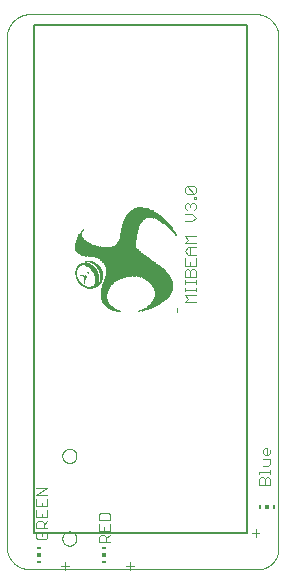
<source format=gto>
G75*
%MOIN*%
%OFA0B0*%
%FSLAX25Y25*%
%IPPOS*%
%LPD*%
%AMOC8*
5,1,8,0,0,1.08239X$1,22.5*
%
%ADD10C,0.00000*%
%ADD11C,0.00300*%
%ADD12R,0.01181X0.00591*%
%ADD13R,0.01181X0.01181*%
%ADD14C,0.00500*%
%ADD15R,0.00591X0.01181*%
%ADD16R,0.00020X0.00240*%
%ADD17R,0.00020X0.00340*%
%ADD18R,0.00020X0.00380*%
%ADD19R,0.00020X0.00420*%
%ADD20R,0.00020X0.00460*%
%ADD21R,0.00020X0.00480*%
%ADD22R,0.00020X0.00500*%
%ADD23R,0.00020X0.00520*%
%ADD24R,0.00020X0.00540*%
%ADD25R,0.00020X0.00560*%
%ADD26R,0.00020X0.00580*%
%ADD27R,0.00020X0.00600*%
%ADD28R,0.00020X0.00600*%
%ADD29R,0.00020X0.00620*%
%ADD30R,0.00020X0.00620*%
%ADD31R,0.00020X0.00640*%
%ADD32R,0.00020X0.00660*%
%ADD33R,0.00020X0.00660*%
%ADD34R,0.00020X0.00680*%
%ADD35R,0.00020X0.00700*%
%ADD36R,0.00020X0.00720*%
%ADD37R,0.00020X0.00720*%
%ADD38R,0.00020X0.00740*%
%ADD39R,0.00020X0.00740*%
%ADD40R,0.00020X0.00760*%
%ADD41R,0.00020X0.00760*%
%ADD42R,0.00020X0.00760*%
%ADD43R,0.00020X0.00780*%
%ADD44R,0.00020X0.00780*%
%ADD45R,0.00020X0.00800*%
%ADD46R,0.00020X0.00800*%
%ADD47R,0.00020X0.00820*%
%ADD48R,0.00020X0.00820*%
%ADD49R,0.00020X0.00840*%
%ADD50R,0.00020X0.00840*%
%ADD51R,0.00020X0.00860*%
%ADD52R,0.00020X0.00860*%
%ADD53R,0.00020X0.00880*%
%ADD54R,0.00020X0.00880*%
%ADD55R,0.00020X0.00900*%
%ADD56R,0.00020X0.00900*%
%ADD57R,0.00020X0.00920*%
%ADD58R,0.00020X0.00920*%
%ADD59R,0.00020X0.00940*%
%ADD60R,0.00020X0.00940*%
%ADD61R,0.00020X0.00960*%
%ADD62R,0.00020X0.00980*%
%ADD63R,0.00020X0.01280*%
%ADD64R,0.00020X0.00980*%
%ADD65R,0.00020X0.01560*%
%ADD66R,0.00020X0.00980*%
%ADD67R,0.00020X0.01800*%
%ADD68R,0.00020X0.01000*%
%ADD69R,0.00020X0.02040*%
%ADD70R,0.00020X0.02220*%
%ADD71R,0.00020X0.01000*%
%ADD72R,0.00020X0.02400*%
%ADD73R,0.00020X0.01020*%
%ADD74R,0.00020X0.02560*%
%ADD75R,0.00020X0.01020*%
%ADD76R,0.00020X0.02720*%
%ADD77R,0.00020X0.01040*%
%ADD78R,0.00020X0.02860*%
%ADD79R,0.00020X0.01040*%
%ADD80R,0.00020X0.03020*%
%ADD81R,0.00020X0.01040*%
%ADD82R,0.00020X0.03140*%
%ADD83R,0.00020X0.01060*%
%ADD84R,0.00020X0.03260*%
%ADD85R,0.00020X0.01060*%
%ADD86R,0.00020X0.03380*%
%ADD87R,0.00020X0.03480*%
%ADD88R,0.00020X0.01060*%
%ADD89R,0.00020X0.03600*%
%ADD90R,0.00020X0.01060*%
%ADD91R,0.00020X0.03680*%
%ADD92R,0.00020X0.03780*%
%ADD93R,0.00020X0.01080*%
%ADD94R,0.00020X0.03860*%
%ADD95R,0.00020X0.01080*%
%ADD96R,0.00020X0.03980*%
%ADD97R,0.00020X0.01080*%
%ADD98R,0.00020X0.04060*%
%ADD99R,0.00020X0.04160*%
%ADD100R,0.00020X0.01100*%
%ADD101R,0.00020X0.04240*%
%ADD102R,0.00020X0.01100*%
%ADD103R,0.00020X0.04320*%
%ADD104R,0.00020X0.04400*%
%ADD105R,0.00020X0.01120*%
%ADD106R,0.00020X0.04480*%
%ADD107R,0.00020X0.01120*%
%ADD108R,0.00020X0.04560*%
%ADD109R,0.00020X0.04660*%
%ADD110R,0.00020X0.04740*%
%ADD111R,0.00020X0.01140*%
%ADD112R,0.00020X0.04820*%
%ADD113R,0.00020X0.01140*%
%ADD114R,0.00020X0.04880*%
%ADD115R,0.00020X0.01140*%
%ADD116R,0.00020X0.04960*%
%ADD117R,0.00020X0.05040*%
%ADD118R,0.00020X0.01160*%
%ADD119R,0.00020X0.05120*%
%ADD120R,0.00020X0.01160*%
%ADD121R,0.00020X0.05200*%
%ADD122R,0.00020X0.05280*%
%ADD123R,0.00020X0.01160*%
%ADD124R,0.00020X0.05340*%
%ADD125R,0.00020X0.01180*%
%ADD126R,0.00020X0.05420*%
%ADD127R,0.00020X0.01180*%
%ADD128R,0.00020X0.05500*%
%ADD129R,0.00020X0.05560*%
%ADD130R,0.00020X0.01180*%
%ADD131R,0.00020X0.05620*%
%ADD132R,0.00020X0.01200*%
%ADD133R,0.00020X0.05700*%
%ADD134R,0.00020X0.01220*%
%ADD135R,0.00020X0.05780*%
%ADD136R,0.00020X0.01220*%
%ADD137R,0.00020X0.05840*%
%ADD138R,0.00020X0.05900*%
%ADD139R,0.00020X0.01220*%
%ADD140R,0.00020X0.05960*%
%ADD141R,0.00020X0.01240*%
%ADD142R,0.00020X0.06040*%
%ADD143R,0.00020X0.01240*%
%ADD144R,0.00020X0.06080*%
%ADD145R,0.00020X0.06160*%
%ADD146R,0.00020X0.06220*%
%ADD147R,0.00020X0.01240*%
%ADD148R,0.00020X0.06300*%
%ADD149R,0.00020X0.01260*%
%ADD150R,0.00020X0.06340*%
%ADD151R,0.00020X0.01260*%
%ADD152R,0.00020X0.06420*%
%ADD153R,0.00020X0.06460*%
%ADD154R,0.00020X0.01260*%
%ADD155R,0.00020X0.06540*%
%ADD156R,0.00020X0.06600*%
%ADD157R,0.00020X0.06640*%
%ADD158R,0.00020X0.06720*%
%ADD159R,0.00020X0.01280*%
%ADD160R,0.00020X0.06760*%
%ADD161R,0.00020X0.06840*%
%ADD162R,0.00020X0.01280*%
%ADD163R,0.00020X0.06880*%
%ADD164R,0.00020X0.01280*%
%ADD165R,0.00020X0.06940*%
%ADD166R,0.00020X0.07000*%
%ADD167R,0.00020X0.01300*%
%ADD168R,0.00020X0.07060*%
%ADD169R,0.00020X0.01320*%
%ADD170R,0.00020X0.07100*%
%ADD171R,0.00020X0.01320*%
%ADD172R,0.00020X0.07160*%
%ADD173R,0.00020X0.01320*%
%ADD174R,0.00020X0.07220*%
%ADD175R,0.00020X0.07280*%
%ADD176R,0.00020X0.01320*%
%ADD177R,0.00020X0.07320*%
%ADD178R,0.00020X0.07380*%
%ADD179R,0.00020X0.01340*%
%ADD180R,0.00020X0.07440*%
%ADD181R,0.00020X0.01340*%
%ADD182R,0.00020X0.07480*%
%ADD183R,0.00020X0.07540*%
%ADD184R,0.00020X0.01340*%
%ADD185R,0.00020X0.07580*%
%ADD186R,0.00020X0.07620*%
%ADD187R,0.00020X0.07700*%
%ADD188R,0.00020X0.01360*%
%ADD189R,0.00020X0.07740*%
%ADD190R,0.00020X0.01360*%
%ADD191R,0.00020X0.07780*%
%ADD192R,0.00020X0.01380*%
%ADD193R,0.00020X0.07840*%
%ADD194R,0.00020X0.01380*%
%ADD195R,0.00020X0.07880*%
%ADD196R,0.00020X0.01380*%
%ADD197R,0.00020X0.07920*%
%ADD198R,0.00020X0.08000*%
%ADD199R,0.00020X0.08040*%
%ADD200R,0.00020X0.08080*%
%ADD201R,0.00020X0.08140*%
%ADD202R,0.00020X0.08180*%
%ADD203R,0.00020X0.01400*%
%ADD204R,0.00020X0.08220*%
%ADD205R,0.00020X0.01420*%
%ADD206R,0.00020X0.08260*%
%ADD207R,0.00020X0.01420*%
%ADD208R,0.00020X0.08320*%
%ADD209R,0.00020X0.01420*%
%ADD210R,0.00020X0.08360*%
%ADD211R,0.00020X0.08400*%
%ADD212R,0.00020X0.08440*%
%ADD213R,0.00020X0.08480*%
%ADD214R,0.00020X0.08560*%
%ADD215R,0.00020X0.01440*%
%ADD216R,0.00020X0.08600*%
%ADD217R,0.00020X0.01440*%
%ADD218R,0.00020X0.08640*%
%ADD219R,0.00020X0.01440*%
%ADD220R,0.00020X0.08680*%
%ADD221R,0.00020X0.08720*%
%ADD222R,0.00020X0.08760*%
%ADD223R,0.00020X0.01460*%
%ADD224R,0.00020X0.08820*%
%ADD225R,0.00020X0.08860*%
%ADD226R,0.00020X0.01480*%
%ADD227R,0.00020X0.08900*%
%ADD228R,0.00020X0.01480*%
%ADD229R,0.00020X0.08940*%
%ADD230R,0.00020X0.01480*%
%ADD231R,0.00020X0.08980*%
%ADD232R,0.00020X0.09020*%
%ADD233R,0.00020X0.01480*%
%ADD234R,0.00020X0.09060*%
%ADD235R,0.00020X0.09100*%
%ADD236R,0.00020X0.09140*%
%ADD237R,0.00020X0.01500*%
%ADD238R,0.00020X0.09180*%
%ADD239R,0.00020X0.01500*%
%ADD240R,0.00020X0.09220*%
%ADD241R,0.00020X0.09260*%
%ADD242R,0.00020X0.09300*%
%ADD243R,0.00020X0.09340*%
%ADD244R,0.00020X0.09380*%
%ADD245R,0.00020X0.01520*%
%ADD246R,0.00020X0.09420*%
%ADD247R,0.00020X0.01520*%
%ADD248R,0.00020X0.09460*%
%ADD249R,0.00020X0.01520*%
%ADD250R,0.00020X0.09500*%
%ADD251R,0.00020X0.09540*%
%ADD252R,0.00020X0.01520*%
%ADD253R,0.00020X0.09580*%
%ADD254R,0.00020X0.09620*%
%ADD255R,0.00020X0.01540*%
%ADD256R,0.00020X0.09660*%
%ADD257R,0.00020X0.01540*%
%ADD258R,0.00020X0.09680*%
%ADD259R,0.00020X0.09720*%
%ADD260R,0.00020X0.01540*%
%ADD261R,0.00020X0.09760*%
%ADD262R,0.00020X0.09800*%
%ADD263R,0.00020X0.01560*%
%ADD264R,0.00020X0.09840*%
%ADD265R,0.00020X0.09880*%
%ADD266R,0.00020X0.09920*%
%ADD267R,0.00020X0.01560*%
%ADD268R,0.00020X0.09960*%
%ADD269R,0.00020X0.09980*%
%ADD270R,0.00020X0.01580*%
%ADD271R,0.00020X0.10020*%
%ADD272R,0.00020X0.01580*%
%ADD273R,0.00020X0.10060*%
%ADD274R,0.00020X0.01580*%
%ADD275R,0.00020X0.10100*%
%ADD276R,0.00020X0.01580*%
%ADD277R,0.00020X0.10140*%
%ADD278R,0.00020X0.10180*%
%ADD279R,0.00020X0.01600*%
%ADD280R,0.00020X0.10200*%
%ADD281R,0.00020X0.01600*%
%ADD282R,0.00020X0.10240*%
%ADD283R,0.00020X0.10260*%
%ADD284R,0.00020X0.10300*%
%ADD285R,0.00020X0.01620*%
%ADD286R,0.00020X0.10340*%
%ADD287R,0.00020X0.01620*%
%ADD288R,0.00020X0.10380*%
%ADD289R,0.00020X0.01620*%
%ADD290R,0.00020X0.10400*%
%ADD291R,0.00020X0.10440*%
%ADD292R,0.00020X0.01620*%
%ADD293R,0.00020X0.10480*%
%ADD294R,0.00020X0.01640*%
%ADD295R,0.00020X0.10520*%
%ADD296R,0.00020X0.10560*%
%ADD297R,0.00020X0.01640*%
%ADD298R,0.00020X0.10580*%
%ADD299R,0.00020X0.10600*%
%ADD300R,0.00020X0.01660*%
%ADD301R,0.00020X0.10640*%
%ADD302R,0.00020X0.01660*%
%ADD303R,0.00020X0.10680*%
%ADD304R,0.00020X0.10720*%
%ADD305R,0.00020X0.01660*%
%ADD306R,0.00020X0.10740*%
%ADD307R,0.00020X0.01680*%
%ADD308R,0.00020X0.10780*%
%ADD309R,0.00020X0.10820*%
%ADD310R,0.00020X0.10860*%
%ADD311R,0.00020X0.10860*%
%ADD312R,0.00020X0.01680*%
%ADD313R,0.00020X0.10900*%
%ADD314R,0.00020X0.10940*%
%ADD315R,0.00020X0.01680*%
%ADD316R,0.00020X0.10560*%
%ADD317R,0.00020X0.00400*%
%ADD318R,0.00020X0.01680*%
%ADD319R,0.00020X0.01700*%
%ADD320R,0.00020X0.10580*%
%ADD321R,0.00020X0.00400*%
%ADD322R,0.00020X0.01700*%
%ADD323R,0.00020X0.10600*%
%ADD324R,0.00020X0.00380*%
%ADD325R,0.00020X0.10640*%
%ADD326R,0.00020X0.00380*%
%ADD327R,0.00020X0.01720*%
%ADD328R,0.00020X0.01720*%
%ADD329R,0.00020X0.10680*%
%ADD330R,0.00020X0.10740*%
%ADD331R,0.00020X0.10800*%
%ADD332R,0.00020X0.11240*%
%ADD333R,0.00020X0.01720*%
%ADD334R,0.00020X0.11280*%
%ADD335R,0.00020X0.11320*%
%ADD336R,0.00020X0.01740*%
%ADD337R,0.00020X0.11340*%
%ADD338R,0.00020X0.01740*%
%ADD339R,0.00020X0.11380*%
%ADD340R,0.00020X0.01740*%
%ADD341R,0.00020X0.11420*%
%ADD342R,0.00020X0.11440*%
%ADD343R,0.00020X0.01760*%
%ADD344R,0.00020X0.11460*%
%ADD345R,0.00020X0.11500*%
%ADD346R,0.00020X0.01740*%
%ADD347R,0.00020X0.11540*%
%ADD348R,0.00020X0.11560*%
%ADD349R,0.00020X0.01760*%
%ADD350R,0.00020X0.11580*%
%ADD351R,0.00020X0.01760*%
%ADD352R,0.00020X0.11620*%
%ADD353R,0.00020X0.01780*%
%ADD354R,0.00020X0.11640*%
%ADD355R,0.00020X0.01780*%
%ADD356R,0.00020X0.11680*%
%ADD357R,0.00020X0.11720*%
%ADD358R,0.00020X0.01780*%
%ADD359R,0.00020X0.11740*%
%ADD360R,0.00020X0.01780*%
%ADD361R,0.00020X0.11760*%
%ADD362R,0.00020X0.11800*%
%ADD363R,0.00020X0.11840*%
%ADD364R,0.00020X0.11860*%
%ADD365R,0.00020X0.01800*%
%ADD366R,0.00020X0.11880*%
%ADD367R,0.00020X0.11920*%
%ADD368R,0.00020X0.11940*%
%ADD369R,0.00020X0.11980*%
%ADD370R,0.00020X0.12000*%
%ADD371R,0.00020X0.01820*%
%ADD372R,0.00020X0.12020*%
%ADD373R,0.00020X0.01820*%
%ADD374R,0.00020X0.12060*%
%ADD375R,0.00020X0.01820*%
%ADD376R,0.00020X0.12100*%
%ADD377R,0.00020X0.12100*%
%ADD378R,0.00020X0.12140*%
%ADD379R,0.00020X0.01840*%
%ADD380R,0.00020X0.12160*%
%ADD381R,0.00020X0.01840*%
%ADD382R,0.00020X0.12200*%
%ADD383R,0.00020X0.01840*%
%ADD384R,0.00020X0.12220*%
%ADD385R,0.00020X0.01860*%
%ADD386R,0.00020X0.12240*%
%ADD387R,0.00020X0.12280*%
%ADD388R,0.00020X0.12320*%
%ADD389R,0.00020X0.01860*%
%ADD390R,0.00020X0.12340*%
%ADD391R,0.00020X0.12360*%
%ADD392R,0.00020X0.12400*%
%ADD393R,0.00020X0.12420*%
%ADD394R,0.00020X0.12460*%
%ADD395R,0.00020X0.01860*%
%ADD396R,0.00020X0.01880*%
%ADD397R,0.00020X0.12500*%
%ADD398R,0.00020X0.01880*%
%ADD399R,0.00020X0.12540*%
%ADD400R,0.00020X0.01880*%
%ADD401R,0.00020X0.12540*%
%ADD402R,0.00020X0.01880*%
%ADD403R,0.00020X0.12580*%
%ADD404R,0.00020X0.12620*%
%ADD405R,0.00020X0.01900*%
%ADD406R,0.00020X0.12640*%
%ADD407R,0.00020X0.01900*%
%ADD408R,0.00020X0.12660*%
%ADD409R,0.00020X0.12680*%
%ADD410R,0.00020X0.12720*%
%ADD411R,0.00020X0.12760*%
%ADD412R,0.00020X0.01920*%
%ADD413R,0.00020X0.12760*%
%ADD414R,0.00020X0.12800*%
%ADD415R,0.00020X0.01920*%
%ADD416R,0.00020X0.12820*%
%ADD417R,0.00020X0.01920*%
%ADD418R,0.00020X0.12860*%
%ADD419R,0.00020X0.12880*%
%ADD420R,0.00020X0.12900*%
%ADD421R,0.00020X0.01920*%
%ADD422R,0.00020X0.12940*%
%ADD423R,0.00020X0.01940*%
%ADD424R,0.00020X0.12940*%
%ADD425R,0.00020X0.01940*%
%ADD426R,0.00020X0.12980*%
%ADD427R,0.00020X0.13000*%
%ADD428R,0.00020X0.13040*%
%ADD429R,0.00020X0.01940*%
%ADD430R,0.00020X0.13060*%
%ADD431R,0.00020X0.01960*%
%ADD432R,0.00020X0.13080*%
%ADD433R,0.00020X0.01960*%
%ADD434R,0.00020X0.13120*%
%ADD435R,0.00020X0.01960*%
%ADD436R,0.00020X0.13160*%
%ADD437R,0.00020X0.13180*%
%ADD438R,0.00020X0.13220*%
%ADD439R,0.00020X0.13240*%
%ADD440R,0.00020X0.01980*%
%ADD441R,0.00020X0.13260*%
%ADD442R,0.00020X0.01980*%
%ADD443R,0.00020X0.13300*%
%ADD444R,0.00020X0.01980*%
%ADD445R,0.00020X0.13300*%
%ADD446R,0.00020X0.13340*%
%ADD447R,0.00020X0.02000*%
%ADD448R,0.00020X0.13360*%
%ADD449R,0.00020X0.02000*%
%ADD450R,0.00020X0.13400*%
%ADD451R,0.00020X0.13420*%
%ADD452R,0.00020X0.13440*%
%ADD453R,0.00020X0.02020*%
%ADD454R,0.00020X0.13480*%
%ADD455R,0.00020X0.13480*%
%ADD456R,0.00020X0.13520*%
%ADD457R,0.00020X0.13540*%
%ADD458R,0.00020X0.02020*%
%ADD459R,0.00020X0.13580*%
%ADD460R,0.00020X0.13580*%
%ADD461R,0.00020X0.02020*%
%ADD462R,0.00020X0.13620*%
%ADD463R,0.00020X0.02040*%
%ADD464R,0.00020X0.13640*%
%ADD465R,0.00020X0.13660*%
%ADD466R,0.00020X0.02040*%
%ADD467R,0.00020X0.13680*%
%ADD468R,0.00020X0.13720*%
%ADD469R,0.00020X0.13740*%
%ADD470R,0.00020X0.13760*%
%ADD471R,0.00020X0.02060*%
%ADD472R,0.00020X0.13800*%
%ADD473R,0.00020X0.13820*%
%ADD474R,0.00020X0.13840*%
%ADD475R,0.00020X0.02080*%
%ADD476R,0.00020X0.13860*%
%ADD477R,0.00020X0.02060*%
%ADD478R,0.00020X0.13900*%
%ADD479R,0.00020X0.02080*%
%ADD480R,0.00020X0.13900*%
%ADD481R,0.00020X0.02080*%
%ADD482R,0.00020X0.13940*%
%ADD483R,0.00020X0.02080*%
%ADD484R,0.00020X0.13960*%
%ADD485R,0.00020X0.13980*%
%ADD486R,0.00020X0.02100*%
%ADD487R,0.00020X0.14000*%
%ADD488R,0.00020X0.14040*%
%ADD489R,0.00020X0.02100*%
%ADD490R,0.00020X0.14060*%
%ADD491R,0.00020X0.14080*%
%ADD492R,0.00020X0.14100*%
%ADD493R,0.00020X0.14140*%
%ADD494R,0.00020X0.02120*%
%ADD495R,0.00020X0.14140*%
%ADD496R,0.00020X0.02120*%
%ADD497R,0.00020X0.14180*%
%ADD498R,0.00020X0.02120*%
%ADD499R,0.00020X0.14200*%
%ADD500R,0.00020X0.02140*%
%ADD501R,0.00020X0.14220*%
%ADD502R,0.00020X0.14240*%
%ADD503R,0.00020X0.02140*%
%ADD504R,0.00020X0.14280*%
%ADD505R,0.00020X0.02140*%
%ADD506R,0.00020X0.14300*%
%ADD507R,0.00020X0.02140*%
%ADD508R,0.00020X0.14320*%
%ADD509R,0.00020X0.02160*%
%ADD510R,0.00020X0.14340*%
%ADD511R,0.00020X0.14380*%
%ADD512R,0.00020X0.02160*%
%ADD513R,0.00020X0.14380*%
%ADD514R,0.00020X0.02160*%
%ADD515R,0.00020X0.14420*%
%ADD516R,0.00020X0.02160*%
%ADD517R,0.00020X0.14440*%
%ADD518R,0.00020X0.02180*%
%ADD519R,0.00020X0.14460*%
%ADD520R,0.00020X0.02180*%
%ADD521R,0.00020X0.14480*%
%ADD522R,0.00020X0.14520*%
%ADD523R,0.00020X0.14540*%
%ADD524R,0.00020X0.02180*%
%ADD525R,0.00020X0.14560*%
%ADD526R,0.00020X0.02200*%
%ADD527R,0.00020X0.03940*%
%ADD528R,0.00020X0.10100*%
%ADD529R,0.00020X0.02200*%
%ADD530R,0.00020X0.03760*%
%ADD531R,0.00020X0.09900*%
%ADD532R,0.00020X0.03620*%
%ADD533R,0.00020X0.09760*%
%ADD534R,0.00020X0.03500*%
%ADD535R,0.00020X0.09660*%
%ADD536R,0.00020X0.03420*%
%ADD537R,0.00020X0.09580*%
%ADD538R,0.00020X0.03320*%
%ADD539R,0.00020X0.02240*%
%ADD540R,0.00020X0.03260*%
%ADD541R,0.00020X0.02220*%
%ADD542R,0.00020X0.03200*%
%ADD543R,0.00020X0.09380*%
%ADD544R,0.00020X0.02240*%
%ADD545R,0.00020X0.03140*%
%ADD546R,0.00020X0.09320*%
%ADD547R,0.00020X0.02220*%
%ADD548R,0.00020X0.03080*%
%ADD549R,0.00020X0.03040*%
%ADD550R,0.00020X0.09220*%
%ADD551R,0.00020X0.02260*%
%ADD552R,0.00020X0.02980*%
%ADD553R,0.00020X0.02940*%
%ADD554R,0.00020X0.09120*%
%ADD555R,0.00020X0.02260*%
%ADD556R,0.00020X0.02880*%
%ADD557R,0.00020X0.09080*%
%ADD558R,0.00020X0.02860*%
%ADD559R,0.00020X0.09040*%
%ADD560R,0.00020X0.02280*%
%ADD561R,0.00020X0.02800*%
%ADD562R,0.00020X0.09000*%
%ADD563R,0.00020X0.02760*%
%ADD564R,0.00020X0.08960*%
%ADD565R,0.00020X0.02280*%
%ADD566R,0.00020X0.02720*%
%ADD567R,0.00020X0.02300*%
%ADD568R,0.00020X0.02680*%
%ADD569R,0.00020X0.02280*%
%ADD570R,0.00020X0.02660*%
%ADD571R,0.00020X0.02620*%
%ADD572R,0.00020X0.08840*%
%ADD573R,0.00020X0.02300*%
%ADD574R,0.00020X0.02600*%
%ADD575R,0.00020X0.08800*%
%ADD576R,0.00020X0.02540*%
%ADD577R,0.00020X0.08760*%
%ADD578R,0.00020X0.02520*%
%ADD579R,0.00020X0.08740*%
%ADD580R,0.00020X0.02320*%
%ADD581R,0.00020X0.02500*%
%ADD582R,0.00020X0.02320*%
%ADD583R,0.00020X0.02460*%
%ADD584R,0.00020X0.08700*%
%ADD585R,0.00020X0.02320*%
%ADD586R,0.00020X0.02440*%
%ADD587R,0.00020X0.08660*%
%ADD588R,0.00020X0.02340*%
%ADD589R,0.00020X0.02400*%
%ADD590R,0.00020X0.08640*%
%ADD591R,0.00020X0.02340*%
%ADD592R,0.00020X0.02380*%
%ADD593R,0.00020X0.08620*%
%ADD594R,0.00020X0.08580*%
%ADD595R,0.00020X0.02340*%
%ADD596R,0.00020X0.08580*%
%ADD597R,0.00020X0.02360*%
%ADD598R,0.00020X0.08560*%
%ADD599R,0.00020X0.08520*%
%ADD600R,0.00020X0.02360*%
%ADD601R,0.00020X0.08500*%
%ADD602R,0.00020X0.02220*%
%ADD603R,0.00020X0.08500*%
%ADD604R,0.00020X0.02380*%
%ADD605R,0.00020X0.08480*%
%ADD606R,0.00020X0.02380*%
%ADD607R,0.00020X0.08440*%
%ADD608R,0.00020X0.02380*%
%ADD609R,0.00020X0.08420*%
%ADD610R,0.00020X0.08380*%
%ADD611R,0.00020X0.08380*%
%ADD612R,0.00020X0.02420*%
%ADD613R,0.00020X0.02060*%
%ADD614R,0.00020X0.08340*%
%ADD615R,0.00020X0.02420*%
%ADD616R,0.00020X0.08300*%
%ADD617R,0.00020X0.02440*%
%ADD618R,0.00020X0.08300*%
%ADD619R,0.00020X0.02460*%
%ADD620R,0.00020X0.08260*%
%ADD621R,0.00020X0.02460*%
%ADD622R,0.00020X0.08260*%
%ADD623R,0.00020X0.08220*%
%ADD624R,0.00020X0.02480*%
%ADD625R,0.00020X0.08200*%
%ADD626R,0.00020X0.08200*%
%ADD627R,0.00020X0.02480*%
%ADD628R,0.00020X0.08160*%
%ADD629R,0.00020X0.02480*%
%ADD630R,0.00020X0.08160*%
%ADD631R,0.00020X0.08160*%
%ADD632R,0.00020X0.02500*%
%ADD633R,0.00020X0.08120*%
%ADD634R,0.00020X0.02520*%
%ADD635R,0.00020X0.08120*%
%ADD636R,0.00020X0.08080*%
%ADD637R,0.00020X0.02520*%
%ADD638R,0.00020X0.02540*%
%ADD639R,0.00020X0.08060*%
%ADD640R,0.00020X0.02560*%
%ADD641R,0.00020X0.01660*%
%ADD642R,0.00020X0.08040*%
%ADD643R,0.00020X0.02560*%
%ADD644R,0.00020X0.02580*%
%ADD645R,0.00020X0.08040*%
%ADD646R,0.00020X0.08000*%
%ADD647R,0.00020X0.02580*%
%ADD648R,0.00020X0.02580*%
%ADD649R,0.00020X0.02600*%
%ADD650R,0.00020X0.07980*%
%ADD651R,0.00020X0.07960*%
%ADD652R,0.00020X0.07960*%
%ADD653R,0.00020X0.02620*%
%ADD654R,0.00020X0.07940*%
%ADD655R,0.00020X0.02640*%
%ADD656R,0.00020X0.07940*%
%ADD657R,0.00020X0.02640*%
%ADD658R,0.00020X0.07920*%
%ADD659R,0.00020X0.02660*%
%ADD660R,0.00020X0.07920*%
%ADD661R,0.00020X0.07900*%
%ADD662R,0.00020X0.02660*%
%ADD663R,0.00020X0.07880*%
%ADD664R,0.00020X0.07880*%
%ADD665R,0.00020X0.02680*%
%ADD666R,0.00020X0.01400*%
%ADD667R,0.00020X0.07860*%
%ADD668R,0.00020X0.02700*%
%ADD669R,0.00020X0.07860*%
%ADD670R,0.00020X0.02700*%
%ADD671R,0.00020X0.02720*%
%ADD672R,0.00020X0.07840*%
%ADD673R,0.00020X0.02720*%
%ADD674R,0.00020X0.02740*%
%ADD675R,0.00020X0.02740*%
%ADD676R,0.00020X0.01300*%
%ADD677R,0.00020X0.07820*%
%ADD678R,0.00020X0.07820*%
%ADD679R,0.00020X0.02760*%
%ADD680R,0.00020X0.02780*%
%ADD681R,0.00020X0.07800*%
%ADD682R,0.00020X0.02780*%
%ADD683R,0.00020X0.07800*%
%ADD684R,0.00020X0.02820*%
%ADD685R,0.00020X0.02820*%
%ADD686R,0.00020X0.07780*%
%ADD687R,0.00020X0.02840*%
%ADD688R,0.00020X0.02840*%
%ADD689R,0.00020X0.01200*%
%ADD690R,0.00020X0.07760*%
%ADD691R,0.00020X0.01180*%
%ADD692R,0.00020X0.07760*%
%ADD693R,0.00020X0.02860*%
%ADD694R,0.00020X0.07780*%
%ADD695R,0.00020X0.07760*%
%ADD696R,0.00020X0.02880*%
%ADD697R,0.00020X0.02880*%
%ADD698R,0.00020X0.01120*%
%ADD699R,0.00020X0.02900*%
%ADD700R,0.00020X0.07740*%
%ADD701R,0.00020X0.02900*%
%ADD702R,0.00020X0.07740*%
%ADD703R,0.00020X0.02940*%
%ADD704R,0.00020X0.02940*%
%ADD705R,0.00020X0.07740*%
%ADD706R,0.00020X0.02960*%
%ADD707R,0.00020X0.02960*%
%ADD708R,0.00020X0.01080*%
%ADD709R,0.00020X0.07720*%
%ADD710R,0.00020X0.02980*%
%ADD711R,0.00020X0.07720*%
%ADD712R,0.00020X0.03000*%
%ADD713R,0.00020X0.03020*%
%ADD714R,0.00020X0.01020*%
%ADD715R,0.00020X0.07720*%
%ADD716R,0.00020X0.03020*%
%ADD717R,0.00020X0.03060*%
%ADD718R,0.00020X0.03060*%
%ADD719R,0.00020X0.03080*%
%ADD720R,0.00020X0.00940*%
%ADD721R,0.00020X0.07720*%
%ADD722R,0.00020X0.03100*%
%ADD723R,0.00020X0.03120*%
%ADD724R,0.00020X0.00920*%
%ADD725R,0.00020X0.03120*%
%ADD726R,0.00020X0.03160*%
%ADD727R,0.00020X0.03160*%
%ADD728R,0.00020X0.00880*%
%ADD729R,0.00020X0.03200*%
%ADD730R,0.00020X0.00860*%
%ADD731R,0.00020X0.03240*%
%ADD732R,0.00020X0.03240*%
%ADD733R,0.00020X0.00840*%
%ADD734R,0.00020X0.03280*%
%ADD735R,0.00020X0.00820*%
%ADD736R,0.00020X0.03280*%
%ADD737R,0.00020X0.03300*%
%ADD738R,0.00020X0.00780*%
%ADD739R,0.00020X0.03300*%
%ADD740R,0.00020X0.00780*%
%ADD741R,0.00020X0.03340*%
%ADD742R,0.00020X0.03340*%
%ADD743R,0.00020X0.03380*%
%ADD744R,0.00020X0.03380*%
%ADD745R,0.00020X0.03400*%
%ADD746R,0.00020X0.03420*%
%ADD747R,0.00020X0.03440*%
%ADD748R,0.00020X0.00720*%
%ADD749R,0.00020X0.03440*%
%ADD750R,0.00020X0.07760*%
%ADD751R,0.00020X0.03460*%
%ADD752R,0.00020X0.03460*%
%ADD753R,0.00020X0.03500*%
%ADD754R,0.00020X0.00680*%
%ADD755R,0.00020X0.00680*%
%ADD756R,0.00020X0.03520*%
%ADD757R,0.00020X0.07780*%
%ADD758R,0.00020X0.03540*%
%ADD759R,0.00020X0.03560*%
%ADD760R,0.00020X0.03560*%
%ADD761R,0.00020X0.03580*%
%ADD762R,0.00020X0.03620*%
%ADD763R,0.00020X0.03640*%
%ADD764R,0.00020X0.00620*%
%ADD765R,0.00020X0.03640*%
%ADD766R,0.00020X0.03660*%
%ADD767R,0.00020X0.07820*%
%ADD768R,0.00020X0.03700*%
%ADD769R,0.00020X0.03700*%
%ADD770R,0.00020X0.00580*%
%ADD771R,0.00020X0.03720*%
%ADD772R,0.00020X0.00560*%
%ADD773R,0.00020X0.03740*%
%ADD774R,0.00020X0.03800*%
%ADD775R,0.00020X0.00540*%
%ADD776R,0.00020X0.07840*%
%ADD777R,0.00020X0.03800*%
%ADD778R,0.00020X0.03820*%
%ADD779R,0.00020X0.03840*%
%ADD780R,0.00020X0.03840*%
%ADD781R,0.00020X0.00520*%
%ADD782R,0.00020X0.07860*%
%ADD783R,0.00020X0.03880*%
%ADD784R,0.00020X0.00520*%
%ADD785R,0.00020X0.03900*%
%ADD786R,0.00020X0.00520*%
%ADD787R,0.00020X0.03900*%
%ADD788R,0.00020X0.07900*%
%ADD789R,0.00020X0.03920*%
%ADD790R,0.00020X0.03940*%
%ADD791R,0.00020X0.03960*%
%ADD792R,0.00020X0.00480*%
%ADD793R,0.00020X0.07920*%
%ADD794R,0.00020X0.03980*%
%ADD795R,0.00020X0.00480*%
%ADD796R,0.00020X0.04000*%
%ADD797R,0.00020X0.04020*%
%ADD798R,0.00020X0.04040*%
%ADD799R,0.00020X0.00460*%
%ADD800R,0.00020X0.04060*%
%ADD801R,0.00020X0.00460*%
%ADD802R,0.00020X0.00440*%
%ADD803R,0.00020X0.07960*%
%ADD804R,0.00020X0.04080*%
%ADD805R,0.00020X0.00440*%
%ADD806R,0.00020X0.04120*%
%ADD807R,0.00020X0.00440*%
%ADD808R,0.00020X0.04140*%
%ADD809R,0.00020X0.00420*%
%ADD810R,0.00020X0.07980*%
%ADD811R,0.00020X0.04180*%
%ADD812R,0.00020X0.00420*%
%ADD813R,0.00020X0.04200*%
%ADD814R,0.00020X0.04220*%
%ADD815R,0.00020X0.04240*%
%ADD816R,0.00020X0.08020*%
%ADD817R,0.00020X0.04280*%
%ADD818R,0.00020X0.04300*%
%ADD819R,0.00020X0.08020*%
%ADD820R,0.00020X0.04320*%
%ADD821R,0.00020X0.00380*%
%ADD822R,0.00020X0.04340*%
%ADD823R,0.00020X0.00360*%
%ADD824R,0.00020X0.04360*%
%ADD825R,0.00020X0.04380*%
%ADD826R,0.00020X0.00360*%
%ADD827R,0.00020X0.08060*%
%ADD828R,0.00020X0.04420*%
%ADD829R,0.00020X0.00340*%
%ADD830R,0.00020X0.08080*%
%ADD831R,0.00020X0.04440*%
%ADD832R,0.00020X0.08080*%
%ADD833R,0.00020X0.04460*%
%ADD834R,0.00020X0.08100*%
%ADD835R,0.00020X0.04500*%
%ADD836R,0.00020X0.04520*%
%ADD837R,0.00020X0.00320*%
%ADD838R,0.00020X0.08100*%
%ADD839R,0.00020X0.04560*%
%ADD840R,0.00020X0.00320*%
%ADD841R,0.00020X0.08120*%
%ADD842R,0.00020X0.04580*%
%ADD843R,0.00020X0.00300*%
%ADD844R,0.00020X0.08120*%
%ADD845R,0.00020X0.04600*%
%ADD846R,0.00020X0.08140*%
%ADD847R,0.00020X0.04620*%
%ADD848R,0.00020X0.04640*%
%ADD849R,0.00020X0.04660*%
%ADD850R,0.00020X0.00280*%
%ADD851R,0.00020X0.04680*%
%ADD852R,0.00020X0.00280*%
%ADD853R,0.00020X0.08180*%
%ADD854R,0.00020X0.04720*%
%ADD855R,0.00020X0.00280*%
%ADD856R,0.00020X0.08180*%
%ADD857R,0.00020X0.04740*%
%ADD858R,0.00020X0.00280*%
%ADD859R,0.00020X0.04760*%
%ADD860R,0.00020X0.00260*%
%ADD861R,0.00020X0.04780*%
%ADD862R,0.00020X0.00260*%
%ADD863R,0.00020X0.04820*%
%ADD864R,0.00020X0.00240*%
%ADD865R,0.00020X0.08220*%
%ADD866R,0.00020X0.04840*%
%ADD867R,0.00020X0.04860*%
%ADD868R,0.00020X0.08240*%
%ADD869R,0.00020X0.04880*%
%ADD870R,0.00020X0.04940*%
%ADD871R,0.00020X0.00220*%
%ADD872R,0.00020X0.08280*%
%ADD873R,0.00020X0.04960*%
%ADD874R,0.00020X0.00220*%
%ADD875R,0.00020X0.05000*%
%ADD876R,0.00020X0.00240*%
%ADD877R,0.00020X0.05020*%
%ADD878R,0.00020X0.00220*%
%ADD879R,0.00020X0.05040*%
%ADD880R,0.00020X0.05080*%
%ADD881R,0.00020X0.00200*%
%ADD882R,0.00020X0.08320*%
%ADD883R,0.00020X0.05100*%
%ADD884R,0.00020X0.00200*%
%ADD885R,0.00020X0.08340*%
%ADD886R,0.00020X0.05140*%
%ADD887R,0.00020X0.00180*%
%ADD888R,0.00020X0.08320*%
%ADD889R,0.00020X0.05160*%
%ADD890R,0.00020X0.00180*%
%ADD891R,0.00020X0.05220*%
%ADD892R,0.00020X0.08360*%
%ADD893R,0.00020X0.05260*%
%ADD894R,0.00020X0.00160*%
%ADD895R,0.00020X0.08380*%
%ADD896R,0.00020X0.05280*%
%ADD897R,0.00020X0.00160*%
%ADD898R,0.00020X0.05320*%
%ADD899R,0.00020X0.08420*%
%ADD900R,0.00020X0.05360*%
%ADD901R,0.00020X0.08400*%
%ADD902R,0.00020X0.05380*%
%ADD903R,0.00020X0.08420*%
%ADD904R,0.00020X0.00140*%
%ADD905R,0.00020X0.05460*%
%ADD906R,0.00020X0.00140*%
%ADD907R,0.00020X0.05480*%
%ADD908R,0.00020X0.00120*%
%ADD909R,0.00020X0.08460*%
%ADD910R,0.00020X0.05520*%
%ADD911R,0.00020X0.00140*%
%ADD912R,0.00020X0.00120*%
%ADD913R,0.00020X0.05600*%
%ADD914R,0.00020X0.00120*%
%ADD915R,0.00020X0.05620*%
%ADD916R,0.00020X0.00100*%
%ADD917R,0.00020X0.05640*%
%ADD918R,0.00020X0.00100*%
%ADD919R,0.00020X0.08520*%
%ADD920R,0.00020X0.05680*%
%ADD921R,0.00020X0.08540*%
%ADD922R,0.00020X0.05720*%
%ADD923R,0.00020X0.00080*%
%ADD924R,0.00020X0.08540*%
%ADD925R,0.00020X0.05760*%
%ADD926R,0.00020X0.05800*%
%ADD927R,0.00020X0.00080*%
%ADD928R,0.00020X0.05840*%
%ADD929R,0.00020X0.00080*%
%ADD930R,0.00020X0.05880*%
%ADD931R,0.00020X0.00060*%
%ADD932R,0.00020X0.05920*%
%ADD933R,0.00020X0.00060*%
%ADD934R,0.00020X0.08620*%
%ADD935R,0.00020X0.08640*%
%ADD936R,0.00020X0.06000*%
%ADD937R,0.00020X0.00060*%
%ADD938R,0.00020X0.06040*%
%ADD939R,0.00020X0.00060*%
%ADD940R,0.00020X0.08640*%
%ADD941R,0.00020X0.06100*%
%ADD942R,0.00020X0.00040*%
%ADD943R,0.00020X0.06140*%
%ADD944R,0.00020X0.00040*%
%ADD945R,0.00020X0.08680*%
%ADD946R,0.00020X0.06180*%
%ADD947R,0.00020X0.00020*%
%ADD948R,0.00020X0.06220*%
%ADD949R,0.00020X0.00020*%
%ADD950R,0.00020X0.08700*%
%ADD951R,0.00020X0.06260*%
%ADD952R,0.00020X0.08720*%
%ADD953R,0.00020X0.06300*%
%ADD954R,0.00020X0.00020*%
%ADD955R,0.00020X0.06360*%
%ADD956R,0.00020X0.00020*%
%ADD957R,0.00020X0.08760*%
%ADD958R,0.00020X0.06400*%
%ADD959R,0.00020X0.08780*%
%ADD960R,0.00020X0.08780*%
%ADD961R,0.00020X0.06500*%
%ADD962R,0.00020X0.06560*%
%ADD963R,0.00020X0.06600*%
%ADD964R,0.00020X0.08840*%
%ADD965R,0.00020X0.06660*%
%ADD966R,0.00020X0.08860*%
%ADD967R,0.00020X0.06720*%
%ADD968R,0.00020X0.06740*%
%ADD969R,0.00020X0.08880*%
%ADD970R,0.00020X0.06800*%
%ADD971R,0.00020X0.06860*%
%ADD972R,0.00020X0.08920*%
%ADD973R,0.00020X0.06920*%
%ADD974R,0.00020X0.08940*%
%ADD975R,0.00020X0.06980*%
%ADD976R,0.00020X0.08940*%
%ADD977R,0.00020X0.07040*%
%ADD978R,0.00020X0.08980*%
%ADD979R,0.00020X0.07140*%
%ADD980R,0.00020X0.09000*%
%ADD981R,0.00020X0.07200*%
%ADD982R,0.00020X0.07280*%
%ADD983R,0.00020X0.09020*%
%ADD984R,0.00020X0.07340*%
%ADD985R,0.00020X0.09040*%
%ADD986R,0.00020X0.07400*%
%ADD987R,0.00020X0.09060*%
%ADD988R,0.00020X0.07480*%
%ADD989R,0.00020X0.07520*%
%ADD990R,0.00020X0.09080*%
%ADD991R,0.00020X0.07600*%
%ADD992R,0.00020X0.09100*%
%ADD993R,0.00020X0.07680*%
%ADD994R,0.00020X0.09120*%
%ADD995R,0.00020X0.09120*%
%ADD996R,0.00020X0.09160*%
%ADD997R,0.00020X0.09180*%
%ADD998R,0.00020X0.08060*%
%ADD999R,0.00020X0.09200*%
%ADD1000R,0.00020X0.09220*%
%ADD1001R,0.00020X0.09240*%
%ADD1002R,0.00020X0.09280*%
%ADD1003R,0.00020X0.09320*%
%ADD1004R,0.00020X0.09340*%
%ADD1005R,0.00020X0.09360*%
%ADD1006R,0.00020X0.08980*%
%ADD1007R,0.00020X0.09400*%
%ADD1008R,0.00020X0.09420*%
%ADD1009R,0.00020X0.09440*%
%ADD1010R,0.00020X0.09440*%
%ADD1011R,0.00020X0.09560*%
%ADD1012R,0.00020X0.09480*%
%ADD1013R,0.00020X0.09680*%
%ADD1014R,0.00020X0.09820*%
%ADD1015R,0.00020X0.09520*%
%ADD1016R,0.00020X0.09960*%
%ADD1017R,0.00020X0.09560*%
%ADD1018R,0.00020X0.10260*%
%ADD1019R,0.00020X0.09580*%
%ADD1020R,0.00020X0.10440*%
%ADD1021R,0.00020X0.09600*%
%ADD1022R,0.00020X0.09640*%
%ADD1023R,0.00020X0.10780*%
%ADD1024R,0.00020X0.09660*%
%ADD1025R,0.00020X0.10980*%
%ADD1026R,0.00020X0.09680*%
%ADD1027R,0.00020X0.11220*%
%ADD1028R,0.00020X0.09720*%
%ADD1029R,0.00020X0.09740*%
%ADD1030R,0.00020X0.11700*%
%ADD1031R,0.00020X0.09780*%
%ADD1032R,0.00020X0.09840*%
%ADD1033R,0.00020X0.12460*%
%ADD1034R,0.00020X0.12500*%
%ADD1035R,0.00020X0.12520*%
%ADD1036R,0.00020X0.10020*%
%ADD1037R,0.00020X0.12520*%
%ADD1038R,0.00020X0.22580*%
%ADD1039R,0.00020X0.22580*%
%ADD1040R,0.00020X0.22560*%
%ADD1041R,0.00020X0.22560*%
%ADD1042R,0.00020X0.22540*%
%ADD1043R,0.00020X0.22540*%
%ADD1044R,0.00020X0.22520*%
%ADD1045R,0.00020X0.22520*%
%ADD1046R,0.00020X0.22500*%
%ADD1047R,0.00020X0.22500*%
%ADD1048R,0.00020X0.22480*%
%ADD1049R,0.00020X0.22480*%
%ADD1050R,0.00020X0.22460*%
%ADD1051R,0.00020X0.22460*%
%ADD1052R,0.00020X0.22440*%
%ADD1053R,0.00020X0.22420*%
%ADD1054R,0.00020X0.22420*%
%ADD1055R,0.00020X0.22400*%
%ADD1056R,0.00020X0.22400*%
%ADD1057R,0.00020X0.22380*%
%ADD1058R,0.00020X0.22360*%
%ADD1059R,0.00020X0.22360*%
%ADD1060R,0.00020X0.22340*%
%ADD1061R,0.00020X0.22340*%
%ADD1062R,0.00020X0.22320*%
%ADD1063R,0.00020X0.22300*%
%ADD1064R,0.00020X0.22300*%
%ADD1065R,0.00020X0.22280*%
%ADD1066R,0.00020X0.22280*%
%ADD1067R,0.00020X0.22260*%
%ADD1068R,0.00020X0.22260*%
%ADD1069R,0.00020X0.22240*%
%ADD1070R,0.00020X0.22240*%
%ADD1071R,0.00020X0.22220*%
%ADD1072R,0.00020X0.22200*%
%ADD1073R,0.00020X0.22200*%
%ADD1074R,0.00020X0.22180*%
%ADD1075R,0.00020X0.22180*%
%ADD1076R,0.00020X0.22160*%
%ADD1077R,0.00020X0.22140*%
%ADD1078R,0.00020X0.22160*%
%ADD1079R,0.00020X0.22120*%
%ADD1080R,0.00020X0.22120*%
%ADD1081R,0.00020X0.22100*%
%ADD1082R,0.00020X0.22080*%
%ADD1083R,0.00020X0.22080*%
%ADD1084R,0.00020X0.22060*%
%ADD1085R,0.00020X0.22040*%
%ADD1086R,0.00020X0.22020*%
%ADD1087R,0.00020X0.22000*%
%ADD1088R,0.00020X0.21980*%
%ADD1089R,0.00020X0.21980*%
%ADD1090R,0.00020X0.21960*%
%ADD1091R,0.00020X0.21940*%
%ADD1092R,0.00020X0.21920*%
%ADD1093R,0.00020X0.21900*%
%ADD1094R,0.00020X0.21900*%
%ADD1095R,0.00020X0.21880*%
%ADD1096R,0.00020X0.21860*%
%ADD1097R,0.00020X0.21860*%
%ADD1098R,0.00020X0.21840*%
%ADD1099R,0.00020X0.21840*%
%ADD1100R,0.00020X0.21820*%
%ADD1101R,0.00020X0.21800*%
%ADD1102R,0.00020X0.21780*%
%ADD1103R,0.00020X0.21760*%
%ADD1104R,0.00020X0.21740*%
%ADD1105R,0.00020X0.21720*%
%ADD1106R,0.00020X0.21720*%
%ADD1107R,0.00020X0.21700*%
%ADD1108R,0.00020X0.21680*%
%ADD1109R,0.00020X0.21660*%
%ADD1110R,0.00020X0.21640*%
%ADD1111R,0.00020X0.21620*%
%ADD1112R,0.00020X0.21600*%
%ADD1113R,0.00020X0.21580*%
%ADD1114R,0.00020X0.21560*%
%ADD1115R,0.00020X0.21540*%
%ADD1116R,0.00020X0.21520*%
%ADD1117R,0.00020X0.21500*%
%ADD1118R,0.00020X0.21480*%
%ADD1119R,0.00020X0.21480*%
%ADD1120R,0.00020X0.21460*%
%ADD1121R,0.00020X0.21440*%
%ADD1122R,0.00020X0.21420*%
%ADD1123R,0.00020X0.21400*%
%ADD1124R,0.00020X0.21380*%
%ADD1125R,0.00020X0.21360*%
%ADD1126R,0.00020X0.21340*%
%ADD1127R,0.00020X0.21320*%
%ADD1128R,0.00020X0.21320*%
%ADD1129R,0.00020X0.21300*%
%ADD1130R,0.00020X0.21280*%
%ADD1131R,0.00020X0.21260*%
%ADD1132R,0.00020X0.21240*%
%ADD1133R,0.00020X0.21220*%
%ADD1134R,0.00020X0.21200*%
%ADD1135R,0.00020X0.21180*%
%ADD1136R,0.00020X0.21160*%
%ADD1137R,0.00020X0.21140*%
%ADD1138R,0.00020X0.21120*%
%ADD1139R,0.00020X0.21100*%
%ADD1140R,0.00020X0.21080*%
%ADD1141R,0.00020X0.21060*%
%ADD1142R,0.00020X0.21040*%
%ADD1143R,0.00020X0.21020*%
%ADD1144R,0.00020X0.21000*%
%ADD1145R,0.00020X0.20980*%
%ADD1146R,0.00020X0.20960*%
%ADD1147R,0.00020X0.20920*%
%ADD1148R,0.00020X0.20900*%
%ADD1149R,0.00020X0.20880*%
%ADD1150R,0.00020X0.20880*%
%ADD1151R,0.00020X0.20840*%
%ADD1152R,0.00020X0.20820*%
%ADD1153R,0.00020X0.20800*%
%ADD1154R,0.00020X0.20780*%
%ADD1155R,0.00020X0.20740*%
%ADD1156R,0.00020X0.20740*%
%ADD1157R,0.00020X0.20720*%
%ADD1158R,0.00020X0.20680*%
%ADD1159R,0.00020X0.20660*%
%ADD1160R,0.00020X0.20640*%
%ADD1161R,0.00020X0.20600*%
%ADD1162R,0.00020X0.20600*%
%ADD1163R,0.00020X0.20560*%
%ADD1164R,0.00020X0.20540*%
%ADD1165R,0.00020X0.20500*%
%ADD1166R,0.00020X0.20480*%
%ADD1167R,0.00020X0.20480*%
%ADD1168R,0.00020X0.20440*%
%ADD1169R,0.00020X0.20420*%
%ADD1170R,0.00020X0.20380*%
%ADD1171R,0.00020X0.20360*%
%ADD1172R,0.00020X0.20340*%
%ADD1173R,0.00020X0.20320*%
%ADD1174R,0.00020X0.20280*%
%ADD1175R,0.00020X0.20240*%
%ADD1176R,0.00020X0.20220*%
%ADD1177R,0.00020X0.20200*%
%ADD1178R,0.00020X0.20180*%
%ADD1179R,0.00020X0.20140*%
%ADD1180R,0.00020X0.20100*%
%ADD1181R,0.00020X0.20080*%
%ADD1182R,0.00020X0.20060*%
%ADD1183R,0.00020X0.20020*%
%ADD1184R,0.00020X0.20000*%
%ADD1185R,0.00020X0.19960*%
%ADD1186R,0.00020X0.19920*%
%ADD1187R,0.00020X0.19900*%
%ADD1188R,0.00020X0.19880*%
%ADD1189R,0.00020X0.19840*%
%ADD1190R,0.00020X0.19800*%
%ADD1191R,0.00020X0.19780*%
%ADD1192R,0.00020X0.19740*%
%ADD1193R,0.00020X0.19700*%
%ADD1194R,0.00020X0.19680*%
%ADD1195R,0.00020X0.19660*%
%ADD1196R,0.00020X0.19620*%
%ADD1197R,0.00020X0.19580*%
%ADD1198R,0.00020X0.19540*%
%ADD1199R,0.00020X0.19520*%
%ADD1200R,0.00020X0.19480*%
%ADD1201R,0.00020X0.19440*%
%ADD1202R,0.00020X0.19400*%
%ADD1203R,0.00020X0.19380*%
%ADD1204R,0.00020X0.19340*%
%ADD1205R,0.00020X0.19280*%
%ADD1206R,0.00020X0.19240*%
%ADD1207R,0.00020X0.19220*%
%ADD1208R,0.00020X0.19180*%
%ADD1209R,0.00020X0.19140*%
%ADD1210R,0.00020X0.19080*%
%ADD1211R,0.00020X0.19060*%
%ADD1212R,0.00020X0.19020*%
%ADD1213R,0.00020X0.18960*%
%ADD1214R,0.00020X0.18920*%
%ADD1215R,0.00020X0.18900*%
%ADD1216R,0.00020X0.18840*%
%ADD1217R,0.00020X0.18800*%
%ADD1218R,0.00020X0.18760*%
%ADD1219R,0.00020X0.18720*%
%ADD1220R,0.00020X0.18660*%
%ADD1221R,0.00020X0.18620*%
%ADD1222R,0.00020X0.18580*%
%ADD1223R,0.00020X0.18520*%
%ADD1224R,0.00020X0.18480*%
%ADD1225R,0.00020X0.18440*%
%ADD1226R,0.00020X0.18380*%
%ADD1227R,0.00020X0.18320*%
%ADD1228R,0.00020X0.18300*%
%ADD1229R,0.00020X0.18240*%
%ADD1230R,0.00020X0.18180*%
%ADD1231R,0.00020X0.18140*%
%ADD1232R,0.00020X0.18080*%
%ADD1233R,0.00020X0.18020*%
%ADD1234R,0.00020X0.17960*%
%ADD1235R,0.00020X0.17920*%
%ADD1236R,0.00020X0.17840*%
%ADD1237R,0.00020X0.17780*%
%ADD1238R,0.00020X0.17740*%
%ADD1239R,0.00020X0.17660*%
%ADD1240R,0.00020X0.17600*%
%ADD1241R,0.00020X0.17560*%
%ADD1242R,0.00020X0.17480*%
%ADD1243R,0.00020X0.17400*%
%ADD1244R,0.00020X0.17360*%
%ADD1245R,0.00020X0.17280*%
%ADD1246R,0.00020X0.17200*%
%ADD1247R,0.00020X0.17140*%
%ADD1248R,0.00020X0.17060*%
%ADD1249R,0.00020X0.17000*%
%ADD1250R,0.00020X0.16920*%
%ADD1251R,0.00020X0.16840*%
%ADD1252R,0.00020X0.16780*%
%ADD1253R,0.00020X0.16700*%
%ADD1254R,0.00020X0.16600*%
%ADD1255R,0.00020X0.16540*%
%ADD1256R,0.00020X0.16440*%
%ADD1257R,0.00020X0.16340*%
%ADD1258R,0.00020X0.16280*%
%ADD1259R,0.00020X0.16180*%
%ADD1260R,0.00020X0.16100*%
%ADD1261R,0.00020X0.16000*%
%ADD1262R,0.00020X0.15880*%
%ADD1263R,0.00020X0.15800*%
%ADD1264R,0.00020X0.15700*%
%ADD1265R,0.00020X0.15580*%
%ADD1266R,0.00020X0.15480*%
%ADD1267R,0.00020X0.15360*%
%ADD1268R,0.00020X0.15300*%
%ADD1269R,0.00020X0.15160*%
%ADD1270R,0.00020X0.15020*%
%ADD1271R,0.00020X0.14900*%
%ADD1272R,0.00020X0.14780*%
%ADD1273R,0.00020X0.14660*%
%ADD1274R,0.00020X0.14520*%
%ADD1275R,0.00020X0.14420*%
%ADD1276R,0.00020X0.14320*%
%ADD1277R,0.00020X0.14220*%
%ADD1278R,0.00020X0.13980*%
%ADD1279R,0.00020X0.00080*%
%ADD1280R,0.00020X0.13780*%
%ADD1281R,0.00020X0.13700*%
%ADD1282R,0.00020X0.13600*%
%ADD1283R,0.00020X0.13560*%
%ADD1284R,0.00020X0.13500*%
%ADD1285R,0.00020X0.13460*%
%ADD1286R,0.00020X0.13400*%
%ADD1287R,0.00020X0.13360*%
%ADD1288R,0.00020X0.13220*%
%ADD1289R,0.00020X0.13180*%
%ADD1290R,0.00020X0.13140*%
%ADD1291R,0.00020X0.00220*%
%ADD1292R,0.00020X0.13100*%
%ADD1293R,0.00020X0.13080*%
%ADD1294R,0.00020X0.13040*%
%ADD1295R,0.00020X0.13000*%
%ADD1296R,0.00020X0.00240*%
%ADD1297R,0.00020X0.12960*%
%ADD1298R,0.00020X0.12900*%
%ADD1299R,0.00020X0.12880*%
%ADD1300R,0.00020X0.12840*%
%ADD1301R,0.00020X0.12820*%
%ADD1302R,0.00020X0.00300*%
%ADD1303R,0.00020X0.12800*%
%ADD1304R,0.00020X0.12780*%
%ADD1305R,0.00020X0.12740*%
%ADD1306R,0.00020X0.12720*%
%ADD1307R,0.00020X0.12700*%
%ADD1308R,0.00020X0.12680*%
%ADD1309R,0.00020X0.12640*%
%ADD1310R,0.00020X0.00360*%
%ADD1311R,0.00020X0.12600*%
%ADD1312R,0.00020X0.12600*%
%ADD1313R,0.00020X0.12560*%
%ADD1314R,0.00020X0.12560*%
%ADD1315R,0.00020X0.12520*%
%ADD1316R,0.00020X0.00420*%
%ADD1317R,0.00020X0.12480*%
%ADD1318R,0.00020X0.12440*%
%ADD1319R,0.00020X0.00460*%
%ADD1320R,0.00020X0.12440*%
%ADD1321R,0.00020X0.12400*%
%ADD1322R,0.00020X0.00480*%
%ADD1323R,0.00020X0.12380*%
%ADD1324R,0.00020X0.12380*%
%ADD1325R,0.00020X0.00500*%
%ADD1326R,0.00020X0.12340*%
%ADD1327R,0.00020X0.12320*%
%ADD1328R,0.00020X0.12300*%
%ADD1329R,0.00020X0.00540*%
%ADD1330R,0.00020X0.12300*%
%ADD1331R,0.00020X0.00540*%
%ADD1332R,0.00020X0.12260*%
%ADD1333R,0.00020X0.12260*%
%ADD1334R,0.00020X0.12260*%
%ADD1335R,0.00020X0.12240*%
%ADD1336R,0.00020X0.00580*%
%ADD1337R,0.00020X0.12240*%
%ADD1338R,0.00020X0.00580*%
%ADD1339R,0.00020X0.12220*%
%ADD1340R,0.00020X0.12200*%
%ADD1341R,0.00020X0.12220*%
%ADD1342R,0.00020X0.00620*%
%ADD1343R,0.00020X0.00640*%
%ADD1344R,0.00020X0.00660*%
%ADD1345R,0.00020X0.12180*%
%ADD1346R,0.00020X0.12180*%
%ADD1347R,0.00020X0.12180*%
%ADD1348R,0.00020X0.12160*%
%ADD1349R,0.00020X0.00700*%
%ADD1350R,0.00020X0.12180*%
%ADD1351R,0.00020X0.12160*%
%ADD1352R,0.00020X0.00720*%
%ADD1353R,0.00020X0.12160*%
%ADD1354R,0.00020X0.00740*%
%ADD1355R,0.00020X0.00820*%
%ADD1356R,0.00020X0.00880*%
%ADD1357R,0.00020X0.12220*%
%ADD1358R,0.00020X0.12240*%
%ADD1359R,0.00020X0.00960*%
%ADD1360R,0.00020X0.12280*%
%ADD1361R,0.00020X0.12280*%
%ADD1362R,0.00020X0.00980*%
%ADD1363R,0.00020X0.01020*%
%ADD1364R,0.00020X0.12360*%
%ADD1365R,0.00020X0.12360*%
%ADD1366R,0.00020X0.12380*%
%ADD1367R,0.00020X0.12420*%
%ADD1368R,0.00020X0.12420*%
%ADD1369R,0.00020X0.12440*%
%ADD1370R,0.00020X0.12480*%
%ADD1371R,0.00020X0.01120*%
%ADD1372R,0.00020X0.01160*%
%ADD1373R,0.00020X0.12540*%
%ADD1374R,0.00020X0.12620*%
%ADD1375R,0.00020X0.12660*%
%ADD1376R,0.00020X0.12680*%
%ADD1377R,0.00020X0.12700*%
%ADD1378R,0.00020X0.12780*%
%ADD1379R,0.00020X0.12840*%
%ADD1380R,0.00020X0.12880*%
%ADD1381R,0.00020X0.12920*%
%ADD1382R,0.00020X0.12920*%
%ADD1383R,0.00020X0.12960*%
%ADD1384R,0.00020X0.13020*%
%ADD1385R,0.00020X0.13060*%
%ADD1386R,0.00020X0.13080*%
%ADD1387R,0.00020X0.01420*%
%ADD1388R,0.00020X0.13120*%
%ADD1389R,0.00020X0.13120*%
%ADD1390R,0.00020X0.13140*%
%ADD1391R,0.00020X0.13200*%
%ADD1392R,0.00020X0.13240*%
%ADD1393R,0.00020X0.13240*%
%ADD1394R,0.00020X0.13280*%
%ADD1395R,0.00020X0.13340*%
%ADD1396R,0.00020X0.13360*%
%ADD1397R,0.00020X0.13420*%
%ADD1398R,0.00020X0.13440*%
%ADD1399R,0.00020X0.13500*%
%ADD1400R,0.00020X0.13540*%
%ADD1401R,0.00020X0.13560*%
%ADD1402R,0.00020X0.13600*%
%ADD1403R,0.00020X0.13660*%
%ADD1404R,0.00020X0.13680*%
%ADD1405R,0.00020X0.13720*%
%ADD1406R,0.00020X0.13760*%
%ADD1407R,0.00020X0.13800*%
%ADD1408R,0.00020X0.13880*%
%ADD1409R,0.00020X0.13920*%
%ADD1410R,0.00020X0.13980*%
%ADD1411R,0.00020X0.14020*%
%ADD1412R,0.00020X0.14180*%
%ADD1413R,0.00020X0.14240*%
%ADD1414R,0.00020X0.14280*%
%ADD1415R,0.00020X0.14320*%
%ADD1416R,0.00020X0.14420*%
%ADD1417R,0.00020X0.14480*%
%ADD1418R,0.00020X0.02020*%
%ADD1419R,0.00020X0.14580*%
%ADD1420R,0.00020X0.14620*%
%ADD1421R,0.00020X0.14720*%
%ADD1422R,0.00020X0.14780*%
%ADD1423R,0.00020X0.14840*%
%ADD1424R,0.00020X0.14900*%
%ADD1425R,0.00020X0.14980*%
%ADD1426R,0.00020X0.15040*%
%ADD1427R,0.00020X0.15120*%
%ADD1428R,0.00020X0.15180*%
%ADD1429R,0.00020X0.15260*%
%ADD1430R,0.00020X0.15340*%
%ADD1431R,0.00020X0.02540*%
%ADD1432R,0.00020X0.15420*%
%ADD1433R,0.00020X0.15520*%
%ADD1434R,0.00020X0.15620*%
%ADD1435R,0.00020X0.15740*%
%ADD1436R,0.00020X0.07500*%
%ADD1437R,0.00020X0.07340*%
%ADD1438R,0.00020X0.11200*%
%ADD1439R,0.00020X0.07200*%
%ADD1440R,0.00020X0.11060*%
%ADD1441R,0.00020X0.10940*%
%ADD1442R,0.00020X0.07020*%
%ADD1443R,0.00020X0.10820*%
%ADD1444R,0.00020X0.10700*%
%ADD1445R,0.00020X0.06860*%
%ADD1446R,0.00020X0.06780*%
%ADD1447R,0.00020X0.10480*%
%ADD1448R,0.00020X0.06720*%
%ADD1449R,0.00020X0.10380*%
%ADD1450R,0.00020X0.10280*%
%ADD1451R,0.00020X0.10180*%
%ADD1452R,0.00020X0.06560*%
%ADD1453R,0.00020X0.06500*%
%ADD1454R,0.00020X0.10000*%
%ADD1455R,0.00020X0.06440*%
%ADD1456R,0.00020X0.09900*%
%ADD1457R,0.00020X0.09820*%
%ADD1458R,0.00020X0.09740*%
%ADD1459R,0.00020X0.06260*%
%ADD1460R,0.00020X0.09500*%
%ADD1461R,0.00020X0.06200*%
%ADD1462R,0.00020X0.06160*%
%ADD1463R,0.00020X0.09320*%
%ADD1464R,0.00020X0.06120*%
%ADD1465R,0.00020X0.06080*%
%ADD1466R,0.00020X0.09160*%
%ADD1467R,0.00020X0.06040*%
%ADD1468R,0.00020X0.09080*%
%ADD1469R,0.00020X0.06000*%
%ADD1470R,0.00020X0.05960*%
%ADD1471R,0.00020X0.08900*%
%ADD1472R,0.00020X0.05940*%
%ADD1473R,0.00020X0.08820*%
%ADD1474R,0.00020X0.05860*%
%ADD1475R,0.00020X0.08520*%
%ADD1476R,0.00020X0.05760*%
%ADD1477R,0.00020X0.05740*%
%ADD1478R,0.00020X0.05680*%
%ADD1479R,0.00020X0.05660*%
%ADD1480R,0.00020X0.05600*%
%ADD1481R,0.00020X0.07980*%
%ADD1482R,0.00020X0.05580*%
%ADD1483R,0.00020X0.05540*%
%ADD1484R,0.00020X0.05520*%
%ADD1485R,0.00020X0.05500*%
%ADD1486R,0.00020X0.07660*%
%ADD1487R,0.00020X0.05460*%
%ADD1488R,0.00020X0.05440*%
%ADD1489R,0.00020X0.05420*%
%ADD1490R,0.00020X0.07420*%
%ADD1491R,0.00020X0.05380*%
%ADD1492R,0.00020X0.07260*%
%ADD1493R,0.00020X0.07180*%
%ADD1494R,0.00020X0.07100*%
%ADD1495R,0.00020X0.05300*%
%ADD1496R,0.00020X0.07000*%
%ADD1497R,0.00020X0.06940*%
%ADD1498R,0.00020X0.06840*%
%ADD1499R,0.00020X0.05240*%
%ADD1500R,0.00020X0.06680*%
%ADD1501R,0.00020X0.05180*%
%ADD1502R,0.00020X0.05180*%
%ADD1503R,0.00020X0.06420*%
%ADD1504R,0.00020X0.05140*%
%ADD1505R,0.00020X0.06320*%
%ADD1506R,0.00020X0.05120*%
%ADD1507R,0.00020X0.05060*%
%ADD1508R,0.00020X0.06060*%
%ADD1509R,0.00020X0.05040*%
%ADD1510R,0.00020X0.05020*%
%ADD1511R,0.00020X0.05000*%
%ADD1512R,0.00020X0.04980*%
%ADD1513R,0.00020X0.05580*%
%ADD1514R,0.00020X0.05480*%
%ADD1515R,0.00020X0.04920*%
%ADD1516R,0.00020X0.05280*%
%ADD1517R,0.00020X0.04920*%
%ADD1518R,0.00020X0.05180*%
%ADD1519R,0.00020X0.04900*%
%ADD1520R,0.00020X0.05080*%
%ADD1521R,0.00020X0.04980*%
%ADD1522R,0.00020X0.04860*%
%ADD1523R,0.00020X0.04740*%
%ADD1524R,0.00020X0.04820*%
%ADD1525R,0.00020X0.02540*%
%ADD1526R,0.00020X0.04800*%
%ADD1527R,0.00020X0.04800*%
%ADD1528R,0.00020X0.02780*%
%ADD1529R,0.00020X0.04260*%
%ADD1530R,0.00020X0.04120*%
%ADD1531R,0.00020X0.03100*%
%ADD1532R,0.00020X0.03220*%
%ADD1533R,0.00020X0.04700*%
%ADD1534R,0.00020X0.04700*%
%ADD1535R,0.00020X0.04680*%
%ADD1536R,0.00020X0.03220*%
%ADD1537R,0.00020X0.04660*%
%ADD1538R,0.00020X0.03680*%
%ADD1539R,0.00020X0.04640*%
%ADD1540R,0.00020X0.03780*%
%ADD1541R,0.00020X0.04640*%
%ADD1542R,0.00020X0.04620*%
%ADD1543R,0.00020X0.04600*%
%ADD1544R,0.00020X0.04020*%
%ADD1545R,0.00020X0.04580*%
%ADD1546R,0.00020X0.04100*%
%ADD1547R,0.00020X0.04560*%
%ADD1548R,0.00020X0.04180*%
%ADD1549R,0.00020X0.00680*%
%ADD1550R,0.00020X0.04320*%
%ADD1551R,0.00020X0.04540*%
%ADD1552R,0.00020X0.04380*%
%ADD1553R,0.00020X0.04460*%
%ADD1554R,0.00020X0.04540*%
%ADD1555R,0.00020X0.04480*%
%ADD1556R,0.00020X0.04620*%
%ADD1557R,0.00020X0.04500*%
%ADD1558R,0.00020X0.01260*%
%ADD1559R,0.00020X0.04440*%
%ADD1560R,0.00020X0.04420*%
%ADD1561R,0.00020X0.01980*%
%ADD1562R,0.00020X0.04380*%
%ADD1563R,0.00020X0.04360*%
%ADD1564R,0.00020X0.04380*%
%ADD1565R,0.00020X0.04360*%
%ADD1566R,0.00020X0.04340*%
%ADD1567R,0.00020X0.04340*%
%ADD1568R,0.00020X0.04300*%
%ADD1569R,0.00020X0.01640*%
%ADD1570R,0.00020X0.04280*%
%ADD1571R,0.00020X0.00560*%
%ADD1572R,0.00020X0.04260*%
%ADD1573R,0.00020X0.04220*%
%ADD1574R,0.00020X0.04220*%
%ADD1575R,0.00020X0.00440*%
%ADD1576R,0.00020X0.04200*%
%ADD1577R,0.00020X0.01460*%
%ADD1578R,0.00020X0.04180*%
%ADD1579R,0.00020X0.00360*%
%ADD1580R,0.00020X0.04160*%
%ADD1581R,0.00020X0.04140*%
%ADD1582R,0.00020X0.00320*%
%ADD1583R,0.00020X0.04140*%
%ADD1584R,0.00020X0.04140*%
%ADD1585R,0.00020X0.04120*%
%ADD1586R,0.00020X0.04120*%
%ADD1587R,0.00020X0.02920*%
%ADD1588R,0.00020X0.04100*%
%ADD1589R,0.00020X0.03140*%
%ADD1590R,0.00020X0.04080*%
%ADD1591R,0.00020X0.03580*%
%ADD1592R,0.00020X0.04060*%
%ADD1593R,0.00020X0.00140*%
%ADD1594R,0.00020X0.03880*%
%ADD1595R,0.00020X0.03980*%
%ADD1596R,0.00020X0.04440*%
%ADD1597R,0.00020X0.04040*%
%ADD1598R,0.00020X0.00040*%
%ADD1599R,0.00020X0.04520*%
%ADD1600R,0.00020X0.04040*%
%ADD1601R,0.00020X0.04880*%
%ADD1602R,0.00020X0.04020*%
%ADD1603R,0.00020X0.05060*%
%ADD1604R,0.00020X0.04020*%
%ADD1605R,0.00020X0.05400*%
%ADD1606R,0.00020X0.05460*%
%ADD1607R,0.00020X0.05540*%
%ADD1608R,0.00020X0.05580*%
%ADD1609R,0.00020X0.05640*%
%ADD1610R,0.00020X0.05740*%
%ADD1611R,0.00020X0.05780*%
%ADD1612R,0.00020X0.05920*%
%ADD1613R,0.00020X0.05960*%
%ADD1614R,0.00020X0.06020*%
%ADD1615R,0.00020X0.03280*%
%ADD1616R,0.00020X0.03120*%
%ADD1617R,0.00020X0.04040*%
%ADD1618R,0.00020X0.02920*%
%ADD1619R,0.00020X0.02800*%
%ADD1620R,0.00020X0.00740*%
%ADD1621R,0.00020X0.02680*%
%ADD1622R,0.00020X0.02440*%
%ADD1623R,0.00020X0.02420*%
%ADD1624R,0.00020X0.02260*%
%ADD1625R,0.00020X0.00960*%
%ADD1626R,0.00020X0.00940*%
%ADD1627R,0.00020X0.04080*%
%ADD1628R,0.00020X0.04060*%
%ADD1629R,0.00020X0.01940*%
%ADD1630R,0.00020X0.01720*%
%ADD1631R,0.00020X0.04220*%
%ADD1632R,0.00020X0.04280*%
%ADD1633R,0.00020X0.04280*%
%ADD1634R,0.00020X0.00320*%
%ADD1635R,0.00020X0.04340*%
%ADD1636R,0.00020X0.04400*%
%ADD1637R,0.00020X0.01460*%
%ADD1638R,0.00020X0.04420*%
%ADD1639R,0.00020X0.01440*%
%ADD1640R,0.00020X0.04460*%
%ADD1641R,0.00020X0.04480*%
%ADD1642R,0.00020X0.01380*%
%ADD1643R,0.00020X0.04520*%
%ADD1644R,0.00020X0.04580*%
%ADD1645R,0.00020X0.04640*%
%ADD1646R,0.00020X0.04680*%
%ADD1647R,0.00020X0.00180*%
%ADD1648R,0.00020X0.04720*%
%ADD1649R,0.00020X0.01240*%
%ADD1650R,0.00020X0.04760*%
%ADD1651R,0.00020X0.04780*%
%ADD1652R,0.00020X0.00120*%
%ADD1653R,0.00020X0.04840*%
%ADD1654R,0.00020X0.04820*%
%ADD1655R,0.00020X0.04900*%
%ADD1656R,0.00020X0.04920*%
%ADD1657R,0.00020X0.05020*%
%ADD1658R,0.00020X0.00180*%
%ADD1659R,0.00020X0.05100*%
%ADD1660R,0.00020X0.01040*%
%ADD1661R,0.00020X0.05120*%
%ADD1662R,0.00020X0.00160*%
%ADD1663R,0.00020X0.05140*%
%ADD1664R,0.00020X0.05160*%
%ADD1665R,0.00020X0.05200*%
%ADD1666R,0.00020X0.05240*%
%ADD1667R,0.00020X0.05260*%
%ADD1668R,0.00020X0.01760*%
%ADD1669R,0.00020X0.05320*%
%ADD1670R,0.00020X0.02180*%
%ADD1671R,0.00020X0.05340*%
%ADD1672R,0.00020X0.05360*%
%ADD1673R,0.00020X0.05380*%
%ADD1674R,0.00020X0.00920*%
%ADD1675R,0.00020X0.05400*%
%ADD1676R,0.00020X0.05420*%
%ADD1677R,0.00020X0.05460*%
%ADD1678R,0.00020X0.05480*%
%ADD1679R,0.00020X0.05620*%
%ADD1680R,0.00020X0.05660*%
%ADD1681R,0.00020X0.05680*%
%ADD1682R,0.00020X0.05680*%
%ADD1683R,0.00020X0.05720*%
%ADD1684R,0.00020X0.05740*%
%ADD1685R,0.00020X0.00040*%
%ADD1686R,0.00020X0.05820*%
%ADD1687R,0.00020X0.05820*%
%ADD1688R,0.00020X0.05860*%
%ADD1689R,0.00020X0.05880*%
%ADD1690R,0.00020X0.05920*%
%ADD1691R,0.00020X0.05940*%
%ADD1692R,0.00020X0.00160*%
%ADD1693R,0.00020X0.05980*%
%ADD1694R,0.00020X0.05980*%
%ADD1695R,0.00020X0.06060*%
%ADD1696R,0.00020X0.06080*%
%ADD1697R,0.00020X0.06120*%
%ADD1698R,0.00020X0.06240*%
%ADD1699R,0.00020X0.06280*%
%ADD1700R,0.00020X0.06340*%
%ADD1701R,0.00020X0.06400*%
%ADD1702R,0.00020X0.06460*%
%ADD1703R,0.00020X0.07600*%
%ADD1704R,0.00020X0.07560*%
%ADD1705R,0.00020X0.07540*%
%ADD1706R,0.00020X0.00640*%
%ADD1707R,0.00020X0.07480*%
%ADD1708R,0.00020X0.07440*%
%ADD1709R,0.00020X0.07400*%
%ADD1710R,0.00020X0.07360*%
%ADD1711R,0.00020X0.07300*%
%ADD1712R,0.00020X0.07240*%
%ADD1713R,0.00020X0.07180*%
%ADD1714R,0.00020X0.07140*%
%ADD1715R,0.00020X0.07120*%
%ADD1716R,0.00020X0.07080*%
%ADD1717R,0.00020X0.06940*%
%ADD1718R,0.00020X0.00560*%
%ADD1719R,0.00020X0.06920*%
%ADD1720R,0.00020X0.00260*%
%ADD1721R,0.00020X0.06880*%
%ADD1722R,0.00020X0.06840*%
%ADD1723R,0.00020X0.00260*%
%ADD1724R,0.00020X0.06720*%
%ADD1725R,0.00020X0.06700*%
%ADD1726R,0.00020X0.06580*%
%ADD1727R,0.00020X0.06520*%
%ADD1728R,0.00020X0.06440*%
%ADD1729R,0.00020X0.06320*%
%ADD1730R,0.00020X0.06220*%
%ADD1731R,0.00020X0.06200*%
%ADD1732R,0.00020X0.00340*%
%ADD1733R,0.00020X0.05840*%
%ADD1734R,0.00020X0.05720*%
%ADD1735R,0.00020X0.05560*%
%ADD1736R,0.00020X0.05440*%
%ADD1737R,0.00020X0.04260*%
%ADD1738R,0.00020X0.04080*%
%ADD1739R,0.00020X0.03780*%
%ADD1740R,0.00020X0.03580*%
%ADD1741R,0.00020X0.03460*%
%ADD1742R,0.00020X0.03360*%
%ADD1743R,0.00020X0.02980*%
D10*
X0008573Y0011486D02*
X0084586Y0011486D01*
X0084754Y0011488D01*
X0084923Y0011494D01*
X0085091Y0011504D01*
X0085258Y0011519D01*
X0085426Y0011537D01*
X0085592Y0011559D01*
X0085759Y0011585D01*
X0085924Y0011616D01*
X0086089Y0011650D01*
X0086253Y0011688D01*
X0086416Y0011731D01*
X0086578Y0011777D01*
X0086738Y0011827D01*
X0086898Y0011881D01*
X0087056Y0011939D01*
X0087212Y0012000D01*
X0087368Y0012066D01*
X0087521Y0012135D01*
X0087673Y0012207D01*
X0087823Y0012284D01*
X0087971Y0012364D01*
X0088117Y0012447D01*
X0088261Y0012534D01*
X0088403Y0012625D01*
X0088543Y0012719D01*
X0088680Y0012816D01*
X0088815Y0012917D01*
X0088947Y0013021D01*
X0089077Y0013128D01*
X0089205Y0013238D01*
X0089329Y0013351D01*
X0089451Y0013467D01*
X0089570Y0013586D01*
X0089686Y0013708D01*
X0089799Y0013832D01*
X0089909Y0013960D01*
X0090016Y0014090D01*
X0090120Y0014222D01*
X0090221Y0014357D01*
X0090318Y0014494D01*
X0090412Y0014634D01*
X0090503Y0014776D01*
X0090590Y0014920D01*
X0090673Y0015066D01*
X0090753Y0015214D01*
X0090830Y0015364D01*
X0090902Y0015516D01*
X0090971Y0015669D01*
X0091037Y0015825D01*
X0091098Y0015981D01*
X0091156Y0016139D01*
X0091210Y0016299D01*
X0091260Y0016459D01*
X0091306Y0016621D01*
X0091349Y0016784D01*
X0091387Y0016948D01*
X0091421Y0017113D01*
X0091452Y0017278D01*
X0091478Y0017445D01*
X0091500Y0017611D01*
X0091518Y0017779D01*
X0091533Y0017946D01*
X0091543Y0018114D01*
X0091549Y0018283D01*
X0091551Y0018451D01*
X0091551Y0188963D01*
X0091549Y0189146D01*
X0091542Y0189328D01*
X0091531Y0189511D01*
X0091516Y0189693D01*
X0091496Y0189875D01*
X0091472Y0190056D01*
X0091443Y0190236D01*
X0091410Y0190416D01*
X0091373Y0190595D01*
X0091331Y0190773D01*
X0091285Y0190950D01*
X0091235Y0191126D01*
X0091181Y0191300D01*
X0091122Y0191473D01*
X0091060Y0191645D01*
X0090993Y0191815D01*
X0090922Y0191983D01*
X0090847Y0192150D01*
X0090768Y0192315D01*
X0090685Y0192478D01*
X0090598Y0192638D01*
X0090507Y0192797D01*
X0090413Y0192954D01*
X0090314Y0193108D01*
X0090212Y0193259D01*
X0090107Y0193408D01*
X0089997Y0193555D01*
X0089885Y0193699D01*
X0089769Y0193840D01*
X0089649Y0193978D01*
X0089526Y0194114D01*
X0089400Y0194246D01*
X0089271Y0194375D01*
X0089139Y0194501D01*
X0089003Y0194624D01*
X0088865Y0194744D01*
X0088724Y0194860D01*
X0088580Y0194972D01*
X0088433Y0195082D01*
X0088284Y0195187D01*
X0088133Y0195289D01*
X0087979Y0195388D01*
X0087822Y0195482D01*
X0087663Y0195573D01*
X0087503Y0195660D01*
X0087340Y0195743D01*
X0087175Y0195822D01*
X0087008Y0195897D01*
X0086840Y0195968D01*
X0086670Y0196035D01*
X0086498Y0196097D01*
X0086325Y0196156D01*
X0086151Y0196210D01*
X0085975Y0196260D01*
X0085798Y0196306D01*
X0085620Y0196348D01*
X0085441Y0196385D01*
X0085261Y0196418D01*
X0085081Y0196447D01*
X0084900Y0196471D01*
X0084718Y0196491D01*
X0084536Y0196506D01*
X0084353Y0196517D01*
X0084171Y0196524D01*
X0083988Y0196526D01*
X0008795Y0196526D01*
X0008607Y0196524D01*
X0008418Y0196517D01*
X0008230Y0196506D01*
X0008043Y0196490D01*
X0007855Y0196469D01*
X0007669Y0196444D01*
X0007483Y0196415D01*
X0007297Y0196381D01*
X0007113Y0196342D01*
X0006930Y0196299D01*
X0006747Y0196252D01*
X0006566Y0196201D01*
X0006386Y0196144D01*
X0006208Y0196084D01*
X0006031Y0196019D01*
X0005856Y0195951D01*
X0005682Y0195877D01*
X0005510Y0195800D01*
X0005340Y0195719D01*
X0005172Y0195633D01*
X0005007Y0195544D01*
X0004843Y0195450D01*
X0004682Y0195353D01*
X0004523Y0195251D01*
X0004367Y0195146D01*
X0004213Y0195037D01*
X0004062Y0194925D01*
X0003914Y0194809D01*
X0003768Y0194689D01*
X0003626Y0194566D01*
X0003486Y0194439D01*
X0003350Y0194309D01*
X0003217Y0194176D01*
X0003087Y0194040D01*
X0002960Y0193900D01*
X0002837Y0193758D01*
X0002717Y0193612D01*
X0002601Y0193464D01*
X0002489Y0193313D01*
X0002380Y0193159D01*
X0002275Y0193003D01*
X0002173Y0192844D01*
X0002076Y0192683D01*
X0001982Y0192519D01*
X0001893Y0192354D01*
X0001807Y0192186D01*
X0001726Y0192016D01*
X0001649Y0191844D01*
X0001575Y0191670D01*
X0001507Y0191495D01*
X0001442Y0191318D01*
X0001382Y0191140D01*
X0001325Y0190960D01*
X0001274Y0190779D01*
X0001227Y0190596D01*
X0001184Y0190413D01*
X0001145Y0190229D01*
X0001111Y0190043D01*
X0001082Y0189857D01*
X0001057Y0189671D01*
X0001036Y0189483D01*
X0001020Y0189296D01*
X0001009Y0189108D01*
X0001002Y0188919D01*
X0001000Y0188731D01*
X0001000Y0019059D01*
X0001002Y0018876D01*
X0001009Y0018693D01*
X0001020Y0018510D01*
X0001035Y0018328D01*
X0001055Y0018146D01*
X0001079Y0017965D01*
X0001108Y0017784D01*
X0001141Y0017604D01*
X0001178Y0017425D01*
X0001220Y0017247D01*
X0001266Y0017070D01*
X0001316Y0016894D01*
X0001371Y0016719D01*
X0001429Y0016545D01*
X0001492Y0016374D01*
X0001559Y0016203D01*
X0001630Y0016035D01*
X0001705Y0015868D01*
X0001784Y0015703D01*
X0001867Y0015540D01*
X0001954Y0015379D01*
X0002045Y0015220D01*
X0002140Y0015063D01*
X0002238Y0014909D01*
X0002341Y0014757D01*
X0002446Y0014608D01*
X0002556Y0014461D01*
X0002669Y0014317D01*
X0002785Y0014176D01*
X0002905Y0014037D01*
X0003028Y0013902D01*
X0003154Y0013769D01*
X0003283Y0013640D01*
X0003416Y0013514D01*
X0003551Y0013391D01*
X0003690Y0013271D01*
X0003831Y0013155D01*
X0003975Y0013042D01*
X0004122Y0012932D01*
X0004271Y0012827D01*
X0004423Y0012724D01*
X0004577Y0012626D01*
X0004734Y0012531D01*
X0004893Y0012440D01*
X0005054Y0012353D01*
X0005217Y0012270D01*
X0005382Y0012191D01*
X0005549Y0012116D01*
X0005717Y0012045D01*
X0005888Y0011978D01*
X0006059Y0011915D01*
X0006233Y0011857D01*
X0006408Y0011802D01*
X0006584Y0011752D01*
X0006761Y0011706D01*
X0006939Y0011664D01*
X0007118Y0011627D01*
X0007298Y0011594D01*
X0007479Y0011565D01*
X0007660Y0011541D01*
X0007842Y0011521D01*
X0008024Y0011506D01*
X0008207Y0011495D01*
X0008390Y0011488D01*
X0008573Y0011486D01*
X0019504Y0021722D02*
X0019506Y0021819D01*
X0019512Y0021916D01*
X0019522Y0022012D01*
X0019536Y0022108D01*
X0019554Y0022204D01*
X0019575Y0022298D01*
X0019601Y0022392D01*
X0019630Y0022484D01*
X0019664Y0022575D01*
X0019700Y0022665D01*
X0019741Y0022753D01*
X0019785Y0022839D01*
X0019833Y0022924D01*
X0019884Y0023006D01*
X0019938Y0023087D01*
X0019996Y0023165D01*
X0020057Y0023240D01*
X0020120Y0023313D01*
X0020187Y0023384D01*
X0020257Y0023451D01*
X0020329Y0023516D01*
X0020404Y0023577D01*
X0020482Y0023636D01*
X0020561Y0023691D01*
X0020643Y0023743D01*
X0020727Y0023791D01*
X0020813Y0023836D01*
X0020901Y0023878D01*
X0020990Y0023916D01*
X0021081Y0023950D01*
X0021173Y0023980D01*
X0021266Y0024007D01*
X0021361Y0024029D01*
X0021456Y0024048D01*
X0021552Y0024063D01*
X0021648Y0024074D01*
X0021745Y0024081D01*
X0021842Y0024084D01*
X0021939Y0024083D01*
X0022036Y0024078D01*
X0022132Y0024069D01*
X0022228Y0024056D01*
X0022324Y0024039D01*
X0022419Y0024018D01*
X0022512Y0023994D01*
X0022605Y0023965D01*
X0022697Y0023933D01*
X0022787Y0023897D01*
X0022875Y0023858D01*
X0022962Y0023814D01*
X0023047Y0023768D01*
X0023130Y0023717D01*
X0023211Y0023664D01*
X0023289Y0023607D01*
X0023366Y0023547D01*
X0023439Y0023484D01*
X0023510Y0023418D01*
X0023578Y0023349D01*
X0023644Y0023277D01*
X0023706Y0023203D01*
X0023765Y0023126D01*
X0023821Y0023047D01*
X0023874Y0022965D01*
X0023924Y0022882D01*
X0023969Y0022796D01*
X0024012Y0022709D01*
X0024051Y0022620D01*
X0024086Y0022530D01*
X0024117Y0022438D01*
X0024144Y0022345D01*
X0024168Y0022251D01*
X0024188Y0022156D01*
X0024204Y0022060D01*
X0024216Y0021964D01*
X0024224Y0021867D01*
X0024228Y0021770D01*
X0024228Y0021674D01*
X0024224Y0021577D01*
X0024216Y0021480D01*
X0024204Y0021384D01*
X0024188Y0021288D01*
X0024168Y0021193D01*
X0024144Y0021099D01*
X0024117Y0021006D01*
X0024086Y0020914D01*
X0024051Y0020824D01*
X0024012Y0020735D01*
X0023969Y0020648D01*
X0023924Y0020562D01*
X0023874Y0020479D01*
X0023821Y0020397D01*
X0023765Y0020318D01*
X0023706Y0020241D01*
X0023644Y0020167D01*
X0023578Y0020095D01*
X0023510Y0020026D01*
X0023439Y0019960D01*
X0023366Y0019897D01*
X0023289Y0019837D01*
X0023211Y0019780D01*
X0023130Y0019727D01*
X0023047Y0019676D01*
X0022962Y0019630D01*
X0022875Y0019586D01*
X0022787Y0019547D01*
X0022697Y0019511D01*
X0022605Y0019479D01*
X0022512Y0019450D01*
X0022419Y0019426D01*
X0022324Y0019405D01*
X0022228Y0019388D01*
X0022132Y0019375D01*
X0022036Y0019366D01*
X0021939Y0019361D01*
X0021842Y0019360D01*
X0021745Y0019363D01*
X0021648Y0019370D01*
X0021552Y0019381D01*
X0021456Y0019396D01*
X0021361Y0019415D01*
X0021266Y0019437D01*
X0021173Y0019464D01*
X0021081Y0019494D01*
X0020990Y0019528D01*
X0020901Y0019566D01*
X0020813Y0019608D01*
X0020727Y0019653D01*
X0020643Y0019701D01*
X0020561Y0019753D01*
X0020482Y0019808D01*
X0020404Y0019867D01*
X0020329Y0019928D01*
X0020257Y0019993D01*
X0020187Y0020060D01*
X0020120Y0020131D01*
X0020057Y0020204D01*
X0019996Y0020279D01*
X0019938Y0020357D01*
X0019884Y0020438D01*
X0019833Y0020520D01*
X0019785Y0020605D01*
X0019741Y0020691D01*
X0019700Y0020779D01*
X0019664Y0020869D01*
X0019630Y0020960D01*
X0019601Y0021052D01*
X0019575Y0021146D01*
X0019554Y0021240D01*
X0019536Y0021336D01*
X0019522Y0021432D01*
X0019512Y0021528D01*
X0019506Y0021625D01*
X0019504Y0021722D01*
X0019504Y0049281D02*
X0019506Y0049378D01*
X0019512Y0049475D01*
X0019522Y0049571D01*
X0019536Y0049667D01*
X0019554Y0049763D01*
X0019575Y0049857D01*
X0019601Y0049951D01*
X0019630Y0050043D01*
X0019664Y0050134D01*
X0019700Y0050224D01*
X0019741Y0050312D01*
X0019785Y0050398D01*
X0019833Y0050483D01*
X0019884Y0050565D01*
X0019938Y0050646D01*
X0019996Y0050724D01*
X0020057Y0050799D01*
X0020120Y0050872D01*
X0020187Y0050943D01*
X0020257Y0051010D01*
X0020329Y0051075D01*
X0020404Y0051136D01*
X0020482Y0051195D01*
X0020561Y0051250D01*
X0020643Y0051302D01*
X0020727Y0051350D01*
X0020813Y0051395D01*
X0020901Y0051437D01*
X0020990Y0051475D01*
X0021081Y0051509D01*
X0021173Y0051539D01*
X0021266Y0051566D01*
X0021361Y0051588D01*
X0021456Y0051607D01*
X0021552Y0051622D01*
X0021648Y0051633D01*
X0021745Y0051640D01*
X0021842Y0051643D01*
X0021939Y0051642D01*
X0022036Y0051637D01*
X0022132Y0051628D01*
X0022228Y0051615D01*
X0022324Y0051598D01*
X0022419Y0051577D01*
X0022512Y0051553D01*
X0022605Y0051524D01*
X0022697Y0051492D01*
X0022787Y0051456D01*
X0022875Y0051417D01*
X0022962Y0051373D01*
X0023047Y0051327D01*
X0023130Y0051276D01*
X0023211Y0051223D01*
X0023289Y0051166D01*
X0023366Y0051106D01*
X0023439Y0051043D01*
X0023510Y0050977D01*
X0023578Y0050908D01*
X0023644Y0050836D01*
X0023706Y0050762D01*
X0023765Y0050685D01*
X0023821Y0050606D01*
X0023874Y0050524D01*
X0023924Y0050441D01*
X0023969Y0050355D01*
X0024012Y0050268D01*
X0024051Y0050179D01*
X0024086Y0050089D01*
X0024117Y0049997D01*
X0024144Y0049904D01*
X0024168Y0049810D01*
X0024188Y0049715D01*
X0024204Y0049619D01*
X0024216Y0049523D01*
X0024224Y0049426D01*
X0024228Y0049329D01*
X0024228Y0049233D01*
X0024224Y0049136D01*
X0024216Y0049039D01*
X0024204Y0048943D01*
X0024188Y0048847D01*
X0024168Y0048752D01*
X0024144Y0048658D01*
X0024117Y0048565D01*
X0024086Y0048473D01*
X0024051Y0048383D01*
X0024012Y0048294D01*
X0023969Y0048207D01*
X0023924Y0048121D01*
X0023874Y0048038D01*
X0023821Y0047956D01*
X0023765Y0047877D01*
X0023706Y0047800D01*
X0023644Y0047726D01*
X0023578Y0047654D01*
X0023510Y0047585D01*
X0023439Y0047519D01*
X0023366Y0047456D01*
X0023289Y0047396D01*
X0023211Y0047339D01*
X0023130Y0047286D01*
X0023047Y0047235D01*
X0022962Y0047189D01*
X0022875Y0047145D01*
X0022787Y0047106D01*
X0022697Y0047070D01*
X0022605Y0047038D01*
X0022512Y0047009D01*
X0022419Y0046985D01*
X0022324Y0046964D01*
X0022228Y0046947D01*
X0022132Y0046934D01*
X0022036Y0046925D01*
X0021939Y0046920D01*
X0021842Y0046919D01*
X0021745Y0046922D01*
X0021648Y0046929D01*
X0021552Y0046940D01*
X0021456Y0046955D01*
X0021361Y0046974D01*
X0021266Y0046996D01*
X0021173Y0047023D01*
X0021081Y0047053D01*
X0020990Y0047087D01*
X0020901Y0047125D01*
X0020813Y0047167D01*
X0020727Y0047212D01*
X0020643Y0047260D01*
X0020561Y0047312D01*
X0020482Y0047367D01*
X0020404Y0047426D01*
X0020329Y0047487D01*
X0020257Y0047552D01*
X0020187Y0047619D01*
X0020120Y0047690D01*
X0020057Y0047763D01*
X0019996Y0047838D01*
X0019938Y0047916D01*
X0019884Y0047997D01*
X0019833Y0048079D01*
X0019785Y0048164D01*
X0019741Y0048250D01*
X0019700Y0048338D01*
X0019664Y0048428D01*
X0019630Y0048519D01*
X0019601Y0048611D01*
X0019575Y0048705D01*
X0019554Y0048799D01*
X0019536Y0048895D01*
X0019522Y0048991D01*
X0019512Y0049087D01*
X0019506Y0049184D01*
X0019504Y0049281D01*
X0057753Y0097340D02*
X0057793Y0097313D01*
X0057786Y0097350D02*
X0057793Y0097356D01*
X0057793Y0097370D01*
X0057786Y0097377D01*
X0057753Y0097377D01*
X0057766Y0097393D02*
X0057766Y0097413D01*
X0057773Y0097423D02*
X0057766Y0097430D01*
X0057766Y0097443D01*
X0057773Y0097450D01*
X0057780Y0097450D01*
X0057780Y0097423D01*
X0057786Y0097423D02*
X0057773Y0097423D01*
X0057786Y0097423D02*
X0057793Y0097430D01*
X0057793Y0097443D01*
X0057793Y0097460D02*
X0057766Y0097460D01*
X0057780Y0097460D02*
X0057766Y0097474D01*
X0057766Y0097480D01*
X0057773Y0097491D02*
X0057766Y0097498D01*
X0057766Y0097518D01*
X0057780Y0097511D02*
X0057780Y0097498D01*
X0057773Y0097491D01*
X0057793Y0097491D02*
X0057793Y0097511D01*
X0057786Y0097518D01*
X0057780Y0097511D01*
X0057793Y0097528D02*
X0057753Y0097554D01*
X0057766Y0097565D02*
X0057766Y0097571D01*
X0057773Y0097578D01*
X0057766Y0097585D01*
X0057773Y0097591D01*
X0057793Y0097591D01*
X0057786Y0097601D02*
X0057780Y0097608D01*
X0057780Y0097628D01*
X0057773Y0097628D02*
X0057793Y0097628D01*
X0057793Y0097608D01*
X0057786Y0097601D01*
X0057766Y0097608D02*
X0057766Y0097621D01*
X0057773Y0097628D01*
X0057773Y0097638D02*
X0057786Y0097638D01*
X0057793Y0097645D01*
X0057793Y0097665D01*
X0057793Y0097675D02*
X0057793Y0097695D01*
X0057786Y0097702D01*
X0057773Y0097702D01*
X0057766Y0097695D01*
X0057766Y0097675D01*
X0057766Y0097665D02*
X0057766Y0097645D01*
X0057773Y0097638D01*
X0057753Y0097675D02*
X0057793Y0097675D01*
X0057786Y0097712D02*
X0057793Y0097719D01*
X0057793Y0097732D01*
X0057786Y0097739D01*
X0057773Y0097739D01*
X0057766Y0097732D01*
X0057766Y0097719D01*
X0057773Y0097712D01*
X0057786Y0097712D01*
X0057786Y0097749D02*
X0057793Y0097755D01*
X0057793Y0097769D01*
X0057786Y0097775D01*
X0057773Y0097775D01*
X0057766Y0097769D01*
X0057766Y0097755D01*
X0057773Y0097749D01*
X0057786Y0097749D01*
X0057780Y0097786D02*
X0057766Y0097806D01*
X0057753Y0097786D02*
X0057793Y0097786D01*
X0057780Y0097786D02*
X0057793Y0097806D01*
X0057793Y0097816D02*
X0057753Y0097843D01*
X0057753Y0097853D02*
X0057753Y0097873D01*
X0057760Y0097880D01*
X0057786Y0097880D01*
X0057793Y0097873D01*
X0057793Y0097853D01*
X0057753Y0097853D01*
X0057773Y0097890D02*
X0057786Y0097890D01*
X0057793Y0097897D01*
X0057793Y0097910D01*
X0057786Y0097917D01*
X0057773Y0097917D01*
X0057766Y0097910D01*
X0057766Y0097897D01*
X0057773Y0097890D01*
X0057773Y0097927D02*
X0057786Y0097927D01*
X0057793Y0097933D01*
X0057793Y0097953D01*
X0057786Y0097964D02*
X0057793Y0097970D01*
X0057793Y0097990D01*
X0057766Y0097990D01*
X0057766Y0098000D02*
X0057766Y0098007D01*
X0057773Y0098014D01*
X0057766Y0098020D01*
X0057773Y0098027D01*
X0057793Y0098027D01*
X0057786Y0098037D02*
X0057773Y0098037D01*
X0057766Y0098044D01*
X0057766Y0098057D01*
X0057773Y0098064D01*
X0057780Y0098064D01*
X0057780Y0098037D01*
X0057786Y0098037D02*
X0057793Y0098044D01*
X0057793Y0098057D01*
X0057793Y0098074D02*
X0057766Y0098074D01*
X0057766Y0098094D01*
X0057773Y0098101D01*
X0057793Y0098101D01*
X0057786Y0098117D02*
X0057793Y0098124D01*
X0057786Y0098117D02*
X0057760Y0098117D01*
X0057766Y0098111D02*
X0057766Y0098124D01*
X0057773Y0098135D02*
X0057766Y0098142D01*
X0057766Y0098162D01*
X0057780Y0098155D02*
X0057780Y0098142D01*
X0057773Y0098135D01*
X0057793Y0098135D02*
X0057793Y0098155D01*
X0057786Y0098162D01*
X0057780Y0098155D01*
X0057793Y0098172D02*
X0057753Y0098199D01*
X0057753Y0098209D02*
X0057766Y0098222D01*
X0057753Y0098236D01*
X0057793Y0098236D01*
X0057793Y0098246D02*
X0057793Y0098259D01*
X0057793Y0098253D02*
X0057766Y0098253D01*
X0057766Y0098246D01*
X0057753Y0098253D02*
X0057746Y0098253D01*
X0057746Y0098277D02*
X0057753Y0098277D01*
X0057766Y0098277D02*
X0057793Y0098277D01*
X0057793Y0098270D02*
X0057793Y0098284D01*
X0057786Y0098295D02*
X0057793Y0098302D01*
X0057793Y0098315D01*
X0057786Y0098322D01*
X0057793Y0098332D02*
X0057753Y0098332D01*
X0057760Y0098322D02*
X0057753Y0098315D01*
X0057753Y0098302D01*
X0057760Y0098295D01*
X0057786Y0098295D01*
X0057766Y0098277D02*
X0057766Y0098270D01*
X0057773Y0098332D02*
X0057766Y0098338D01*
X0057766Y0098352D01*
X0057773Y0098358D01*
X0057793Y0098358D01*
X0057793Y0098369D02*
X0057766Y0098369D01*
X0057766Y0098382D02*
X0057766Y0098389D01*
X0057766Y0098382D02*
X0057780Y0098369D01*
X0057786Y0098399D02*
X0057793Y0098406D01*
X0057793Y0098419D01*
X0057786Y0098426D01*
X0057773Y0098426D01*
X0057766Y0098419D01*
X0057766Y0098406D01*
X0057773Y0098399D01*
X0057786Y0098399D01*
X0057793Y0098436D02*
X0057766Y0098436D01*
X0057766Y0098456D01*
X0057773Y0098463D01*
X0057793Y0098463D01*
X0057786Y0098473D02*
X0057793Y0098480D01*
X0057793Y0098493D01*
X0057786Y0098500D01*
X0057773Y0098500D01*
X0057766Y0098493D01*
X0057766Y0098480D01*
X0057773Y0098473D01*
X0057786Y0098473D01*
X0057800Y0098510D02*
X0057800Y0098536D01*
X0057793Y0098547D02*
X0057793Y0098567D01*
X0057786Y0098573D01*
X0057780Y0098573D01*
X0057773Y0098567D01*
X0057773Y0098547D01*
X0057773Y0098567D02*
X0057766Y0098573D01*
X0057760Y0098573D01*
X0057753Y0098567D01*
X0057753Y0098547D01*
X0057793Y0098547D01*
X0057793Y0098583D02*
X0057780Y0098597D01*
X0057793Y0098610D01*
X0057753Y0098610D01*
X0057753Y0098583D02*
X0057793Y0098583D01*
X0057793Y0098620D02*
X0057793Y0098627D01*
X0057786Y0098627D01*
X0057786Y0098620D01*
X0057793Y0098620D01*
X0057793Y0098639D02*
X0057793Y0098659D01*
X0057786Y0098665D01*
X0057780Y0098665D01*
X0057773Y0098659D01*
X0057773Y0098639D01*
X0057773Y0098659D02*
X0057766Y0098665D01*
X0057760Y0098665D01*
X0057753Y0098659D01*
X0057753Y0098639D01*
X0057793Y0098639D01*
X0057793Y0098675D02*
X0057753Y0098675D01*
X0057766Y0098689D01*
X0057753Y0098702D01*
X0057793Y0098702D01*
X0057793Y0098712D02*
X0057753Y0098712D01*
X0057753Y0098732D01*
X0057760Y0098739D01*
X0057773Y0098739D01*
X0057780Y0098732D01*
X0057780Y0098712D01*
X0057793Y0098209D02*
X0057753Y0098209D01*
X0057773Y0098014D02*
X0057793Y0098014D01*
X0057793Y0098000D02*
X0057766Y0098000D01*
X0057766Y0097964D02*
X0057786Y0097964D01*
X0057766Y0097953D02*
X0057766Y0097933D01*
X0057773Y0097927D01*
X0057773Y0097578D02*
X0057793Y0097578D01*
X0057793Y0097565D02*
X0057766Y0097565D01*
X0057786Y0097413D02*
X0057780Y0097407D01*
X0057780Y0097393D01*
X0057773Y0097387D01*
X0057766Y0097393D01*
X0057793Y0097387D02*
X0057793Y0097407D01*
X0057786Y0097413D01*
X0057786Y0097350D02*
X0057753Y0097350D01*
D11*
X0060330Y0100433D02*
X0061564Y0101667D01*
X0060330Y0102902D01*
X0064033Y0102902D01*
X0064033Y0104116D02*
X0064033Y0105351D01*
X0064033Y0104733D02*
X0060330Y0104733D01*
X0060330Y0104116D02*
X0060330Y0105351D01*
X0060330Y0106572D02*
X0060330Y0107806D01*
X0060330Y0107189D02*
X0064033Y0107189D01*
X0064033Y0106572D02*
X0064033Y0107806D01*
X0064033Y0109027D02*
X0064033Y0110879D01*
X0063416Y0111496D01*
X0062799Y0111496D01*
X0062181Y0110879D01*
X0062181Y0109027D01*
X0062181Y0110879D02*
X0061564Y0111496D01*
X0060947Y0111496D01*
X0060330Y0110879D01*
X0060330Y0109027D01*
X0064033Y0109027D01*
X0064033Y0112710D02*
X0064033Y0115179D01*
X0064033Y0116393D02*
X0061564Y0116393D01*
X0060330Y0117628D01*
X0061564Y0118862D01*
X0064033Y0118862D01*
X0064033Y0120076D02*
X0060330Y0120076D01*
X0061564Y0121311D01*
X0060330Y0122545D01*
X0064033Y0122545D01*
X0062181Y0118862D02*
X0062181Y0116393D01*
X0062181Y0113945D02*
X0062181Y0112710D01*
X0060330Y0112710D02*
X0064033Y0112710D01*
X0060330Y0112710D02*
X0060330Y0115179D01*
X0060330Y0127443D02*
X0062799Y0127443D01*
X0064033Y0128677D01*
X0062799Y0129911D01*
X0060330Y0129911D01*
X0060947Y0131126D02*
X0060330Y0131743D01*
X0060330Y0132977D01*
X0060947Y0133595D01*
X0061564Y0133595D01*
X0062181Y0132977D01*
X0062799Y0133595D01*
X0063416Y0133595D01*
X0064033Y0132977D01*
X0064033Y0131743D01*
X0063416Y0131126D01*
X0062181Y0132360D02*
X0062181Y0132977D01*
X0063416Y0134809D02*
X0063416Y0135426D01*
X0064033Y0135426D01*
X0064033Y0134809D01*
X0063416Y0134809D01*
X0063416Y0136651D02*
X0060947Y0139119D01*
X0063416Y0139119D01*
X0064033Y0138502D01*
X0064033Y0137268D01*
X0063416Y0136651D01*
X0060947Y0136651D01*
X0060330Y0137268D01*
X0060330Y0138502D01*
X0060947Y0139119D01*
X0060330Y0100433D02*
X0064033Y0100433D01*
X0086951Y0051998D02*
X0087568Y0051998D01*
X0087568Y0049529D01*
X0086951Y0049529D02*
X0086334Y0050146D01*
X0086334Y0051380D01*
X0086951Y0051998D01*
X0088803Y0051380D02*
X0088803Y0050146D01*
X0088186Y0049529D01*
X0086951Y0049529D01*
X0086334Y0048314D02*
X0088803Y0048314D01*
X0088803Y0046463D01*
X0088186Y0045846D01*
X0086334Y0045846D01*
X0085100Y0044007D02*
X0085100Y0043390D01*
X0085100Y0044007D02*
X0088803Y0044007D01*
X0088803Y0043390D02*
X0088803Y0044625D01*
X0088186Y0042176D02*
X0087568Y0042176D01*
X0086951Y0041559D01*
X0086951Y0039707D01*
X0086951Y0041559D02*
X0086334Y0042176D01*
X0085717Y0042176D01*
X0085100Y0041559D01*
X0085100Y0039707D01*
X0088803Y0039707D01*
X0088803Y0041559D01*
X0088186Y0042176D01*
X0083999Y0024801D02*
X0083999Y0022332D01*
X0085233Y0023567D02*
X0082764Y0023567D01*
X0043304Y0012595D02*
X0040835Y0012595D01*
X0042069Y0011361D02*
X0042069Y0013829D01*
X0035401Y0020547D02*
X0031698Y0020547D01*
X0031698Y0022399D01*
X0032315Y0023016D01*
X0033550Y0023016D01*
X0034167Y0022399D01*
X0034167Y0020547D01*
X0034167Y0021782D02*
X0035401Y0023016D01*
X0035401Y0024231D02*
X0035401Y0026699D01*
X0035401Y0027914D02*
X0035401Y0029765D01*
X0034784Y0030382D01*
X0032315Y0030382D01*
X0031698Y0029765D01*
X0031698Y0027914D01*
X0035401Y0027914D01*
X0033550Y0025465D02*
X0033550Y0024231D01*
X0035401Y0024231D02*
X0031698Y0024231D01*
X0031698Y0026699D01*
X0021650Y0012595D02*
X0019181Y0012595D01*
X0020416Y0011361D02*
X0020416Y0013829D01*
X0013918Y0021449D02*
X0014535Y0022066D01*
X0014535Y0023300D01*
X0013918Y0023918D01*
X0012683Y0023918D01*
X0012683Y0022683D01*
X0011449Y0021449D02*
X0013918Y0021449D01*
X0014535Y0025132D02*
X0010832Y0025132D01*
X0010832Y0026984D01*
X0011449Y0027601D01*
X0012683Y0027601D01*
X0013301Y0026984D01*
X0013301Y0025132D01*
X0013301Y0026366D02*
X0014535Y0027601D01*
X0014535Y0028815D02*
X0014535Y0031284D01*
X0014535Y0032498D02*
X0014535Y0034967D01*
X0014535Y0036181D02*
X0010832Y0036181D01*
X0014535Y0038650D01*
X0010832Y0038650D01*
X0010832Y0034967D02*
X0010832Y0032498D01*
X0014535Y0032498D01*
X0012683Y0032498D02*
X0012683Y0033733D01*
X0012683Y0030050D02*
X0012683Y0028815D01*
X0010832Y0028815D02*
X0014535Y0028815D01*
X0011449Y0023918D02*
X0010832Y0023300D01*
X0010832Y0022066D01*
X0011449Y0021449D01*
X0010832Y0028815D02*
X0010832Y0031284D01*
D12*
X0011827Y0018573D03*
X0011827Y0013848D03*
X0033480Y0013848D03*
X0033480Y0018573D03*
D13*
X0033480Y0016211D03*
X0011827Y0016211D03*
X0087614Y0032156D03*
D14*
X0080921Y0023691D02*
X0010055Y0023691D01*
X0010055Y0192982D01*
X0080921Y0192982D01*
X0080921Y0023691D01*
D15*
X0085252Y0032156D03*
X0089976Y0032156D03*
D16*
X0057673Y0122863D03*
X0038613Y0097463D03*
X0028073Y0105163D03*
X0026713Y0109063D03*
X0026673Y0109063D03*
X0024513Y0111163D03*
D17*
X0024293Y0109253D03*
X0025033Y0107573D03*
X0025053Y0107533D03*
X0025093Y0107473D03*
X0027993Y0105233D03*
X0028733Y0105093D03*
X0028753Y0105093D03*
X0028793Y0105093D03*
X0028833Y0105093D03*
X0028393Y0110273D03*
X0028353Y0110273D03*
X0029293Y0113853D03*
X0038353Y0097533D03*
X0046353Y0097733D03*
X0046393Y0097753D03*
X0057653Y0122893D03*
D18*
X0057633Y0122933D03*
X0046533Y0097793D03*
X0031893Y0106393D03*
X0029493Y0113793D03*
X0024893Y0107833D03*
D19*
X0029573Y0113773D03*
X0029613Y0113753D03*
X0046673Y0097853D03*
X0057613Y0122973D03*
D20*
X0057593Y0123013D03*
X0046833Y0097913D03*
X0029753Y0113713D03*
X0029733Y0113713D03*
X0026993Y0108913D03*
D21*
X0029373Y0105183D03*
X0029913Y0113643D03*
X0029813Y0113683D03*
X0038013Y0097643D03*
X0046913Y0097943D03*
X0057573Y0123043D03*
D22*
X0057553Y0123073D03*
X0057533Y0123113D03*
X0046933Y0097953D03*
X0046893Y0097933D03*
X0037993Y0097653D03*
X0037953Y0097673D03*
X0032053Y0106633D03*
X0029493Y0105233D03*
X0029453Y0105213D03*
X0029393Y0105213D03*
X0029353Y0105193D03*
X0027533Y0108953D03*
X0024593Y0108553D03*
X0029893Y0113653D03*
X0029933Y0113633D03*
D23*
X0037913Y0097683D03*
X0047013Y0097983D03*
X0057513Y0123143D03*
D24*
X0057493Y0123173D03*
X0047053Y0097993D03*
X0047033Y0097993D03*
X0037893Y0097693D03*
X0030093Y0113553D03*
X0030053Y0113573D03*
X0027493Y0108953D03*
X0027053Y0108893D03*
X0025153Y0112493D03*
X0025193Y0112533D03*
X0024953Y0112293D03*
X0024933Y0112273D03*
X0024893Y0112233D03*
X0024853Y0112173D03*
X0024833Y0112153D03*
X0024693Y0111953D03*
X0024633Y0111853D03*
X0029553Y0105253D03*
X0029593Y0105273D03*
D25*
X0029613Y0105283D03*
X0029673Y0105303D03*
X0027073Y0108883D03*
X0025073Y0112423D03*
X0025273Y0112603D03*
X0025313Y0112623D03*
X0025413Y0112703D03*
X0025473Y0112743D03*
X0024713Y0111983D03*
X0024673Y0111923D03*
X0024613Y0111823D03*
X0024573Y0111743D03*
X0030173Y0113523D03*
X0037813Y0097723D03*
X0047113Y0098023D03*
X0057473Y0123203D03*
D26*
X0057453Y0123233D03*
X0047133Y0098033D03*
X0037793Y0097733D03*
X0029733Y0105333D03*
X0029653Y0105293D03*
X0025633Y0112833D03*
X0025553Y0112793D03*
D27*
X0025653Y0112843D03*
X0024453Y0111483D03*
X0024433Y0111423D03*
X0030233Y0113483D03*
X0030253Y0113483D03*
X0029753Y0105343D03*
X0037753Y0097743D03*
X0047193Y0098063D03*
X0047233Y0098083D03*
X0047253Y0098083D03*
X0057433Y0123263D03*
D28*
X0057413Y0123283D03*
X0047213Y0098063D03*
X0037713Y0097763D03*
X0032173Y0106843D03*
X0029713Y0105323D03*
X0030313Y0113443D03*
X0030273Y0113463D03*
X0025713Y0112883D03*
X0025673Y0112863D03*
X0025613Y0112823D03*
X0024473Y0111523D03*
X0024513Y0108823D03*
D29*
X0024393Y0111313D03*
X0025693Y0112873D03*
X0025753Y0112913D03*
X0030293Y0113453D03*
X0029793Y0105373D03*
X0037693Y0097773D03*
X0025993Y0123553D03*
X0057393Y0123313D03*
D30*
X0057373Y0123353D03*
X0047313Y0098113D03*
X0037673Y0097773D03*
X0029813Y0105373D03*
X0029773Y0105353D03*
X0025773Y0112913D03*
X0024413Y0111373D03*
D31*
X0025793Y0112923D03*
X0025833Y0112943D03*
X0030353Y0113423D03*
X0030393Y0113403D03*
X0032193Y0106883D03*
X0029853Y0105403D03*
X0029833Y0105383D03*
X0037593Y0097803D03*
X0037653Y0097783D03*
X0047293Y0098103D03*
X0047333Y0098123D03*
X0047353Y0098123D03*
X0057353Y0123383D03*
X0057333Y0123403D03*
D32*
X0057313Y0123433D03*
X0047413Y0098153D03*
X0047373Y0098133D03*
X0024473Y0108993D03*
D33*
X0024353Y0111173D03*
X0025853Y0112953D03*
X0025893Y0112973D03*
X0025933Y0112993D03*
X0027453Y0108933D03*
X0030453Y0113353D03*
X0030433Y0113373D03*
X0030493Y0113333D03*
X0037533Y0097833D03*
X0037553Y0097833D03*
X0047393Y0098153D03*
X0057293Y0123453D03*
D34*
X0057273Y0123483D03*
X0047473Y0098183D03*
X0037513Y0097843D03*
X0029913Y0105443D03*
X0030473Y0113343D03*
X0025913Y0112983D03*
D35*
X0026033Y0113033D03*
X0026053Y0113033D03*
X0026093Y0113053D03*
X0026153Y0113073D03*
X0024453Y0109073D03*
X0029933Y0105453D03*
X0029953Y0105453D03*
X0032253Y0107013D03*
X0030553Y0113293D03*
X0037433Y0097873D03*
X0037453Y0097873D03*
X0047493Y0098193D03*
X0047533Y0098213D03*
X0057253Y0123513D03*
X0057233Y0123533D03*
D36*
X0057213Y0123563D03*
X0057173Y0123623D03*
X0047573Y0098223D03*
X0047513Y0098203D03*
X0037373Y0097903D03*
X0030613Y0113263D03*
X0026113Y0113063D03*
D37*
X0026193Y0113083D03*
X0029993Y0105483D03*
X0030633Y0113243D03*
X0047593Y0098243D03*
X0057193Y0123583D03*
X0057153Y0123643D03*
D38*
X0057133Y0123673D03*
X0047633Y0098253D03*
X0037393Y0097893D03*
X0032293Y0107093D03*
X0030693Y0113193D03*
X0026233Y0113093D03*
D39*
X0026213Y0113093D03*
X0030013Y0105493D03*
X0047613Y0098253D03*
X0057113Y0123693D03*
D40*
X0057093Y0123723D03*
X0047693Y0098283D03*
X0037293Y0097943D03*
X0030053Y0105523D03*
X0027433Y0108883D03*
X0026353Y0113123D03*
X0026333Y0113123D03*
X0024433Y0109183D03*
D41*
X0024173Y0110243D03*
X0026313Y0113123D03*
X0030713Y0113183D03*
X0033173Y0109403D03*
X0037273Y0097943D03*
X0037313Y0097923D03*
X0047673Y0098283D03*
X0057073Y0123743D03*
D42*
X0057053Y0123763D03*
X0047653Y0098263D03*
X0030733Y0113163D03*
D43*
X0026393Y0113133D03*
X0057033Y0123793D03*
D44*
X0057013Y0123813D03*
X0037213Y0097973D03*
X0030073Y0105553D03*
X0026473Y0113153D03*
D45*
X0026493Y0113163D03*
X0026533Y0113163D03*
X0026553Y0113163D03*
X0030093Y0105563D03*
X0030793Y0113123D03*
X0037153Y0098003D03*
X0037193Y0097983D03*
X0037233Y0097963D03*
X0056993Y0123843D03*
X0056953Y0123903D03*
X0056933Y0123923D03*
D46*
X0056973Y0123863D03*
X0047773Y0098323D03*
X0032313Y0107143D03*
X0030113Y0105583D03*
X0030813Y0113103D03*
X0026513Y0113163D03*
D47*
X0026573Y0113173D03*
X0026613Y0113173D03*
X0030873Y0113053D03*
X0047813Y0098353D03*
X0056913Y0123953D03*
D48*
X0056893Y0123973D03*
X0047833Y0098353D03*
X0037133Y0098013D03*
X0030853Y0113073D03*
X0030153Y0105613D03*
X0026633Y0113173D03*
X0026593Y0113173D03*
D49*
X0026673Y0113183D03*
X0026713Y0113183D03*
X0027413Y0108843D03*
X0030173Y0105623D03*
X0030913Y0113023D03*
X0037073Y0098043D03*
X0037113Y0098023D03*
X0047873Y0098383D03*
X0056873Y0124003D03*
D50*
X0056853Y0124023D03*
X0047893Y0098383D03*
X0037093Y0098023D03*
X0032333Y0107183D03*
X0030933Y0113003D03*
X0030893Y0113043D03*
X0026693Y0113183D03*
X0026653Y0113183D03*
X0024293Y0109983D03*
D51*
X0026733Y0113193D03*
X0026753Y0113193D03*
X0026793Y0113193D03*
X0030953Y0112993D03*
X0032353Y0107233D03*
X0037033Y0098053D03*
X0037053Y0098053D03*
X0056833Y0124053D03*
X0056793Y0124093D03*
D52*
X0056813Y0124073D03*
X0047913Y0098393D03*
X0037013Y0098073D03*
X0030973Y0112973D03*
X0026773Y0113193D03*
X0024273Y0110793D03*
D53*
X0024413Y0109323D03*
X0026813Y0113203D03*
X0026873Y0113203D03*
X0030213Y0105663D03*
X0047973Y0098423D03*
X0056773Y0124123D03*
D54*
X0056753Y0124143D03*
X0036993Y0098083D03*
X0030193Y0105643D03*
D55*
X0030233Y0105673D03*
X0026933Y0113193D03*
X0026893Y0113193D03*
X0036933Y0098113D03*
X0036953Y0098093D03*
X0047993Y0098433D03*
X0048033Y0098453D03*
X0056733Y0124173D03*
X0056693Y0124233D03*
D56*
X0056673Y0124253D03*
X0056713Y0124193D03*
X0056513Y0105953D03*
X0048013Y0098453D03*
X0036913Y0098113D03*
X0026913Y0113193D03*
D57*
X0036853Y0098143D03*
X0056653Y0124283D03*
D58*
X0056633Y0124303D03*
X0048053Y0098463D03*
X0036893Y0098123D03*
X0030253Y0105703D03*
X0031093Y0112863D03*
X0031053Y0112903D03*
X0027033Y0113203D03*
X0026993Y0113203D03*
X0026953Y0113203D03*
X0024093Y0118803D03*
D59*
X0027073Y0113193D03*
X0027113Y0113193D03*
X0031113Y0112853D03*
X0036813Y0098173D03*
X0048113Y0098493D03*
X0056613Y0124333D03*
X0056573Y0124373D03*
D60*
X0056593Y0124353D03*
X0048093Y0098493D03*
X0036833Y0098153D03*
X0036793Y0098173D03*
X0030293Y0105733D03*
X0031133Y0112833D03*
X0027133Y0113193D03*
X0027093Y0113193D03*
X0027053Y0113193D03*
D61*
X0027153Y0113203D03*
X0027393Y0108803D03*
X0030333Y0105783D03*
X0032393Y0107343D03*
X0031853Y0108343D03*
X0036753Y0098203D03*
X0048153Y0098523D03*
X0048193Y0098543D03*
X0056553Y0124403D03*
X0056533Y0124423D03*
D62*
X0056513Y0124453D03*
X0048213Y0098553D03*
X0036713Y0098213D03*
X0031213Y0112753D03*
D63*
X0028393Y0112863D03*
X0030553Y0106063D03*
X0035933Y0098703D03*
X0035993Y0098663D03*
X0048793Y0098903D03*
X0056493Y0105963D03*
X0055393Y0125723D03*
X0055353Y0125763D03*
X0055293Y0125823D03*
D64*
X0056493Y0124473D03*
X0036733Y0098213D03*
X0031193Y0112773D03*
D65*
X0031813Y0108363D03*
X0054013Y0127063D03*
X0056473Y0105963D03*
D66*
X0048173Y0098533D03*
X0056473Y0124493D03*
X0027213Y0113193D03*
X0027173Y0113193D03*
D67*
X0029793Y0111803D03*
X0031793Y0108363D03*
X0049553Y0099443D03*
X0056453Y0105963D03*
X0052793Y0128083D03*
X0052753Y0128123D03*
X0052733Y0128123D03*
X0052693Y0128163D03*
D68*
X0056433Y0124543D03*
X0056453Y0124523D03*
X0048253Y0098583D03*
X0048233Y0098563D03*
X0036633Y0098263D03*
X0030353Y0105803D03*
X0031253Y0112703D03*
X0027333Y0113183D03*
X0027293Y0113183D03*
D69*
X0051353Y0129063D03*
X0056433Y0105963D03*
D70*
X0056413Y0105973D03*
X0050613Y0129453D03*
X0050573Y0129473D03*
D71*
X0056413Y0124563D03*
X0036673Y0098243D03*
X0032413Y0107403D03*
X0027313Y0113183D03*
X0027273Y0113183D03*
D72*
X0024233Y0118963D03*
X0034633Y0100083D03*
X0049833Y0129783D03*
X0049893Y0129763D03*
X0056393Y0105963D03*
D73*
X0048293Y0098593D03*
X0036593Y0098293D03*
X0056393Y0124593D03*
D74*
X0056373Y0105963D03*
D75*
X0048313Y0098613D03*
X0036613Y0098273D03*
X0031313Y0112653D03*
X0027413Y0113173D03*
X0027373Y0113173D03*
X0056373Y0124613D03*
D76*
X0056353Y0105963D03*
D77*
X0048333Y0098623D03*
X0036553Y0098303D03*
X0036533Y0098323D03*
X0030393Y0105843D03*
X0031353Y0112603D03*
X0031333Y0112623D03*
X0056353Y0124643D03*
D78*
X0048633Y0130093D03*
X0048593Y0130093D03*
X0056333Y0105973D03*
X0032753Y0103173D03*
X0024293Y0119033D03*
D79*
X0027433Y0113163D03*
X0027453Y0113163D03*
X0027493Y0113163D03*
X0056253Y0124763D03*
X0056333Y0124663D03*
D80*
X0056313Y0105973D03*
D81*
X0056313Y0124683D03*
X0036573Y0098303D03*
D82*
X0056293Y0105973D03*
D83*
X0056293Y0124713D03*
D84*
X0056273Y0105973D03*
D85*
X0056273Y0124733D03*
X0036513Y0098333D03*
X0036473Y0098353D03*
X0030413Y0105873D03*
X0027373Y0108753D03*
X0027613Y0113133D03*
X0027513Y0113153D03*
D86*
X0056253Y0105973D03*
D87*
X0056233Y0105963D03*
X0047493Y0130123D03*
X0031553Y0108403D03*
D88*
X0027553Y0113153D03*
X0027533Y0113153D03*
X0048353Y0098633D03*
X0048393Y0098653D03*
X0056233Y0124793D03*
X0056193Y0124833D03*
D89*
X0056213Y0105963D03*
D90*
X0056213Y0124813D03*
D91*
X0056193Y0105963D03*
D92*
X0056173Y0105953D03*
X0047113Y0130053D03*
D93*
X0056113Y0124923D03*
X0056173Y0124863D03*
X0048413Y0098663D03*
X0027673Y0113123D03*
D94*
X0032733Y0109393D03*
X0056153Y0105953D03*
D95*
X0056153Y0124883D03*
X0036493Y0098343D03*
X0036433Y0098383D03*
X0027593Y0113143D03*
D96*
X0024493Y0119253D03*
X0032893Y0103253D03*
X0056133Y0105953D03*
D97*
X0056133Y0124903D03*
X0036453Y0098363D03*
X0032433Y0107463D03*
X0031393Y0112563D03*
X0030433Y0105903D03*
X0027653Y0113123D03*
X0027633Y0113123D03*
D98*
X0030313Y0117493D03*
X0030373Y0117473D03*
X0031413Y0117153D03*
X0031473Y0117133D03*
X0046773Y0129953D03*
X0056113Y0105953D03*
D99*
X0056093Y0105943D03*
X0046693Y0129923D03*
X0031853Y0116983D03*
X0029853Y0117623D03*
X0029793Y0117643D03*
D100*
X0027693Y0113113D03*
X0031433Y0112513D03*
X0031453Y0112493D03*
X0033153Y0109393D03*
X0048433Y0098673D03*
X0048453Y0098693D03*
X0056093Y0124953D03*
X0056053Y0124993D03*
D101*
X0056073Y0105943D03*
X0032073Y0116903D03*
X0029513Y0117723D03*
X0029473Y0117723D03*
D102*
X0027713Y0113113D03*
X0036373Y0098413D03*
X0036413Y0098393D03*
X0056073Y0124973D03*
D103*
X0056053Y0105943D03*
D104*
X0056033Y0105943D03*
X0046453Y0129823D03*
X0032953Y0103283D03*
X0032393Y0116743D03*
X0029033Y0117863D03*
X0028953Y0117883D03*
D105*
X0027753Y0113103D03*
X0027733Y0113103D03*
X0030453Y0105923D03*
X0036353Y0098423D03*
X0036393Y0098403D03*
X0048493Y0098703D03*
X0056033Y0125023D03*
X0055993Y0125063D03*
D106*
X0056013Y0105943D03*
X0032513Y0116683D03*
X0028773Y0117943D03*
D107*
X0027813Y0113083D03*
X0055973Y0125083D03*
X0056013Y0125043D03*
D108*
X0055993Y0105943D03*
X0032653Y0116603D03*
X0032633Y0116623D03*
X0028593Y0118003D03*
D109*
X0028373Y0118073D03*
X0031273Y0108473D03*
X0055973Y0105933D03*
D110*
X0055953Y0105933D03*
X0031253Y0108493D03*
X0028193Y0118133D03*
X0028153Y0118153D03*
D111*
X0027353Y0108713D03*
X0055953Y0125113D03*
D112*
X0055933Y0105933D03*
X0031233Y0108493D03*
X0028053Y0118193D03*
X0028033Y0118193D03*
D113*
X0027793Y0113093D03*
X0027833Y0113073D03*
X0027853Y0113073D03*
X0031493Y0112453D03*
X0024193Y0110233D03*
X0048533Y0098733D03*
X0055933Y0125133D03*
X0055893Y0125173D03*
D114*
X0055913Y0105943D03*
X0033073Y0116383D03*
X0027913Y0118243D03*
D115*
X0027873Y0113073D03*
X0030473Y0105953D03*
X0036273Y0098473D03*
X0036313Y0098453D03*
X0055913Y0125153D03*
D116*
X0055893Y0105943D03*
X0031193Y0108503D03*
X0027753Y0118303D03*
D117*
X0027573Y0118383D03*
X0055873Y0105943D03*
D118*
X0055873Y0125203D03*
X0031513Y0112423D03*
D119*
X0027433Y0118443D03*
X0055853Y0105943D03*
D120*
X0048553Y0098743D03*
X0036253Y0098483D03*
X0036233Y0098503D03*
X0032453Y0107543D03*
X0031533Y0112403D03*
X0027953Y0113043D03*
X0027933Y0113043D03*
X0055833Y0125243D03*
X0055853Y0125223D03*
D121*
X0055833Y0105943D03*
X0045853Y0129463D03*
X0033433Y0116163D03*
X0027333Y0118483D03*
D122*
X0055813Y0105943D03*
D123*
X0048573Y0098763D03*
X0055813Y0125263D03*
X0027913Y0113063D03*
D124*
X0033533Y0116093D03*
X0055793Y0105953D03*
D125*
X0048633Y0098793D03*
X0036193Y0098533D03*
X0027993Y0113033D03*
X0055753Y0125333D03*
X0055793Y0125293D03*
D126*
X0055773Y0105953D03*
X0045713Y0129353D03*
X0026973Y0118673D03*
D127*
X0024313Y0109973D03*
X0031573Y0112353D03*
X0036213Y0098513D03*
X0055773Y0125313D03*
D128*
X0055753Y0105953D03*
X0024893Y0119593D03*
D129*
X0026793Y0118783D03*
X0045633Y0129283D03*
X0055733Y0105943D03*
D130*
X0048593Y0098773D03*
X0055733Y0125353D03*
X0031553Y0112373D03*
X0030493Y0105973D03*
X0028033Y0113013D03*
D131*
X0055713Y0105953D03*
D132*
X0048673Y0098823D03*
X0036173Y0098543D03*
X0030513Y0106003D03*
X0031613Y0112303D03*
X0028113Y0112983D03*
X0028073Y0113003D03*
X0028013Y0113023D03*
X0055713Y0125383D03*
D133*
X0055693Y0105953D03*
X0033833Y0115873D03*
X0026633Y0118893D03*
D134*
X0028093Y0112993D03*
X0030533Y0106033D03*
X0036093Y0098593D03*
X0048693Y0098833D03*
X0055693Y0125393D03*
X0055653Y0125433D03*
D135*
X0055673Y0105953D03*
X0033213Y0103413D03*
D136*
X0036113Y0098573D03*
X0055673Y0125413D03*
D137*
X0055653Y0105963D03*
D138*
X0055633Y0105953D03*
X0033953Y0115773D03*
X0025033Y0119673D03*
D139*
X0028133Y0112973D03*
X0028153Y0112973D03*
X0028193Y0112953D03*
X0031633Y0112273D03*
X0055633Y0125453D03*
D140*
X0055613Y0105963D03*
X0045413Y0129063D03*
D141*
X0055573Y0125523D03*
X0055613Y0125483D03*
X0048713Y0098843D03*
X0036073Y0098603D03*
X0031673Y0112223D03*
X0028273Y0112923D03*
X0028213Y0112943D03*
X0024113Y0118823D03*
D142*
X0055593Y0105963D03*
D143*
X0055593Y0125503D03*
X0055553Y0125543D03*
X0036053Y0098623D03*
X0031653Y0112243D03*
X0028233Y0112943D03*
D144*
X0025113Y0119723D03*
X0055573Y0105963D03*
D145*
X0055553Y0105963D03*
X0033293Y0103463D03*
D146*
X0026193Y0119273D03*
X0055533Y0105973D03*
D147*
X0048733Y0098863D03*
X0055533Y0125563D03*
X0027333Y0108663D03*
D148*
X0034173Y0115553D03*
X0055513Y0105973D03*
D149*
X0055513Y0125593D03*
X0055473Y0125633D03*
X0055413Y0125693D03*
X0036013Y0098653D03*
X0035973Y0098673D03*
D150*
X0055493Y0105973D03*
D151*
X0055493Y0125613D03*
X0032633Y0103113D03*
X0028293Y0112913D03*
D152*
X0055473Y0105973D03*
D153*
X0055453Y0105973D03*
X0045193Y0128793D03*
D154*
X0055433Y0125673D03*
X0055453Y0125653D03*
X0048753Y0098873D03*
X0036033Y0098633D03*
X0031693Y0112193D03*
X0028333Y0112893D03*
X0028253Y0112933D03*
D155*
X0055433Y0105973D03*
D156*
X0055413Y0105983D03*
D157*
X0055393Y0105983D03*
D158*
X0055373Y0105983D03*
D159*
X0048773Y0098883D03*
X0055373Y0125743D03*
X0028373Y0112883D03*
D160*
X0033433Y0103543D03*
X0055353Y0105983D03*
D161*
X0055333Y0105983D03*
D162*
X0055333Y0125783D03*
X0035953Y0098683D03*
X0031733Y0112143D03*
X0028353Y0112883D03*
D163*
X0055313Y0105983D03*
D164*
X0055313Y0125803D03*
X0031713Y0112163D03*
X0028313Y0112903D03*
D165*
X0034393Y0115233D03*
X0055293Y0105993D03*
D166*
X0055273Y0105983D03*
D167*
X0048813Y0098913D03*
X0035913Y0098713D03*
X0028473Y0112833D03*
X0028413Y0112853D03*
X0055273Y0125853D03*
D168*
X0055253Y0105993D03*
X0025593Y0119933D03*
D169*
X0028493Y0112823D03*
X0028533Y0112803D03*
X0035853Y0098763D03*
X0048833Y0098923D03*
X0055253Y0125863D03*
X0055193Y0125923D03*
X0055153Y0125963D03*
D170*
X0055233Y0105993D03*
X0044953Y0128453D03*
X0034433Y0115153D03*
D171*
X0028553Y0112783D03*
X0055233Y0125883D03*
D172*
X0055213Y0106003D03*
D173*
X0055213Y0125903D03*
X0028513Y0112803D03*
D174*
X0055193Y0105993D03*
D175*
X0055173Y0106003D03*
D176*
X0048873Y0098943D03*
X0035873Y0098743D03*
X0030573Y0106083D03*
X0031773Y0112083D03*
X0055173Y0125943D03*
D177*
X0055153Y0106003D03*
D178*
X0055133Y0106013D03*
D179*
X0048893Y0098953D03*
X0035833Y0098773D03*
X0031793Y0112053D03*
X0028593Y0112773D03*
X0055033Y0126093D03*
X0055053Y0126073D03*
X0055093Y0126033D03*
X0055133Y0125993D03*
D180*
X0055113Y0106003D03*
D181*
X0055113Y0126013D03*
X0027313Y0108613D03*
D182*
X0055093Y0106003D03*
D183*
X0055073Y0106013D03*
D184*
X0048913Y0098973D03*
X0035813Y0098793D03*
X0031813Y0112033D03*
X0028613Y0112753D03*
X0028573Y0112773D03*
X0055073Y0126053D03*
D185*
X0055053Y0106013D03*
X0033633Y0103673D03*
D186*
X0055033Y0106013D03*
D187*
X0055013Y0106013D03*
D188*
X0055013Y0126103D03*
X0035773Y0098823D03*
X0028673Y0112723D03*
D189*
X0047593Y0111913D03*
X0048293Y0111413D03*
X0054993Y0106013D03*
D190*
X0048953Y0099003D03*
X0048933Y0098983D03*
X0035793Y0098803D03*
X0030593Y0106123D03*
X0033133Y0109403D03*
X0031833Y0112003D03*
X0028653Y0112723D03*
X0028633Y0112743D03*
X0054993Y0126123D03*
D191*
X0047373Y0112073D03*
X0048673Y0111113D03*
X0048713Y0111073D03*
X0054973Y0106013D03*
D192*
X0048973Y0099013D03*
X0054973Y0126153D03*
X0054913Y0126213D03*
X0054873Y0126253D03*
D193*
X0048893Y0110923D03*
X0047193Y0112183D03*
X0047133Y0112223D03*
X0047093Y0112243D03*
X0054953Y0106023D03*
D194*
X0054953Y0126173D03*
X0054853Y0126273D03*
X0035733Y0098853D03*
X0032493Y0107713D03*
X0031853Y0111973D03*
X0028753Y0112673D03*
X0028693Y0112713D03*
D195*
X0049033Y0110803D03*
X0054933Y0106023D03*
D196*
X0054933Y0126193D03*
X0054893Y0126233D03*
X0054833Y0126293D03*
X0035753Y0098833D03*
D197*
X0046813Y0112423D03*
X0049113Y0110723D03*
X0054913Y0106023D03*
D198*
X0054893Y0106023D03*
X0049333Y0110523D03*
X0049293Y0110563D03*
X0046653Y0112523D03*
X0046593Y0112563D03*
X0046553Y0112583D03*
D199*
X0046513Y0112603D03*
X0049373Y0110483D03*
X0054873Y0106023D03*
D200*
X0054853Y0106023D03*
X0049453Y0110403D03*
X0049433Y0110423D03*
D201*
X0046233Y0112773D03*
X0044653Y0127873D03*
X0054833Y0106033D03*
D202*
X0054813Y0106033D03*
D203*
X0049013Y0099043D03*
X0035713Y0098863D03*
X0030613Y0106163D03*
X0031873Y0111943D03*
X0028773Y0112663D03*
X0054813Y0126303D03*
D204*
X0049653Y0110193D03*
X0046133Y0112833D03*
X0044633Y0127833D03*
X0054793Y0106033D03*
X0033793Y0103793D03*
D205*
X0054793Y0126333D03*
X0054733Y0126393D03*
X0054693Y0126433D03*
D206*
X0049713Y0110133D03*
X0054773Y0106033D03*
D207*
X0054773Y0126353D03*
X0054713Y0126413D03*
X0054673Y0126453D03*
X0031913Y0111873D03*
D208*
X0049793Y0110043D03*
X0054753Y0106043D03*
D209*
X0049033Y0099053D03*
X0035653Y0098913D03*
X0028853Y0112613D03*
X0027293Y0108553D03*
X0024333Y0109973D03*
X0054753Y0126373D03*
D210*
X0049833Y0110003D03*
X0045833Y0113003D03*
X0054733Y0106043D03*
X0033833Y0103823D03*
D211*
X0045773Y0113043D03*
X0054713Y0106043D03*
D212*
X0054693Y0106043D03*
X0049933Y0109883D03*
X0045693Y0113083D03*
X0033853Y0103843D03*
D213*
X0044573Y0127683D03*
X0054673Y0106043D03*
D214*
X0054653Y0106043D03*
X0045493Y0113203D03*
D215*
X0049053Y0099063D03*
X0035593Y0098963D03*
X0054653Y0126463D03*
D216*
X0045433Y0113243D03*
X0045453Y0113223D03*
X0054633Y0106043D03*
X0033893Y0103883D03*
D217*
X0030633Y0106203D03*
X0031933Y0111843D03*
X0028953Y0112543D03*
X0028893Y0112583D03*
X0035633Y0098923D03*
X0054633Y0126483D03*
X0054593Y0126523D03*
D218*
X0054613Y0106043D03*
D219*
X0049073Y0099083D03*
X0035613Y0098943D03*
X0024213Y0110223D03*
X0054573Y0126543D03*
X0054613Y0126503D03*
D220*
X0044533Y0127583D03*
X0054593Y0106043D03*
D221*
X0054573Y0106043D03*
X0050173Y0109583D03*
D222*
X0054553Y0106043D03*
X0033933Y0103923D03*
D223*
X0028933Y0112553D03*
X0049093Y0099093D03*
X0054553Y0126573D03*
X0054533Y0126593D03*
D224*
X0045133Y0113413D03*
X0054533Y0106053D03*
D225*
X0054513Y0106053D03*
X0050273Y0109433D03*
X0045073Y0113453D03*
D226*
X0049113Y0099103D03*
X0054513Y0126603D03*
X0054413Y0126703D03*
X0029013Y0112503D03*
D227*
X0045033Y0113473D03*
X0050293Y0109413D03*
X0054493Y0106053D03*
D228*
X0049133Y0099123D03*
X0054493Y0126623D03*
X0054453Y0126663D03*
X0054393Y0126723D03*
X0035553Y0099003D03*
D229*
X0050313Y0109373D03*
X0054473Y0106053D03*
D230*
X0054473Y0126643D03*
X0035573Y0098983D03*
X0031973Y0111783D03*
D231*
X0033993Y0103973D03*
X0054453Y0106053D03*
D232*
X0054433Y0106053D03*
X0044893Y0113553D03*
D233*
X0054433Y0126683D03*
X0029033Y0112483D03*
X0024133Y0118843D03*
D234*
X0044813Y0113593D03*
X0054413Y0106053D03*
D235*
X0054393Y0106053D03*
X0044453Y0127353D03*
D236*
X0044713Y0113653D03*
X0054373Y0106053D03*
D237*
X0049173Y0099153D03*
X0054373Y0126733D03*
X0054313Y0126793D03*
X0054273Y0126833D03*
X0035513Y0099033D03*
X0032013Y0111713D03*
X0029113Y0112433D03*
X0029073Y0112453D03*
X0027273Y0108513D03*
D238*
X0050433Y0109173D03*
X0054353Y0106073D03*
D239*
X0049153Y0099133D03*
X0054353Y0126753D03*
X0054333Y0126773D03*
X0054293Y0126813D03*
X0035533Y0099013D03*
X0030653Y0106233D03*
X0031993Y0111753D03*
X0029133Y0112413D03*
X0029093Y0112433D03*
X0029053Y0112473D03*
D240*
X0054333Y0106073D03*
D241*
X0054313Y0106073D03*
X0050473Y0109093D03*
X0044573Y0113733D03*
D242*
X0044533Y0113753D03*
X0054293Y0106073D03*
D243*
X0054273Y0106073D03*
D244*
X0054253Y0106073D03*
X0044453Y0113813D03*
D245*
X0035453Y0099083D03*
X0035493Y0099043D03*
X0032033Y0111683D03*
X0054153Y0126943D03*
X0054253Y0126843D03*
D246*
X0050533Y0108973D03*
X0054233Y0106073D03*
X0034093Y0104073D03*
D247*
X0029193Y0112363D03*
X0029153Y0112403D03*
X0049193Y0099163D03*
X0054233Y0126863D03*
X0054193Y0126903D03*
D248*
X0054213Y0106073D03*
X0044373Y0113853D03*
D249*
X0054213Y0126883D03*
X0029173Y0112383D03*
D250*
X0044333Y0113873D03*
X0050553Y0108913D03*
X0054193Y0106073D03*
D251*
X0054173Y0106073D03*
D252*
X0054173Y0126923D03*
X0035473Y0099063D03*
D253*
X0034133Y0104113D03*
X0054153Y0106073D03*
D254*
X0054133Y0106073D03*
D255*
X0054133Y0126953D03*
X0054093Y0126993D03*
X0054053Y0127033D03*
X0032053Y0111653D03*
X0029233Y0112333D03*
D256*
X0054113Y0106073D03*
D257*
X0049213Y0099173D03*
X0054113Y0126973D03*
X0029213Y0112353D03*
D258*
X0054093Y0106083D03*
D259*
X0054073Y0106083D03*
D260*
X0054073Y0127013D03*
D261*
X0054053Y0106083D03*
D262*
X0054033Y0106083D03*
D263*
X0049233Y0099203D03*
X0054033Y0127043D03*
X0053993Y0127083D03*
X0053953Y0127123D03*
X0035433Y0099103D03*
X0029293Y0112283D03*
X0029253Y0112323D03*
D264*
X0054013Y0106083D03*
D265*
X0053993Y0106083D03*
X0044053Y0114083D03*
D266*
X0053973Y0106083D03*
D267*
X0053973Y0127103D03*
X0035413Y0099123D03*
X0030673Y0106283D03*
X0032073Y0111623D03*
X0029273Y0112303D03*
D268*
X0053953Y0106083D03*
D269*
X0053933Y0106093D03*
D270*
X0053933Y0127133D03*
X0035393Y0099133D03*
X0029353Y0112233D03*
D271*
X0053913Y0106093D03*
D272*
X0053913Y0127153D03*
X0035373Y0099153D03*
X0029313Y0112273D03*
D273*
X0053893Y0106093D03*
D274*
X0049253Y0099213D03*
X0035353Y0099173D03*
X0032093Y0111573D03*
X0029333Y0112253D03*
X0053853Y0127213D03*
X0053893Y0127173D03*
D275*
X0053873Y0106093D03*
D276*
X0053873Y0127193D03*
D277*
X0053853Y0106093D03*
D278*
X0053833Y0106093D03*
D279*
X0049293Y0099243D03*
X0053833Y0127223D03*
X0053793Y0127263D03*
X0027253Y0108463D03*
D280*
X0053813Y0106103D03*
D281*
X0049273Y0099223D03*
X0053813Y0127243D03*
X0053773Y0127283D03*
X0033113Y0109403D03*
X0032113Y0111543D03*
X0029373Y0112223D03*
D282*
X0053793Y0106103D03*
D283*
X0053773Y0106093D03*
D284*
X0053753Y0106093D03*
D285*
X0053753Y0127293D03*
X0035333Y0099193D03*
X0030693Y0106333D03*
X0029393Y0112193D03*
D286*
X0053733Y0106093D03*
D287*
X0049333Y0099273D03*
X0053733Y0127313D03*
X0053693Y0127353D03*
X0032133Y0111513D03*
X0024353Y0109953D03*
D288*
X0053713Y0106093D03*
D289*
X0053713Y0127333D03*
D290*
X0053693Y0106103D03*
D291*
X0053673Y0106103D03*
D292*
X0049313Y0099253D03*
X0035313Y0099213D03*
X0029413Y0112173D03*
X0053673Y0127373D03*
D293*
X0053653Y0106103D03*
D294*
X0049353Y0099283D03*
X0035293Y0099223D03*
X0032653Y0103123D03*
X0029493Y0112103D03*
X0029453Y0112143D03*
X0053593Y0127443D03*
X0053633Y0127403D03*
X0053653Y0127383D03*
D295*
X0053633Y0106103D03*
D296*
X0053613Y0106103D03*
D297*
X0053613Y0127423D03*
X0032513Y0107883D03*
X0029473Y0112123D03*
D298*
X0053593Y0106113D03*
D299*
X0053573Y0106103D03*
D300*
X0049373Y0099293D03*
X0035273Y0099253D03*
X0032173Y0111433D03*
X0029513Y0112093D03*
X0053473Y0127533D03*
X0053573Y0127453D03*
D301*
X0053553Y0106103D03*
X0053253Y0105883D03*
D302*
X0053553Y0127473D03*
X0053533Y0127493D03*
X0053453Y0127553D03*
X0053433Y0127573D03*
X0035253Y0099273D03*
D303*
X0053533Y0106103D03*
D304*
X0053513Y0106103D03*
D305*
X0053513Y0127513D03*
D306*
X0053493Y0106113D03*
D307*
X0053493Y0127523D03*
X0053393Y0127603D03*
X0029533Y0112063D03*
X0027233Y0108403D03*
D308*
X0053473Y0106113D03*
D309*
X0053453Y0106113D03*
D310*
X0053433Y0106113D03*
D311*
X0053413Y0106113D03*
D312*
X0053413Y0127583D03*
X0030713Y0106383D03*
D313*
X0053393Y0106113D03*
D314*
X0053373Y0106113D03*
D315*
X0053373Y0127623D03*
X0029573Y0112023D03*
X0027073Y0107663D03*
D316*
X0053333Y0105903D03*
X0053353Y0105903D03*
D317*
X0053353Y0111403D03*
X0053333Y0111423D03*
X0053253Y0111483D03*
X0053233Y0111503D03*
X0053193Y0111543D03*
X0046593Y0097823D03*
X0046553Y0097803D03*
X0031933Y0106443D03*
X0029093Y0105123D03*
X0028693Y0105123D03*
X0028653Y0105123D03*
X0024833Y0107963D03*
X0024793Y0108043D03*
X0029533Y0113783D03*
X0029553Y0113783D03*
X0029593Y0113763D03*
X0026053Y0123723D03*
D318*
X0029553Y0112043D03*
X0035233Y0099283D03*
X0053353Y0127643D03*
D319*
X0053333Y0127653D03*
X0053293Y0127693D03*
X0053233Y0127733D03*
X0049433Y0099353D03*
X0035193Y0099333D03*
X0032193Y0111393D03*
X0029593Y0112013D03*
X0024153Y0118873D03*
D320*
X0053313Y0105893D03*
D321*
X0053313Y0111443D03*
X0053213Y0111523D03*
X0046613Y0097823D03*
X0038213Y0097583D03*
X0031873Y0108343D03*
X0029113Y0105123D03*
X0029073Y0105123D03*
X0028673Y0105123D03*
X0027573Y0108943D03*
X0024813Y0108003D03*
X0029473Y0113803D03*
X0024073Y0118783D03*
D322*
X0029613Y0111993D03*
X0035213Y0099313D03*
X0049413Y0099333D03*
X0053313Y0127673D03*
X0053213Y0127753D03*
D323*
X0044233Y0126523D03*
X0053293Y0105883D03*
X0034353Y0104423D03*
D324*
X0038233Y0097573D03*
X0038253Y0097573D03*
X0038293Y0097553D03*
X0029033Y0105113D03*
X0028993Y0105113D03*
X0028353Y0105153D03*
X0024853Y0107913D03*
X0029433Y0113813D03*
X0029453Y0113813D03*
X0053293Y0111453D03*
D325*
X0053273Y0105883D03*
D326*
X0053273Y0111473D03*
X0046573Y0097813D03*
X0046473Y0097773D03*
X0038273Y0097553D03*
X0031913Y0106413D03*
X0029013Y0105113D03*
X0024873Y0107873D03*
D327*
X0053273Y0127703D03*
D328*
X0053253Y0127723D03*
X0053193Y0127763D03*
X0053153Y0127803D03*
X0049453Y0099363D03*
X0029633Y0111963D03*
D329*
X0053233Y0105883D03*
D330*
X0053213Y0105893D03*
D331*
X0053193Y0105903D03*
D332*
X0053173Y0106123D03*
D333*
X0053173Y0127783D03*
X0035173Y0099343D03*
X0032213Y0111343D03*
D334*
X0053153Y0106123D03*
D335*
X0053133Y0106123D03*
D336*
X0053133Y0127813D03*
X0032233Y0111313D03*
X0029693Y0111913D03*
D337*
X0053113Y0106133D03*
D338*
X0049473Y0099373D03*
X0053113Y0127833D03*
X0053073Y0127873D03*
X0029673Y0111933D03*
D339*
X0053093Y0106133D03*
D340*
X0049493Y0099393D03*
X0053093Y0127853D03*
X0053033Y0127893D03*
X0035133Y0099393D03*
X0035153Y0099373D03*
D341*
X0053073Y0106133D03*
D342*
X0053053Y0106123D03*
X0044153Y0126083D03*
D343*
X0052993Y0127923D03*
X0053053Y0127883D03*
X0029753Y0111843D03*
D344*
X0053033Y0106133D03*
D345*
X0053013Y0106133D03*
D346*
X0053013Y0127913D03*
D347*
X0052993Y0106133D03*
D348*
X0052973Y0106143D03*
D349*
X0052973Y0127943D03*
X0029713Y0111883D03*
D350*
X0052953Y0106133D03*
D351*
X0052953Y0127963D03*
X0032253Y0111263D03*
X0029733Y0111863D03*
D352*
X0052933Y0106133D03*
D353*
X0052933Y0127973D03*
X0052893Y0128013D03*
X0052833Y0128053D03*
D354*
X0052913Y0106143D03*
D355*
X0052913Y0127993D03*
D356*
X0052893Y0106143D03*
D357*
X0052873Y0106143D03*
D358*
X0049513Y0099413D03*
X0052873Y0128013D03*
X0052813Y0128073D03*
X0035113Y0099413D03*
D359*
X0052853Y0106133D03*
D360*
X0049533Y0099433D03*
X0052853Y0128033D03*
X0035093Y0099433D03*
X0030733Y0106433D03*
X0033093Y0109393D03*
D361*
X0052833Y0106143D03*
D362*
X0052813Y0106143D03*
D363*
X0052793Y0106143D03*
D364*
X0052773Y0106153D03*
D365*
X0052773Y0128103D03*
X0052713Y0128143D03*
X0035073Y0099463D03*
X0032273Y0111223D03*
X0029773Y0111823D03*
D366*
X0052753Y0106143D03*
D367*
X0052733Y0106143D03*
D368*
X0052713Y0106153D03*
D369*
X0052693Y0106153D03*
D370*
X0052673Y0106143D03*
X0044113Y0125803D03*
D371*
X0052613Y0128213D03*
X0052673Y0128173D03*
X0049573Y0099453D03*
X0029813Y0111773D03*
X0024373Y0109953D03*
D372*
X0052653Y0106153D03*
D373*
X0052653Y0128193D03*
X0052593Y0128233D03*
X0029853Y0111733D03*
D374*
X0052633Y0106153D03*
D375*
X0052633Y0128213D03*
X0035053Y0099473D03*
X0032293Y0111173D03*
X0029833Y0111753D03*
D376*
X0052613Y0106153D03*
D377*
X0052593Y0106153D03*
D378*
X0052573Y0106153D03*
D379*
X0052573Y0128243D03*
X0052473Y0128323D03*
X0029873Y0111703D03*
D380*
X0037233Y0113363D03*
X0052553Y0106163D03*
D381*
X0052553Y0128263D03*
D382*
X0052533Y0106163D03*
X0037693Y0113703D03*
X0037633Y0113663D03*
X0037593Y0113623D03*
X0037093Y0113263D03*
X0037033Y0113223D03*
X0036953Y0113163D03*
D383*
X0035033Y0099503D03*
X0027193Y0108303D03*
X0049593Y0099483D03*
X0052533Y0128283D03*
X0052493Y0128303D03*
D384*
X0052513Y0106153D03*
X0037713Y0113713D03*
D385*
X0032313Y0111133D03*
X0035013Y0099533D03*
X0049613Y0099493D03*
X0052513Y0128293D03*
X0052413Y0128373D03*
X0052373Y0128393D03*
D386*
X0052493Y0106163D03*
D387*
X0052473Y0106163D03*
X0036713Y0113003D03*
D388*
X0036653Y0112963D03*
X0037933Y0113903D03*
X0037953Y0113923D03*
X0044093Y0125623D03*
X0052453Y0106163D03*
D389*
X0052453Y0128333D03*
X0052433Y0128353D03*
X0052393Y0128373D03*
X0034993Y0099553D03*
X0029893Y0111693D03*
D390*
X0036633Y0112953D03*
X0037993Y0113953D03*
X0052433Y0106173D03*
D391*
X0052413Y0106163D03*
D392*
X0052393Y0106163D03*
X0038093Y0114043D03*
X0038053Y0114003D03*
D393*
X0052373Y0106173D03*
D394*
X0052353Y0106173D03*
X0052333Y0106173D03*
X0038153Y0114093D03*
X0036393Y0112793D03*
D395*
X0024253Y0110213D03*
X0049633Y0099513D03*
X0052353Y0128413D03*
D396*
X0052333Y0128423D03*
X0030753Y0106503D03*
D397*
X0052313Y0106173D03*
D398*
X0052313Y0128443D03*
D399*
X0052293Y0106173D03*
X0038233Y0114173D03*
D400*
X0029933Y0111643D03*
X0052253Y0128483D03*
X0052293Y0128443D03*
D401*
X0044013Y0125493D03*
X0052273Y0106173D03*
D402*
X0052273Y0128463D03*
X0029913Y0111663D03*
D403*
X0036233Y0112673D03*
X0052253Y0106173D03*
D404*
X0052233Y0106173D03*
D405*
X0049653Y0099533D03*
X0052233Y0128493D03*
X0052193Y0128513D03*
X0052153Y0128553D03*
X0032333Y0111073D03*
X0029953Y0111613D03*
D406*
X0052213Y0106183D03*
D407*
X0052213Y0128513D03*
X0052173Y0128533D03*
X0052113Y0128573D03*
X0034973Y0099573D03*
X0029973Y0111593D03*
X0024173Y0118893D03*
D408*
X0052193Y0106173D03*
D409*
X0052173Y0106183D03*
D410*
X0052153Y0106183D03*
X0036053Y0112543D03*
D411*
X0035993Y0112503D03*
X0052133Y0106183D03*
D412*
X0049693Y0099563D03*
X0052133Y0128563D03*
X0052053Y0128623D03*
X0052033Y0128623D03*
X0034933Y0099623D03*
X0034953Y0099603D03*
X0029993Y0111563D03*
D413*
X0036013Y0112523D03*
X0052113Y0106183D03*
D414*
X0052093Y0106183D03*
D415*
X0052093Y0128583D03*
D416*
X0052073Y0106193D03*
D417*
X0052073Y0128603D03*
D418*
X0052053Y0106193D03*
X0035893Y0112433D03*
D419*
X0052033Y0106183D03*
D420*
X0052013Y0106193D03*
D421*
X0049673Y0099543D03*
X0052013Y0128643D03*
D422*
X0051993Y0106193D03*
D423*
X0051993Y0128653D03*
X0051953Y0128693D03*
X0051933Y0128693D03*
X0032353Y0111033D03*
D424*
X0035813Y0112373D03*
X0038573Y0114553D03*
X0051973Y0106193D03*
D425*
X0051973Y0128673D03*
X0032673Y0103133D03*
X0030013Y0111533D03*
X0027173Y0108253D03*
D426*
X0051953Y0106193D03*
D427*
X0051933Y0106203D03*
X0035753Y0112323D03*
D428*
X0051913Y0106203D03*
D429*
X0051913Y0128713D03*
D430*
X0051893Y0106193D03*
D431*
X0049733Y0099603D03*
X0051893Y0128723D03*
X0051853Y0128743D03*
X0051793Y0128783D03*
X0030053Y0111483D03*
D432*
X0051873Y0106203D03*
D433*
X0049713Y0099583D03*
X0051873Y0128743D03*
X0051813Y0128783D03*
X0051773Y0128803D03*
X0034913Y0099643D03*
X0033073Y0109403D03*
D434*
X0051833Y0106203D03*
X0051853Y0106203D03*
D435*
X0051833Y0128763D03*
D436*
X0051813Y0106203D03*
D437*
X0051793Y0106213D03*
D438*
X0051773Y0106213D03*
D439*
X0051753Y0106203D03*
D440*
X0049753Y0099613D03*
X0051753Y0128813D03*
X0051693Y0128853D03*
X0034893Y0099673D03*
X0024393Y0109953D03*
D441*
X0038753Y0114813D03*
X0051733Y0106213D03*
D442*
X0051733Y0128833D03*
X0030093Y0111433D03*
D443*
X0035513Y0112133D03*
X0038773Y0114833D03*
X0051713Y0106213D03*
D444*
X0051713Y0128833D03*
D445*
X0051693Y0106213D03*
D446*
X0051673Y0106213D03*
D447*
X0051673Y0128863D03*
X0051613Y0128903D03*
X0051573Y0128923D03*
X0034873Y0099703D03*
X0031773Y0108363D03*
X0030113Y0111403D03*
D448*
X0051653Y0106223D03*
D449*
X0051633Y0128883D03*
X0051653Y0128883D03*
X0051553Y0128943D03*
X0027153Y0108203D03*
D450*
X0035453Y0112083D03*
X0051633Y0106223D03*
D451*
X0051613Y0106213D03*
D452*
X0051593Y0106223D03*
D453*
X0049793Y0099653D03*
X0051593Y0128913D03*
X0051533Y0128953D03*
X0051493Y0128973D03*
X0051433Y0129013D03*
X0030133Y0111373D03*
D454*
X0051573Y0106223D03*
D455*
X0051553Y0106223D03*
D456*
X0051533Y0106223D03*
D457*
X0051513Y0106233D03*
D458*
X0051513Y0128973D03*
D459*
X0051493Y0106233D03*
D460*
X0051473Y0106233D03*
D461*
X0049773Y0099633D03*
X0051473Y0128993D03*
D462*
X0051453Y0106233D03*
D463*
X0051453Y0129003D03*
X0051393Y0129043D03*
X0032393Y0110923D03*
X0030153Y0111343D03*
D464*
X0035293Y0111943D03*
X0051433Y0106243D03*
D465*
X0051413Y0106233D03*
X0038913Y0115073D03*
D466*
X0030773Y0106603D03*
X0030173Y0111323D03*
X0051313Y0129083D03*
X0051373Y0129043D03*
X0051413Y0129023D03*
D467*
X0051393Y0106243D03*
D468*
X0051373Y0106243D03*
D469*
X0051353Y0106233D03*
D470*
X0051333Y0106243D03*
D471*
X0049833Y0099693D03*
X0051333Y0129073D03*
X0051293Y0129093D03*
X0034833Y0099753D03*
X0030193Y0111293D03*
D472*
X0051313Y0106243D03*
D473*
X0051293Y0106253D03*
D474*
X0051273Y0106243D03*
X0038973Y0115203D03*
X0035173Y0111823D03*
D475*
X0030213Y0111263D03*
X0051173Y0129163D03*
X0051273Y0129103D03*
D476*
X0051253Y0106253D03*
D477*
X0051253Y0129113D03*
D478*
X0051233Y0106253D03*
X0038993Y0115233D03*
D479*
X0049853Y0099703D03*
X0051233Y0129123D03*
D480*
X0051213Y0106253D03*
D481*
X0051213Y0129143D03*
X0034813Y0099783D03*
D482*
X0051193Y0106253D03*
D483*
X0051193Y0129143D03*
X0051133Y0129183D03*
D484*
X0051173Y0106263D03*
X0035113Y0111763D03*
D485*
X0051153Y0106253D03*
D486*
X0051153Y0129173D03*
X0051093Y0129213D03*
X0051053Y0129233D03*
X0034793Y0099813D03*
X0030233Y0111233D03*
X0027133Y0108153D03*
X0024193Y0118913D03*
D487*
X0051133Y0106263D03*
D488*
X0051113Y0106263D03*
D489*
X0049873Y0099733D03*
X0051113Y0129193D03*
X0051073Y0129213D03*
X0032413Y0110853D03*
D490*
X0035053Y0111693D03*
X0039033Y0115333D03*
X0051093Y0106273D03*
D491*
X0051073Y0106263D03*
D492*
X0051053Y0106273D03*
X0035033Y0111673D03*
D493*
X0039053Y0115373D03*
X0051033Y0106273D03*
D494*
X0051033Y0129243D03*
X0050953Y0129283D03*
D495*
X0051013Y0106273D03*
X0035013Y0111653D03*
D496*
X0034773Y0099843D03*
X0051013Y0129243D03*
D497*
X0050993Y0106273D03*
D498*
X0050993Y0129263D03*
X0033053Y0109403D03*
X0030253Y0111203D03*
D499*
X0050973Y0106283D03*
D500*
X0050973Y0129273D03*
X0030273Y0111173D03*
D501*
X0050953Y0106273D03*
D502*
X0050933Y0106283D03*
D503*
X0049893Y0099753D03*
X0050933Y0129293D03*
X0050853Y0129333D03*
D504*
X0050913Y0106283D03*
D505*
X0050913Y0129313D03*
D506*
X0050893Y0106293D03*
D507*
X0050893Y0129313D03*
D508*
X0050873Y0106283D03*
D509*
X0050873Y0129323D03*
D510*
X0050853Y0106293D03*
D511*
X0050833Y0106293D03*
D512*
X0050833Y0129343D03*
X0032433Y0110783D03*
X0030293Y0111143D03*
D513*
X0034913Y0111533D03*
X0050813Y0106293D03*
D514*
X0049913Y0099763D03*
X0050813Y0129363D03*
D515*
X0050793Y0106293D03*
D516*
X0050793Y0129363D03*
D517*
X0050773Y0106303D03*
D518*
X0050773Y0129373D03*
X0050713Y0129413D03*
X0030313Y0111113D03*
D519*
X0050753Y0106293D03*
D520*
X0049933Y0099793D03*
X0050733Y0129393D03*
X0050753Y0129393D03*
D521*
X0050733Y0106303D03*
D522*
X0050713Y0106303D03*
D523*
X0050693Y0106313D03*
D524*
X0050693Y0129413D03*
X0034753Y0099873D03*
X0031753Y0108373D03*
D525*
X0050673Y0106303D03*
D526*
X0050673Y0129423D03*
D527*
X0050653Y0100993D03*
D528*
X0050653Y0108553D03*
X0044293Y0126793D03*
X0034253Y0104273D03*
D529*
X0032693Y0103143D03*
X0034733Y0099903D03*
X0030333Y0111083D03*
X0049953Y0099803D03*
X0050633Y0129443D03*
X0050653Y0129443D03*
X0050593Y0129463D03*
D530*
X0050633Y0100883D03*
D531*
X0050633Y0108673D03*
X0044033Y0114113D03*
D532*
X0050613Y0100813D03*
D533*
X0050613Y0108743D03*
D534*
X0050593Y0100753D03*
X0047453Y0130113D03*
D535*
X0050593Y0108813D03*
D536*
X0050573Y0100693D03*
D537*
X0050573Y0108873D03*
D538*
X0050553Y0100643D03*
X0047733Y0130143D03*
D539*
X0050433Y0129543D03*
X0050553Y0129483D03*
X0049993Y0099843D03*
X0032453Y0110723D03*
X0030353Y0111043D03*
D540*
X0031593Y0108393D03*
X0047833Y0130133D03*
X0050533Y0100593D03*
D541*
X0050533Y0129493D03*
D542*
X0047913Y0130143D03*
X0050513Y0100563D03*
D543*
X0050513Y0109013D03*
D544*
X0050513Y0129503D03*
X0050473Y0129523D03*
D545*
X0050493Y0100513D03*
D546*
X0050493Y0109063D03*
D547*
X0050493Y0129513D03*
D548*
X0050473Y0100483D03*
D549*
X0050453Y0100443D03*
X0048233Y0130143D03*
X0031633Y0108383D03*
D550*
X0044633Y0113693D03*
X0050453Y0109133D03*
D551*
X0050453Y0129533D03*
X0050393Y0129553D03*
X0050353Y0129573D03*
X0034693Y0099973D03*
X0033033Y0109393D03*
D552*
X0050433Y0100413D03*
D553*
X0050413Y0100373D03*
D554*
X0050413Y0109203D03*
D555*
X0050413Y0129553D03*
X0024213Y0118933D03*
D556*
X0050393Y0100343D03*
D557*
X0050393Y0109243D03*
D558*
X0050373Y0100313D03*
D559*
X0050373Y0109283D03*
D560*
X0050013Y0099863D03*
X0050373Y0129563D03*
D561*
X0050353Y0100283D03*
D562*
X0050353Y0109303D03*
D563*
X0050333Y0100263D03*
X0048853Y0130063D03*
X0048833Y0130063D03*
D564*
X0044953Y0113523D03*
X0050333Y0109343D03*
D565*
X0050333Y0129583D03*
X0030393Y0110983D03*
X0027093Y0108043D03*
D566*
X0050313Y0100223D03*
D567*
X0050313Y0129593D03*
X0050273Y0129613D03*
X0050213Y0129633D03*
X0034673Y0100013D03*
X0030413Y0110953D03*
D568*
X0032733Y0103163D03*
X0049033Y0130023D03*
X0049053Y0130023D03*
X0049093Y0130003D03*
X0050293Y0100203D03*
D569*
X0050293Y0129603D03*
D570*
X0049113Y0129993D03*
X0050273Y0100173D03*
X0032973Y0109393D03*
D571*
X0034553Y0100253D03*
X0049233Y0129973D03*
X0050253Y0100153D03*
D572*
X0050253Y0109463D03*
D573*
X0050033Y0099893D03*
X0050253Y0129613D03*
X0050233Y0129633D03*
D574*
X0049253Y0129963D03*
X0050233Y0100123D03*
X0030593Y0110583D03*
D575*
X0045153Y0113403D03*
X0050233Y0109503D03*
D576*
X0050213Y0100093D03*
X0030573Y0110633D03*
D577*
X0044513Y0127523D03*
X0050213Y0109523D03*
D578*
X0050193Y0100063D03*
X0049493Y0129903D03*
D579*
X0045233Y0113353D03*
X0050193Y0109553D03*
D580*
X0050193Y0129643D03*
D581*
X0049573Y0129873D03*
X0049513Y0129893D03*
X0050173Y0100053D03*
X0031713Y0108373D03*
D582*
X0050173Y0129643D03*
D583*
X0049693Y0129833D03*
X0049633Y0129853D03*
X0050153Y0100033D03*
X0032493Y0110533D03*
D584*
X0045293Y0113313D03*
X0050153Y0109613D03*
D585*
X0050153Y0129663D03*
X0030433Y0110903D03*
D586*
X0049733Y0129823D03*
X0049793Y0129803D03*
X0050133Y0100003D03*
D587*
X0050133Y0109633D03*
X0045333Y0113293D03*
D588*
X0050133Y0129673D03*
X0050093Y0129693D03*
X0031733Y0108373D03*
X0030453Y0110873D03*
D589*
X0033013Y0109403D03*
X0049873Y0129763D03*
X0050113Y0099983D03*
D590*
X0050113Y0109663D03*
X0045373Y0113263D03*
D591*
X0050073Y0099933D03*
X0050113Y0129673D03*
X0050073Y0129693D03*
X0032473Y0110633D03*
D592*
X0049933Y0129753D03*
X0050093Y0099953D03*
D593*
X0050093Y0109693D03*
D594*
X0050073Y0109713D03*
X0045473Y0113213D03*
D595*
X0050053Y0099913D03*
D596*
X0050053Y0109733D03*
X0044553Y0127633D03*
D597*
X0049993Y0129723D03*
X0050033Y0129703D03*
X0050053Y0129703D03*
X0034653Y0100043D03*
D598*
X0050033Y0109763D03*
D599*
X0050013Y0109783D03*
D600*
X0050013Y0129723D03*
D601*
X0045593Y0113153D03*
X0049993Y0109813D03*
D602*
X0049973Y0099833D03*
X0034713Y0099933D03*
D603*
X0045573Y0113153D03*
X0045613Y0113133D03*
X0049973Y0109833D03*
D604*
X0049973Y0129733D03*
X0030473Y0110833D03*
D605*
X0045633Y0113123D03*
X0049953Y0109863D03*
D606*
X0049953Y0129733D03*
D607*
X0045673Y0113103D03*
X0049913Y0109903D03*
D608*
X0049913Y0129753D03*
D609*
X0049893Y0109933D03*
D610*
X0049873Y0109953D03*
D611*
X0049853Y0109973D03*
D612*
X0049853Y0129773D03*
D613*
X0049813Y0099673D03*
D614*
X0049813Y0110013D03*
D615*
X0049813Y0129793D03*
D616*
X0044613Y0127773D03*
X0049773Y0110073D03*
X0033813Y0103813D03*
D617*
X0034613Y0100123D03*
X0049773Y0129803D03*
D618*
X0045933Y0112953D03*
X0045953Y0112933D03*
X0049753Y0110093D03*
D619*
X0049753Y0129813D03*
D620*
X0045993Y0112913D03*
X0049733Y0110113D03*
D621*
X0049713Y0129833D03*
X0049673Y0129833D03*
X0032713Y0103153D03*
D622*
X0046033Y0112893D03*
X0049693Y0110153D03*
D623*
X0049673Y0110173D03*
X0046073Y0112873D03*
D624*
X0049653Y0129843D03*
D625*
X0046153Y0112823D03*
X0049633Y0110223D03*
D626*
X0049613Y0110243D03*
X0046113Y0112843D03*
D627*
X0049613Y0129863D03*
D628*
X0046253Y0112763D03*
X0049593Y0110263D03*
D629*
X0049593Y0129863D03*
X0034593Y0100163D03*
X0030533Y0110723D03*
D630*
X0046213Y0112783D03*
X0049573Y0110283D03*
D631*
X0049553Y0110303D03*
D632*
X0049553Y0129873D03*
X0030553Y0110673D03*
D633*
X0046353Y0112703D03*
X0049493Y0110363D03*
X0049533Y0110323D03*
D634*
X0049533Y0129883D03*
D635*
X0049513Y0110343D03*
X0033773Y0103783D03*
D636*
X0049473Y0110383D03*
D637*
X0049473Y0129903D03*
D638*
X0049453Y0129913D03*
X0049433Y0129913D03*
D639*
X0046473Y0112633D03*
X0049413Y0110453D03*
D640*
X0049413Y0129923D03*
D641*
X0049393Y0099313D03*
X0024233Y0110213D03*
D642*
X0033753Y0103763D03*
X0049393Y0110463D03*
D643*
X0049393Y0129923D03*
X0049353Y0129943D03*
X0049333Y0129943D03*
X0024253Y0118983D03*
D644*
X0049373Y0129933D03*
D645*
X0046453Y0112643D03*
X0046493Y0112623D03*
X0049353Y0110503D03*
D646*
X0049313Y0110543D03*
X0049273Y0110583D03*
X0046613Y0112543D03*
D647*
X0049313Y0129953D03*
D648*
X0049293Y0129953D03*
D649*
X0049273Y0129963D03*
D650*
X0046633Y0112533D03*
X0049253Y0110593D03*
D651*
X0049233Y0110623D03*
X0046693Y0112503D03*
D652*
X0046713Y0112483D03*
X0049213Y0110643D03*
D653*
X0049213Y0129973D03*
D654*
X0046733Y0112473D03*
X0046793Y0112433D03*
X0049153Y0110693D03*
X0049193Y0110653D03*
D655*
X0049193Y0129983D03*
X0049153Y0129983D03*
X0031693Y0108383D03*
D656*
X0046773Y0112453D03*
X0049173Y0110673D03*
D657*
X0049173Y0129983D03*
X0030613Y0110543D03*
D658*
X0046833Y0112403D03*
X0046853Y0112403D03*
X0049133Y0110703D03*
D659*
X0049133Y0129993D03*
D660*
X0049093Y0110743D03*
D661*
X0049073Y0110773D03*
X0033713Y0103733D03*
D662*
X0049073Y0130013D03*
D663*
X0046953Y0112343D03*
X0049053Y0110783D03*
D664*
X0049013Y0110823D03*
X0046973Y0112323D03*
X0046913Y0112363D03*
X0044713Y0128003D03*
D665*
X0049013Y0130023D03*
D666*
X0048993Y0099023D03*
X0035693Y0098883D03*
X0031893Y0111903D03*
X0028833Y0112623D03*
X0028793Y0112643D03*
X0028733Y0112683D03*
D667*
X0047033Y0112293D03*
X0047053Y0112273D03*
X0048933Y0110893D03*
X0048953Y0110873D03*
X0048993Y0110833D03*
D668*
X0048993Y0130033D03*
X0034533Y0100313D03*
D669*
X0047013Y0112293D03*
X0048973Y0110853D03*
D670*
X0048973Y0130033D03*
X0024273Y0119013D03*
D671*
X0030653Y0110443D03*
X0048933Y0130043D03*
X0048953Y0130043D03*
D672*
X0047113Y0112243D03*
X0048873Y0110943D03*
X0048913Y0110903D03*
D673*
X0048913Y0130043D03*
D674*
X0048893Y0130053D03*
D675*
X0048873Y0130053D03*
X0032513Y0110373D03*
D676*
X0031753Y0112113D03*
X0031833Y0108353D03*
X0028453Y0112833D03*
X0028433Y0112853D03*
X0035893Y0098733D03*
X0048853Y0098933D03*
D677*
X0048853Y0110953D03*
X0048833Y0110973D03*
X0048793Y0111013D03*
X0047233Y0112153D03*
X0047153Y0112213D03*
X0044733Y0128053D03*
X0033693Y0103713D03*
D678*
X0047173Y0112193D03*
X0048813Y0110993D03*
D679*
X0048813Y0130063D03*
D680*
X0048793Y0130073D03*
X0048753Y0130073D03*
D681*
X0047273Y0112123D03*
X0047313Y0112103D03*
X0048773Y0111023D03*
D682*
X0048773Y0130073D03*
X0034513Y0100373D03*
X0031673Y0108373D03*
D683*
X0047253Y0112143D03*
X0047293Y0112123D03*
X0048733Y0111063D03*
X0048753Y0111043D03*
D684*
X0048733Y0130073D03*
D685*
X0048713Y0130073D03*
D686*
X0047333Y0112093D03*
X0048653Y0111133D03*
X0048693Y0111093D03*
D687*
X0048693Y0130083D03*
X0048653Y0130083D03*
X0030693Y0110323D03*
D688*
X0048673Y0130083D03*
D689*
X0048653Y0098803D03*
X0036153Y0098543D03*
X0036133Y0098563D03*
X0031593Y0112323D03*
X0028053Y0113003D03*
D690*
X0047433Y0112023D03*
X0047493Y0111983D03*
X0047553Y0111943D03*
X0048433Y0111303D03*
X0048533Y0111223D03*
X0048553Y0111203D03*
X0048633Y0111143D03*
D691*
X0048613Y0098793D03*
X0027973Y0113033D03*
D692*
X0047513Y0111963D03*
X0048613Y0111163D03*
D693*
X0048613Y0130093D03*
D694*
X0047353Y0112073D03*
X0047393Y0112053D03*
X0047453Y0112013D03*
X0048593Y0111173D03*
D695*
X0048573Y0111183D03*
X0048513Y0111243D03*
X0047613Y0111903D03*
X0047473Y0112003D03*
D696*
X0048573Y0130103D03*
D697*
X0048553Y0130103D03*
X0048533Y0130103D03*
D698*
X0048513Y0098723D03*
X0048473Y0098703D03*
X0031473Y0112463D03*
X0027773Y0113103D03*
D699*
X0048513Y0130113D03*
D700*
X0044753Y0128093D03*
X0047633Y0111893D03*
X0047653Y0111873D03*
X0047693Y0111853D03*
X0048393Y0111333D03*
X0048453Y0111293D03*
X0048493Y0111253D03*
D701*
X0048493Y0130113D03*
X0034493Y0100453D03*
X0032933Y0109393D03*
D702*
X0034473Y0106493D03*
X0047573Y0111933D03*
X0047673Y0111853D03*
X0047713Y0111833D03*
X0047773Y0111793D03*
X0048213Y0111473D03*
X0048313Y0111393D03*
X0048373Y0111353D03*
X0048473Y0111273D03*
D703*
X0048473Y0130113D03*
D704*
X0048453Y0130113D03*
X0048433Y0130113D03*
D705*
X0048413Y0111313D03*
X0033673Y0103713D03*
D706*
X0048373Y0130123D03*
X0048413Y0130123D03*
D707*
X0048393Y0130123D03*
D708*
X0048373Y0098643D03*
X0031413Y0112543D03*
X0031373Y0112583D03*
X0027573Y0113143D03*
D709*
X0047733Y0111823D03*
X0047753Y0111803D03*
X0047893Y0111703D03*
X0047953Y0111663D03*
X0048033Y0111603D03*
X0048093Y0111563D03*
X0048133Y0111523D03*
X0048153Y0111523D03*
X0048233Y0111463D03*
X0048353Y0111363D03*
D710*
X0048333Y0130133D03*
X0048353Y0130133D03*
D711*
X0047793Y0111783D03*
X0047833Y0111743D03*
X0047853Y0111743D03*
X0047933Y0111683D03*
X0047993Y0111643D03*
X0048053Y0111583D03*
X0048193Y0111483D03*
X0048253Y0111443D03*
X0048333Y0111383D03*
X0034493Y0106683D03*
D712*
X0032913Y0109403D03*
X0048313Y0130123D03*
D713*
X0048293Y0130133D03*
X0048253Y0130133D03*
X0030733Y0110193D03*
D714*
X0031273Y0112693D03*
X0030373Y0105833D03*
X0048273Y0098593D03*
D715*
X0048273Y0111423D03*
X0048173Y0111503D03*
X0048013Y0111623D03*
X0047873Y0111723D03*
X0047813Y0111763D03*
D716*
X0048273Y0130133D03*
D717*
X0048213Y0130133D03*
X0048173Y0130133D03*
X0034473Y0100553D03*
X0032773Y0103193D03*
D718*
X0048193Y0130133D03*
D719*
X0048153Y0130143D03*
X0048133Y0130143D03*
D720*
X0048133Y0098513D03*
X0031153Y0112813D03*
D721*
X0047913Y0111683D03*
X0047973Y0111643D03*
X0048073Y0111583D03*
X0048113Y0111543D03*
D722*
X0048113Y0130133D03*
D723*
X0048093Y0130143D03*
X0048053Y0130143D03*
X0024333Y0119083D03*
D724*
X0031073Y0112883D03*
X0032373Y0107283D03*
X0036873Y0098143D03*
X0048073Y0098483D03*
D725*
X0048073Y0130143D03*
D726*
X0048033Y0130143D03*
X0047993Y0130143D03*
D727*
X0048013Y0130143D03*
X0047973Y0130143D03*
D728*
X0047953Y0098423D03*
X0031033Y0112923D03*
X0030993Y0112963D03*
X0026853Y0113203D03*
X0026833Y0113203D03*
D729*
X0047933Y0130143D03*
X0047953Y0130143D03*
D730*
X0047933Y0098413D03*
D731*
X0047893Y0130143D03*
X0047853Y0130143D03*
X0024353Y0119103D03*
D732*
X0047873Y0130143D03*
D733*
X0047853Y0098363D03*
D734*
X0047813Y0130143D03*
D735*
X0047793Y0098333D03*
X0030833Y0113093D03*
X0030133Y0105593D03*
D736*
X0047793Y0130143D03*
D737*
X0047773Y0130133D03*
D738*
X0047753Y0098313D03*
X0047733Y0098313D03*
X0037253Y0097953D03*
X0030753Y0113153D03*
X0026453Y0113153D03*
X0026433Y0113153D03*
X0024293Y0110913D03*
D739*
X0032853Y0109393D03*
X0047753Y0130133D03*
D740*
X0047713Y0098293D03*
X0030773Y0113133D03*
X0026413Y0113133D03*
X0026373Y0113133D03*
D741*
X0047713Y0130133D03*
D742*
X0047693Y0130133D03*
D743*
X0047673Y0130133D03*
X0031573Y0108393D03*
D744*
X0047633Y0130133D03*
X0047653Y0130133D03*
D745*
X0047613Y0130123D03*
X0032813Y0103203D03*
D746*
X0032833Y0109393D03*
X0047593Y0130133D03*
D747*
X0047573Y0130123D03*
D748*
X0047553Y0098223D03*
X0030653Y0113223D03*
X0030593Y0113263D03*
X0026133Y0113063D03*
D749*
X0047553Y0130123D03*
D750*
X0047533Y0111963D03*
D751*
X0047533Y0130113D03*
D752*
X0047513Y0130113D03*
D753*
X0047473Y0130113D03*
X0032813Y0109393D03*
D754*
X0037493Y0097843D03*
X0047453Y0098183D03*
D755*
X0047433Y0098163D03*
X0032233Y0106963D03*
X0029893Y0105423D03*
X0030533Y0113303D03*
X0025993Y0113023D03*
X0025953Y0113003D03*
X0024333Y0111103D03*
D756*
X0047433Y0130103D03*
D757*
X0047413Y0112033D03*
D758*
X0047413Y0130113D03*
D759*
X0047393Y0130103D03*
X0032833Y0103223D03*
D760*
X0047373Y0130103D03*
D761*
X0047353Y0130093D03*
X0047333Y0130093D03*
X0032793Y0109393D03*
D762*
X0047313Y0130093D03*
D763*
X0047293Y0130083D03*
D764*
X0047273Y0098093D03*
D765*
X0047273Y0130083D03*
D766*
X0047253Y0130073D03*
X0047233Y0130073D03*
D767*
X0047213Y0112173D03*
D768*
X0047213Y0130073D03*
X0031513Y0108413D03*
D769*
X0032853Y0103233D03*
X0024433Y0119193D03*
X0047193Y0130073D03*
D770*
X0047173Y0098053D03*
X0027473Y0108953D03*
X0024513Y0111613D03*
D771*
X0047173Y0130063D03*
D772*
X0047153Y0098043D03*
X0047093Y0098023D03*
X0030153Y0113523D03*
X0030133Y0113543D03*
X0029633Y0105283D03*
X0025033Y0112383D03*
X0025053Y0112403D03*
X0025093Y0112443D03*
X0025133Y0112483D03*
X0025253Y0112583D03*
X0025333Y0112643D03*
X0025393Y0112683D03*
X0025433Y0112703D03*
X0025453Y0112723D03*
X0025493Y0112743D03*
X0024993Y0112343D03*
X0024793Y0112103D03*
X0024753Y0112043D03*
X0024653Y0111883D03*
X0024593Y0111783D03*
X0024553Y0111703D03*
X0024553Y0108683D03*
D773*
X0047133Y0130053D03*
X0047153Y0130053D03*
D774*
X0047093Y0130043D03*
X0031493Y0108423D03*
D775*
X0025173Y0112513D03*
X0024973Y0112313D03*
X0024873Y0112213D03*
X0047073Y0098013D03*
D776*
X0047073Y0112263D03*
D777*
X0047073Y0130043D03*
D778*
X0047053Y0130033D03*
D779*
X0047033Y0130023D03*
D780*
X0047013Y0130023D03*
X0032873Y0103243D03*
D781*
X0029533Y0105243D03*
X0027033Y0108883D03*
X0030033Y0113583D03*
X0037933Y0097683D03*
X0046993Y0097983D03*
D782*
X0046993Y0112313D03*
D783*
X0046993Y0130023D03*
D784*
X0046973Y0097963D03*
X0030013Y0113603D03*
X0027513Y0108963D03*
X0024573Y0108623D03*
D785*
X0024473Y0119233D03*
X0046973Y0130013D03*
D786*
X0032093Y0106703D03*
X0029993Y0113603D03*
X0029953Y0113623D03*
X0046953Y0097963D03*
D787*
X0046953Y0130013D03*
D788*
X0046893Y0112373D03*
X0046933Y0112353D03*
D789*
X0046933Y0130003D03*
D790*
X0046913Y0129993D03*
X0032713Y0109393D03*
D791*
X0046893Y0129983D03*
D792*
X0046873Y0097923D03*
X0046813Y0097903D03*
X0029873Y0113663D03*
X0029413Y0105203D03*
D793*
X0046873Y0112383D03*
D794*
X0046873Y0129993D03*
D795*
X0032033Y0106603D03*
X0029433Y0105203D03*
X0029193Y0105163D03*
X0027053Y0106963D03*
X0029853Y0113663D03*
X0046853Y0097923D03*
D796*
X0046853Y0129983D03*
D797*
X0046833Y0129973D03*
X0031233Y0117213D03*
X0031093Y0117253D03*
X0031053Y0117273D03*
X0031033Y0117273D03*
X0030933Y0117313D03*
X0030893Y0117313D03*
X0030793Y0117353D03*
X0030733Y0117373D03*
X0030693Y0117373D03*
X0030593Y0117413D03*
D798*
X0030413Y0117463D03*
X0031073Y0117263D03*
X0031373Y0117163D03*
X0046813Y0129963D03*
D799*
X0046793Y0097893D03*
X0038053Y0097633D03*
X0029833Y0113673D03*
X0029793Y0113693D03*
X0027553Y0108953D03*
X0029133Y0105153D03*
X0029333Y0105173D03*
D800*
X0031433Y0108433D03*
X0031453Y0117133D03*
X0031393Y0117153D03*
X0031353Y0117173D03*
X0030353Y0117473D03*
X0030333Y0117493D03*
X0030293Y0117493D03*
X0046793Y0129953D03*
D801*
X0032013Y0106573D03*
X0029313Y0105173D03*
X0024673Y0108333D03*
X0029773Y0113693D03*
X0038073Y0097633D03*
X0046773Y0097893D03*
D802*
X0046753Y0097883D03*
X0038153Y0097603D03*
X0038133Y0097603D03*
X0038093Y0097623D03*
X0031993Y0106543D03*
X0029053Y0105143D03*
X0024733Y0108183D03*
X0024693Y0108283D03*
X0029653Y0113743D03*
X0029693Y0113723D03*
X0026033Y0123683D03*
D803*
X0044693Y0127963D03*
X0046753Y0112463D03*
D804*
X0046753Y0129943D03*
X0031593Y0117083D03*
X0031433Y0117143D03*
X0030153Y0117543D03*
X0030133Y0117543D03*
D805*
X0029293Y0105163D03*
X0046733Y0097863D03*
D806*
X0031693Y0117043D03*
X0029993Y0117583D03*
X0046733Y0129943D03*
D807*
X0046713Y0097863D03*
X0029273Y0105163D03*
D808*
X0029813Y0117633D03*
X0046713Y0129933D03*
D809*
X0031953Y0106473D03*
X0029233Y0105153D03*
X0024433Y0110853D03*
X0029633Y0113753D03*
X0046693Y0097853D03*
D810*
X0046673Y0112513D03*
D811*
X0046673Y0129913D03*
X0031913Y0116953D03*
X0029713Y0117653D03*
X0029673Y0117673D03*
D812*
X0026953Y0108933D03*
X0028853Y0105133D03*
X0029153Y0105133D03*
X0024753Y0108133D03*
X0038193Y0097593D03*
X0046633Y0097833D03*
X0046653Y0097833D03*
D813*
X0031993Y0116923D03*
X0031953Y0116943D03*
X0029653Y0117683D03*
X0029633Y0117683D03*
X0046633Y0129903D03*
X0046653Y0129903D03*
D814*
X0046613Y0129893D03*
D815*
X0046593Y0129883D03*
X0032093Y0116883D03*
X0032053Y0116903D03*
X0029493Y0117723D03*
X0029433Y0117743D03*
D816*
X0046573Y0112573D03*
D817*
X0046573Y0129883D03*
X0032173Y0116843D03*
D818*
X0032193Y0116833D03*
X0029333Y0117773D03*
X0029253Y0117793D03*
X0046553Y0129873D03*
D819*
X0046533Y0112593D03*
D820*
X0046533Y0129863D03*
X0032233Y0116823D03*
X0029233Y0117803D03*
D821*
X0029513Y0113793D03*
X0024913Y0107793D03*
X0046513Y0097793D03*
D822*
X0046513Y0129853D03*
X0024573Y0119333D03*
D823*
X0029333Y0113843D03*
X0029353Y0113843D03*
X0029393Y0113823D03*
X0027593Y0108943D03*
X0028133Y0105203D03*
X0028893Y0105103D03*
X0028933Y0105103D03*
X0028953Y0105103D03*
X0031833Y0106303D03*
X0031853Y0106323D03*
X0038333Y0097543D03*
X0046493Y0097783D03*
X0024993Y0107643D03*
X0024953Y0107723D03*
X0024453Y0110943D03*
D824*
X0029093Y0117843D03*
X0029153Y0117823D03*
X0046493Y0129843D03*
D825*
X0046473Y0129833D03*
D826*
X0046453Y0097763D03*
X0046433Y0097763D03*
X0028333Y0105163D03*
X0028293Y0105163D03*
X0026933Y0108963D03*
X0024933Y0107763D03*
D827*
X0046433Y0112653D03*
D828*
X0046433Y0129813D03*
X0032453Y0116713D03*
X0028993Y0117873D03*
D829*
X0029213Y0113873D03*
X0029273Y0113853D03*
X0029313Y0113853D03*
X0028413Y0110273D03*
X0028373Y0110273D03*
X0026913Y0108993D03*
X0028013Y0105233D03*
X0028713Y0105093D03*
X0028773Y0105093D03*
X0028813Y0105093D03*
X0031813Y0106273D03*
X0038373Y0097533D03*
X0046373Y0097733D03*
X0046413Y0097753D03*
D830*
X0046413Y0112663D03*
D831*
X0046413Y0129803D03*
X0032473Y0116703D03*
X0028873Y0117903D03*
D832*
X0046393Y0112683D03*
D833*
X0046393Y0129793D03*
X0032493Y0116693D03*
X0024593Y0119353D03*
D834*
X0046373Y0112693D03*
D835*
X0046373Y0129793D03*
X0032573Y0116653D03*
X0032973Y0103293D03*
D836*
X0032593Y0116643D03*
X0028653Y0117983D03*
X0046353Y0129783D03*
D837*
X0046333Y0097723D03*
X0038453Y0097503D03*
X0038433Y0097503D03*
X0038393Y0097523D03*
X0029253Y0113863D03*
X0029233Y0113863D03*
X0028453Y0110263D03*
X0028433Y0110263D03*
X0027733Y0105323D03*
X0027893Y0105263D03*
X0025133Y0107403D03*
D838*
X0046333Y0112713D03*
D839*
X0046333Y0129763D03*
D840*
X0031773Y0106223D03*
X0025073Y0107503D03*
X0024473Y0111023D03*
X0038413Y0097523D03*
X0046273Y0097703D03*
X0046313Y0097723D03*
D841*
X0046313Y0112723D03*
D842*
X0046313Y0129753D03*
D843*
X0031753Y0106193D03*
X0031733Y0106173D03*
X0028593Y0105093D03*
X0028553Y0105093D03*
X0028533Y0105093D03*
X0028493Y0105093D03*
X0027593Y0105373D03*
X0027533Y0105393D03*
X0026893Y0109013D03*
X0025193Y0107313D03*
X0025233Y0107253D03*
X0025253Y0107233D03*
X0025293Y0107173D03*
X0029093Y0113893D03*
X0029133Y0113893D03*
X0038493Y0097493D03*
X0046233Y0097693D03*
X0046253Y0097693D03*
X0046293Y0097713D03*
D844*
X0046293Y0112743D03*
D845*
X0046293Y0129743D03*
X0031293Y0108463D03*
X0024633Y0119383D03*
D846*
X0046273Y0112753D03*
D847*
X0046273Y0129733D03*
D848*
X0046253Y0129723D03*
X0032993Y0103303D03*
D849*
X0046233Y0129713D03*
D850*
X0031713Y0106143D03*
X0028313Y0110283D03*
X0026773Y0109043D03*
X0025313Y0107143D03*
X0025473Y0106943D03*
X0024313Y0109143D03*
X0038513Y0097483D03*
X0046213Y0097683D03*
D851*
X0032813Y0116523D03*
X0028313Y0118103D03*
X0046213Y0129703D03*
D852*
X0046193Y0097683D03*
X0038533Y0097483D03*
X0028293Y0110283D03*
X0026793Y0109043D03*
X0025393Y0107043D03*
X0026133Y0123843D03*
D853*
X0046193Y0112793D03*
D854*
X0046193Y0129683D03*
X0032893Y0116483D03*
D855*
X0028973Y0113923D03*
X0028473Y0110263D03*
X0026813Y0109023D03*
X0025273Y0107203D03*
X0025373Y0107063D03*
X0027313Y0105503D03*
X0027473Y0105423D03*
X0028273Y0105123D03*
X0028373Y0105103D03*
X0028413Y0105103D03*
X0026113Y0123823D03*
X0046173Y0097663D03*
D856*
X0046173Y0112813D03*
D857*
X0046173Y0129673D03*
X0032913Y0116473D03*
X0028213Y0118133D03*
D858*
X0028933Y0113923D03*
X0028953Y0113923D03*
X0028993Y0113923D03*
X0029033Y0113903D03*
X0029053Y0113903D03*
X0026853Y0109023D03*
X0026833Y0109023D03*
X0025333Y0107123D03*
X0024493Y0111103D03*
X0028393Y0105103D03*
X0028433Y0105103D03*
X0028453Y0105103D03*
X0031693Y0106123D03*
X0046153Y0097663D03*
D859*
X0032933Y0116463D03*
X0028133Y0118163D03*
X0046153Y0129663D03*
D860*
X0031653Y0106073D03*
X0028253Y0105133D03*
X0028233Y0105133D03*
X0028193Y0105133D03*
X0027033Y0105653D03*
X0026993Y0105673D03*
X0026953Y0105693D03*
X0026753Y0109053D03*
X0026733Y0109053D03*
X0025353Y0107093D03*
X0025433Y0106993D03*
X0025453Y0106973D03*
X0025533Y0106873D03*
X0025553Y0106853D03*
X0028833Y0113933D03*
X0028853Y0113933D03*
X0028893Y0113933D03*
X0026153Y0123873D03*
X0038553Y0097473D03*
X0046133Y0097653D03*
D861*
X0032953Y0116453D03*
X0028093Y0118173D03*
X0046133Y0129653D03*
D862*
X0031673Y0106093D03*
X0028213Y0105133D03*
X0028173Y0105133D03*
X0027213Y0105553D03*
X0026213Y0106193D03*
X0025513Y0106893D03*
X0028873Y0113933D03*
X0028913Y0113933D03*
X0038573Y0097473D03*
X0046073Y0097633D03*
X0046113Y0097653D03*
D863*
X0046113Y0129633D03*
D864*
X0031633Y0106043D03*
X0031593Y0106003D03*
X0028153Y0105143D03*
X0026653Y0109083D03*
X0026633Y0109083D03*
X0025593Y0106803D03*
X0025653Y0106743D03*
X0025693Y0106703D03*
X0025753Y0106643D03*
X0024333Y0109043D03*
X0024533Y0111223D03*
X0028753Y0113943D03*
X0028793Y0113943D03*
X0038653Y0097443D03*
X0046033Y0097623D03*
X0046053Y0097623D03*
X0046093Y0097643D03*
D865*
X0046093Y0112853D03*
D866*
X0046093Y0129623D03*
X0033033Y0116403D03*
X0033033Y0103323D03*
X0024693Y0119443D03*
D867*
X0046073Y0129613D03*
D868*
X0046053Y0112883D03*
D869*
X0046053Y0129603D03*
D870*
X0046033Y0129593D03*
X0033153Y0116333D03*
X0027793Y0118293D03*
D871*
X0028673Y0113953D03*
X0028713Y0113953D03*
X0025773Y0106613D03*
X0025813Y0106573D03*
X0025873Y0106513D03*
X0027873Y0105213D03*
X0031573Y0105973D03*
X0046013Y0097613D03*
D872*
X0046013Y0112903D03*
X0045973Y0112923D03*
D873*
X0046013Y0129583D03*
X0033173Y0116323D03*
X0027773Y0118303D03*
D874*
X0028633Y0113953D03*
X0028653Y0113953D03*
X0028693Y0113953D03*
X0028733Y0113953D03*
X0026533Y0109113D03*
X0025833Y0106553D03*
X0025933Y0106473D03*
X0025953Y0106453D03*
X0025993Y0106413D03*
X0027853Y0105213D03*
X0038633Y0097453D03*
X0045993Y0097613D03*
D875*
X0045993Y0129563D03*
D876*
X0031613Y0106023D03*
X0027973Y0105183D03*
X0026913Y0105723D03*
X0025713Y0106683D03*
X0025673Y0106723D03*
X0025613Y0106783D03*
X0025573Y0106823D03*
X0024273Y0109983D03*
X0028773Y0113943D03*
X0028813Y0113943D03*
X0026173Y0123903D03*
X0045973Y0097603D03*
D877*
X0045973Y0129553D03*
D878*
X0045953Y0097593D03*
X0045933Y0097593D03*
X0038693Y0097433D03*
X0027953Y0105193D03*
X0027933Y0105193D03*
X0027633Y0108933D03*
X0026593Y0109093D03*
X0025793Y0106593D03*
X0025853Y0106533D03*
D879*
X0024753Y0119483D03*
X0033253Y0116283D03*
X0045953Y0129543D03*
D880*
X0045933Y0129523D03*
X0027533Y0118403D03*
D881*
X0028513Y0113963D03*
X0028573Y0113963D03*
X0028613Y0113963D03*
X0026513Y0109123D03*
X0025913Y0106483D03*
X0026073Y0106343D03*
X0026113Y0106303D03*
X0026173Y0106263D03*
X0026273Y0106183D03*
X0027713Y0105263D03*
X0027773Y0105243D03*
X0026213Y0123943D03*
X0038713Y0097423D03*
X0045913Y0097583D03*
D882*
X0045913Y0112963D03*
D883*
X0045913Y0129513D03*
X0033313Y0116233D03*
X0027513Y0118413D03*
D884*
X0028493Y0113963D03*
X0028533Y0113963D03*
X0028553Y0113963D03*
X0028593Y0113963D03*
X0026553Y0109103D03*
X0026493Y0109123D03*
X0025893Y0106503D03*
X0026033Y0106383D03*
X0026053Y0106363D03*
X0026093Y0106323D03*
X0026133Y0106303D03*
X0026153Y0106283D03*
X0026193Y0106243D03*
X0026253Y0106203D03*
X0026353Y0106123D03*
X0027653Y0105283D03*
X0027753Y0105243D03*
X0027793Y0105243D03*
X0027833Y0105223D03*
X0031533Y0105943D03*
X0031553Y0105963D03*
X0038733Y0097423D03*
X0045853Y0097563D03*
X0045893Y0097583D03*
X0026193Y0123923D03*
X0026233Y0123963D03*
X0024553Y0111283D03*
X0024353Y0108963D03*
D885*
X0045853Y0112993D03*
X0045893Y0112973D03*
D886*
X0045893Y0129493D03*
X0027453Y0118433D03*
D887*
X0028313Y0113973D03*
X0028373Y0113973D03*
X0028413Y0113973D03*
X0028473Y0113973D03*
X0026413Y0109153D03*
X0026313Y0106153D03*
X0026373Y0106113D03*
X0026413Y0106073D03*
X0026513Y0106013D03*
X0026573Y0105973D03*
X0027573Y0105313D03*
X0027673Y0105273D03*
X0024373Y0108873D03*
X0038773Y0097413D03*
X0045813Y0097553D03*
X0045873Y0097573D03*
D888*
X0045873Y0112983D03*
D889*
X0045873Y0129483D03*
X0033373Y0116203D03*
D890*
X0028453Y0113973D03*
X0028433Y0113973D03*
X0028393Y0113973D03*
X0028353Y0113973D03*
X0028333Y0113973D03*
X0028293Y0113973D03*
X0026393Y0109153D03*
X0026233Y0106213D03*
X0026293Y0106173D03*
X0026433Y0106073D03*
X0026453Y0106053D03*
X0027693Y0105273D03*
X0038753Y0097413D03*
X0045833Y0097553D03*
D891*
X0045833Y0129453D03*
X0027293Y0118513D03*
D892*
X0045813Y0113023D03*
D893*
X0045813Y0129433D03*
X0033473Y0116133D03*
X0027213Y0118553D03*
X0024813Y0119533D03*
D894*
X0026293Y0124023D03*
X0024593Y0111383D03*
X0024393Y0108803D03*
X0026293Y0109183D03*
X0026493Y0106023D03*
X0026553Y0105983D03*
X0026653Y0105923D03*
X0026693Y0105903D03*
X0026853Y0105803D03*
X0027493Y0105343D03*
X0027553Y0105323D03*
X0031493Y0105903D03*
X0038793Y0097403D03*
X0045733Y0097523D03*
X0045753Y0097523D03*
X0045793Y0097543D03*
D895*
X0045793Y0113033D03*
X0044593Y0127733D03*
D896*
X0045793Y0129423D03*
X0033493Y0116123D03*
X0027193Y0118563D03*
D897*
X0028273Y0113983D03*
X0024613Y0111423D03*
X0026613Y0105943D03*
X0026673Y0105903D03*
X0026713Y0105883D03*
X0026773Y0105843D03*
X0026813Y0105823D03*
X0027513Y0105343D03*
X0031513Y0105923D03*
X0038813Y0097403D03*
X0045713Y0097523D03*
X0045773Y0097543D03*
X0026273Y0124003D03*
D898*
X0027113Y0118603D03*
X0045773Y0129403D03*
D899*
X0045753Y0113053D03*
D900*
X0045753Y0129383D03*
X0033553Y0116083D03*
X0031053Y0108543D03*
D901*
X0045733Y0113063D03*
D902*
X0045733Y0129373D03*
X0033593Y0116053D03*
X0033133Y0103373D03*
X0024853Y0119553D03*
D903*
X0045713Y0113073D03*
D904*
X0045693Y0097513D03*
X0027353Y0105413D03*
X0027333Y0105413D03*
X0027233Y0105613D03*
X0026833Y0105813D03*
X0024653Y0111513D03*
D905*
X0026933Y0118693D03*
X0045693Y0129333D03*
D906*
X0045673Y0097513D03*
X0027013Y0105713D03*
D907*
X0045673Y0129323D03*
D908*
X0045653Y0097503D03*
X0028053Y0113963D03*
X0028033Y0113963D03*
X0027993Y0113963D03*
X0027953Y0113963D03*
X0027933Y0113963D03*
X0026233Y0109203D03*
X0026153Y0109223D03*
X0027253Y0105603D03*
X0027333Y0105563D03*
X0027353Y0105563D03*
X0027433Y0105523D03*
X0027453Y0105523D03*
X0027493Y0105503D03*
X0027233Y0105463D03*
X0027153Y0105503D03*
X0024453Y0108603D03*
X0024733Y0111663D03*
X0026333Y0124063D03*
D909*
X0045653Y0113113D03*
D910*
X0045653Y0129303D03*
D911*
X0031453Y0105873D03*
X0027433Y0105373D03*
X0027393Y0105393D03*
X0027293Y0105433D03*
X0027253Y0105453D03*
X0027193Y0105633D03*
X0027133Y0105653D03*
X0027093Y0105673D03*
X0027053Y0105693D03*
X0026933Y0105753D03*
X0026893Y0105773D03*
X0026793Y0105833D03*
X0026333Y0109173D03*
X0026253Y0109193D03*
X0024433Y0108673D03*
X0024633Y0111473D03*
X0028093Y0113973D03*
X0028133Y0113973D03*
X0028153Y0113973D03*
X0028193Y0113973D03*
X0028233Y0113973D03*
X0028253Y0113973D03*
X0038833Y0097393D03*
X0038853Y0097393D03*
X0045633Y0097493D03*
D912*
X0045613Y0097483D03*
X0038873Y0097383D03*
X0027673Y0105443D03*
X0027373Y0105543D03*
X0027273Y0105443D03*
X0024473Y0108543D03*
D913*
X0045613Y0129263D03*
D914*
X0045593Y0097483D03*
X0038893Y0097383D03*
X0027553Y0105483D03*
X0027393Y0105543D03*
X0027293Y0105583D03*
X0027193Y0105483D03*
X0027153Y0105643D03*
X0024493Y0108483D03*
X0024693Y0111583D03*
X0026353Y0124083D03*
D915*
X0024933Y0119613D03*
X0045593Y0129253D03*
D916*
X0031413Y0105833D03*
X0027913Y0105373D03*
X0027873Y0105393D03*
X0027773Y0105413D03*
X0027713Y0105433D03*
X0027573Y0105473D03*
X0027173Y0105493D03*
X0027113Y0105533D03*
X0027073Y0105553D03*
X0026113Y0109233D03*
X0024773Y0111733D03*
X0027713Y0113933D03*
X0027813Y0113953D03*
X0027873Y0113953D03*
X0027913Y0113953D03*
X0026413Y0124133D03*
X0038913Y0097373D03*
X0045573Y0097473D03*
D917*
X0033773Y0115923D03*
X0045573Y0129223D03*
D918*
X0031433Y0105853D03*
X0028033Y0105353D03*
X0027933Y0105373D03*
X0027853Y0105393D03*
X0027833Y0105393D03*
X0027793Y0105413D03*
X0027753Y0105413D03*
X0027693Y0105433D03*
X0027653Y0105453D03*
X0027633Y0105453D03*
X0027133Y0105513D03*
X0027093Y0105533D03*
X0027053Y0105553D03*
X0026193Y0109213D03*
X0026133Y0109233D03*
X0024533Y0108373D03*
X0024553Y0108313D03*
X0024593Y0108213D03*
X0024753Y0111693D03*
X0027733Y0113933D03*
X0027833Y0113953D03*
X0027853Y0113953D03*
X0027893Y0113953D03*
X0026393Y0124113D03*
X0026433Y0124153D03*
X0038933Y0097373D03*
X0045493Y0097453D03*
X0045533Y0097473D03*
X0045553Y0097473D03*
D919*
X0045553Y0113163D03*
D920*
X0045553Y0129203D03*
X0033193Y0103403D03*
X0030933Y0108563D03*
X0024953Y0119623D03*
D921*
X0045533Y0113173D03*
D922*
X0045533Y0129183D03*
D923*
X0031373Y0105803D03*
X0028413Y0105303D03*
X0028373Y0105303D03*
X0028213Y0105323D03*
X0028173Y0105323D03*
X0027973Y0105363D03*
X0026973Y0105603D03*
X0026873Y0105663D03*
X0026013Y0109263D03*
X0024573Y0108263D03*
X0024613Y0108163D03*
X0024673Y0108023D03*
X0027673Y0113923D03*
X0038973Y0097363D03*
X0045513Y0097463D03*
D924*
X0045513Y0113193D03*
D925*
X0045513Y0129163D03*
D926*
X0045493Y0129143D03*
X0033893Y0115823D03*
X0026533Y0118963D03*
D927*
X0027773Y0113943D03*
X0026073Y0109243D03*
X0026713Y0105743D03*
X0026813Y0105683D03*
X0027013Y0105583D03*
X0028073Y0105343D03*
X0026473Y0124183D03*
X0045473Y0097443D03*
D928*
X0033913Y0115803D03*
X0030873Y0108583D03*
X0045473Y0129123D03*
D929*
X0045453Y0097443D03*
X0028093Y0105343D03*
X0028053Y0105343D03*
X0026893Y0105643D03*
X0026833Y0105683D03*
X0026653Y0105783D03*
X0024693Y0107983D03*
X0026093Y0109243D03*
X0028533Y0110283D03*
X0027793Y0113943D03*
X0027753Y0113943D03*
D930*
X0026453Y0119023D03*
X0033233Y0103423D03*
X0045453Y0129103D03*
D931*
X0045433Y0097433D03*
X0045393Y0097433D03*
X0038993Y0097353D03*
X0031333Y0105773D03*
X0031353Y0105793D03*
X0028633Y0105293D03*
X0028593Y0105293D03*
X0028553Y0105293D03*
X0028533Y0105293D03*
X0028493Y0105293D03*
X0028453Y0105293D03*
X0028433Y0105293D03*
X0026733Y0105733D03*
X0026633Y0105793D03*
X0026553Y0105853D03*
X0026533Y0105853D03*
X0026493Y0105893D03*
X0026433Y0105933D03*
X0026393Y0105953D03*
X0026353Y0105973D03*
X0026333Y0105993D03*
X0026293Y0106033D03*
X0026253Y0106053D03*
X0026233Y0106073D03*
X0026153Y0106133D03*
X0026133Y0106153D03*
X0026033Y0106233D03*
X0025953Y0106293D03*
X0025893Y0106353D03*
X0025333Y0106933D03*
X0025253Y0107033D03*
X0025093Y0107253D03*
X0024893Y0107593D03*
X0024853Y0107653D03*
X0024833Y0107693D03*
X0024793Y0107773D03*
X0024753Y0107853D03*
X0024733Y0107893D03*
X0025993Y0109273D03*
X0026053Y0109253D03*
X0024853Y0111853D03*
X0024933Y0111953D03*
X0027533Y0113893D03*
X0026553Y0124233D03*
X0026633Y0124293D03*
D932*
X0045433Y0129083D03*
D933*
X0045413Y0097433D03*
X0039013Y0097353D03*
X0028613Y0105293D03*
X0028573Y0105293D03*
X0028513Y0105293D03*
X0028473Y0105293D03*
X0026673Y0105773D03*
X0026573Y0105833D03*
X0026513Y0105873D03*
X0026473Y0105893D03*
X0026413Y0105933D03*
X0026373Y0105973D03*
X0026273Y0106033D03*
X0026073Y0106193D03*
X0025913Y0106333D03*
X0024913Y0107553D03*
X0024813Y0107733D03*
X0024713Y0107933D03*
X0025973Y0109273D03*
X0024813Y0111793D03*
X0024873Y0111873D03*
X0024913Y0111933D03*
X0027513Y0113893D03*
X0026573Y0124253D03*
D934*
X0045413Y0113253D03*
D935*
X0045393Y0113263D03*
D936*
X0045393Y0129043D03*
X0026333Y0119123D03*
D937*
X0027573Y0113913D03*
X0027613Y0113913D03*
X0024773Y0107813D03*
X0026173Y0106113D03*
X0026313Y0106013D03*
X0026613Y0105813D03*
X0026773Y0105713D03*
X0028273Y0105313D03*
X0026513Y0124213D03*
X0045373Y0097413D03*
D938*
X0045373Y0129023D03*
X0026313Y0119143D03*
D939*
X0027553Y0113913D03*
X0027593Y0113913D03*
X0024893Y0111913D03*
X0024933Y0107513D03*
X0024993Y0107413D03*
X0025193Y0107113D03*
X0025433Y0106813D03*
X0025933Y0106313D03*
X0026053Y0106213D03*
X0026453Y0105913D03*
X0045353Y0097413D03*
D940*
X0045353Y0113283D03*
D941*
X0045353Y0128993D03*
D942*
X0045333Y0097403D03*
X0039053Y0097343D03*
X0039033Y0097343D03*
X0029033Y0105343D03*
X0028953Y0105323D03*
X0028933Y0105323D03*
X0028893Y0105323D03*
X0028833Y0105303D03*
X0028793Y0105303D03*
X0028753Y0105303D03*
X0028733Y0105303D03*
X0026193Y0106103D03*
X0026093Y0106183D03*
X0025853Y0106383D03*
X0025833Y0106403D03*
X0025793Y0106443D03*
X0025753Y0106483D03*
X0025733Y0106503D03*
X0025693Y0106543D03*
X0025653Y0106583D03*
X0025633Y0106603D03*
X0025593Y0106643D03*
X0025553Y0106683D03*
X0025533Y0106703D03*
X0025493Y0106743D03*
X0025453Y0106783D03*
X0025353Y0106903D03*
X0025293Y0106983D03*
X0025133Y0107203D03*
X0025053Y0107323D03*
X0025033Y0107343D03*
X0024953Y0107483D03*
X0025893Y0109303D03*
X0025933Y0109283D03*
X0025953Y0109283D03*
X0024953Y0111983D03*
X0024993Y0112023D03*
X0027453Y0113883D03*
X0027493Y0113883D03*
X0026653Y0124303D03*
D943*
X0025133Y0119733D03*
X0026233Y0119233D03*
X0045333Y0128973D03*
D944*
X0045313Y0097403D03*
X0029013Y0105343D03*
X0028913Y0105323D03*
X0028813Y0105303D03*
X0028773Y0105303D03*
X0028713Y0105303D03*
X0026013Y0106243D03*
X0025973Y0106283D03*
X0025813Y0106423D03*
X0025713Y0106523D03*
X0025613Y0106623D03*
X0025513Y0106723D03*
X0025413Y0106843D03*
X0025373Y0106883D03*
X0025273Y0107003D03*
X0025213Y0107083D03*
X0025173Y0107143D03*
X0025113Y0107223D03*
X0025073Y0107283D03*
X0025013Y0107383D03*
X0024973Y0107443D03*
X0024873Y0107623D03*
X0025873Y0109303D03*
X0025913Y0109303D03*
X0024973Y0112003D03*
X0025013Y0112043D03*
X0027473Y0113883D03*
X0026613Y0124283D03*
X0026673Y0124323D03*
X0026713Y0124343D03*
D945*
X0033913Y0103903D03*
X0045313Y0113303D03*
D946*
X0045313Y0128953D03*
X0026213Y0119253D03*
D947*
X0026693Y0124333D03*
X0026793Y0124393D03*
X0025193Y0112233D03*
X0025153Y0112193D03*
X0025093Y0112133D03*
X0025053Y0112093D03*
X0025793Y0109333D03*
X0028993Y0105333D03*
X0029233Y0105393D03*
X0029333Y0105433D03*
X0030793Y0105493D03*
X0030993Y0105593D03*
X0039093Y0097333D03*
X0045253Y0097393D03*
X0045293Y0097393D03*
D948*
X0034133Y0115593D03*
X0045293Y0128933D03*
D949*
X0031273Y0105733D03*
X0030873Y0105533D03*
X0030673Y0105433D03*
X0029473Y0105493D03*
X0029313Y0105433D03*
X0029213Y0105393D03*
X0027313Y0113833D03*
X0039073Y0097333D03*
X0045273Y0097393D03*
D950*
X0045273Y0113333D03*
D951*
X0045273Y0128893D03*
X0033313Y0103473D03*
D952*
X0045253Y0113343D03*
D953*
X0045253Y0128873D03*
D954*
X0031293Y0105753D03*
X0030953Y0105573D03*
X0030833Y0105513D03*
X0030753Y0105473D03*
X0030633Y0105413D03*
X0029433Y0105473D03*
X0029293Y0105413D03*
X0029153Y0105373D03*
X0029093Y0105353D03*
X0025853Y0109313D03*
X0025833Y0109313D03*
X0025033Y0112073D03*
X0025133Y0112173D03*
X0027353Y0113853D03*
X0027393Y0113853D03*
X0027433Y0113873D03*
X0026733Y0124353D03*
X0026753Y0124373D03*
X0026833Y0124413D03*
X0045233Y0097373D03*
D955*
X0034193Y0115523D03*
X0025233Y0119783D03*
X0045233Y0128843D03*
D956*
X0030913Y0105553D03*
X0030713Y0105453D03*
X0029373Y0105453D03*
X0029273Y0105413D03*
X0029173Y0105373D03*
X0029073Y0105353D03*
X0025073Y0112113D03*
X0025113Y0112153D03*
X0025173Y0112213D03*
X0025213Y0112253D03*
X0027373Y0113853D03*
X0027413Y0113873D03*
X0026773Y0124373D03*
X0045213Y0097373D03*
D957*
X0045213Y0113363D03*
D958*
X0045213Y0128823D03*
X0034213Y0115503D03*
D959*
X0045193Y0113373D03*
D960*
X0045173Y0113393D03*
D961*
X0045173Y0128773D03*
X0033373Y0103513D03*
D962*
X0026033Y0119503D03*
X0045153Y0128743D03*
D963*
X0045133Y0128723D03*
X0034293Y0115403D03*
X0033393Y0103523D03*
X0025353Y0119843D03*
D964*
X0045113Y0113423D03*
D965*
X0045113Y0128693D03*
X0034313Y0115373D03*
X0026013Y0119553D03*
X0025373Y0119853D03*
D966*
X0045093Y0113433D03*
D967*
X0045093Y0128663D03*
D968*
X0045073Y0128633D03*
D969*
X0044493Y0127463D03*
X0045053Y0113463D03*
D970*
X0045053Y0128603D03*
X0025993Y0119643D03*
X0025453Y0119883D03*
D971*
X0045033Y0128573D03*
D972*
X0045013Y0113483D03*
D973*
X0045013Y0128543D03*
D974*
X0044993Y0113493D03*
D975*
X0044993Y0128513D03*
X0025553Y0119913D03*
D976*
X0044973Y0113513D03*
D977*
X0044973Y0128483D03*
D978*
X0044933Y0113533D03*
D979*
X0044933Y0128413D03*
D980*
X0044913Y0113543D03*
D981*
X0044913Y0128383D03*
D982*
X0044893Y0128343D03*
X0025733Y0119983D03*
D983*
X0044873Y0113573D03*
D984*
X0044873Y0128313D03*
D985*
X0044853Y0113583D03*
D986*
X0044853Y0128283D03*
D987*
X0044833Y0113593D03*
D988*
X0044833Y0128243D03*
D989*
X0044813Y0128203D03*
X0033613Y0103663D03*
D990*
X0044793Y0113603D03*
D991*
X0044793Y0128163D03*
D992*
X0044773Y0113613D03*
D993*
X0044773Y0128123D03*
D994*
X0044753Y0113623D03*
D995*
X0044733Y0113643D03*
D996*
X0044693Y0113663D03*
D997*
X0044673Y0113673D03*
D998*
X0044673Y0127913D03*
D999*
X0044433Y0127283D03*
X0044653Y0113683D03*
D1000*
X0044613Y0113713D03*
D1001*
X0044593Y0113723D03*
X0034053Y0104023D03*
D1002*
X0044553Y0113743D03*
D1003*
X0044513Y0113763D03*
X0044413Y0127223D03*
D1004*
X0044493Y0113773D03*
D1005*
X0044473Y0113783D03*
D1006*
X0044473Y0127413D03*
D1007*
X0044433Y0113823D03*
D1008*
X0044413Y0113833D03*
D1009*
X0044393Y0113843D03*
D1010*
X0044393Y0127163D03*
D1011*
X0044373Y0127103D03*
X0044273Y0113923D03*
D1012*
X0044353Y0113863D03*
D1013*
X0044353Y0127023D03*
D1014*
X0044333Y0126953D03*
X0044093Y0114053D03*
D1015*
X0044313Y0113883D03*
D1016*
X0044013Y0114143D03*
X0044313Y0126883D03*
D1017*
X0044293Y0113903D03*
D1018*
X0044273Y0126713D03*
D1019*
X0044253Y0113933D03*
D1020*
X0044253Y0126623D03*
D1021*
X0044233Y0113943D03*
D1022*
X0044213Y0113963D03*
D1023*
X0044213Y0126433D03*
D1024*
X0044193Y0113973D03*
X0034153Y0104133D03*
D1025*
X0044193Y0126333D03*
D1026*
X0044173Y0113983D03*
D1027*
X0044173Y0126213D03*
D1028*
X0044153Y0114003D03*
D1029*
X0044133Y0114013D03*
D1030*
X0044133Y0125953D03*
D1031*
X0044113Y0114033D03*
D1032*
X0044073Y0114063D03*
D1033*
X0044073Y0125553D03*
X0036373Y0112773D03*
D1034*
X0038193Y0114133D03*
X0044053Y0125533D03*
D1035*
X0044033Y0125503D03*
D1036*
X0043993Y0114173D03*
D1037*
X0043993Y0125483D03*
X0036333Y0112743D03*
D1038*
X0043973Y0120453D03*
D1039*
X0043953Y0120453D03*
D1040*
X0043933Y0120443D03*
X0043893Y0120443D03*
D1041*
X0043913Y0120443D03*
D1042*
X0043873Y0120433D03*
D1043*
X0043853Y0120433D03*
D1044*
X0043833Y0120423D03*
X0043793Y0120423D03*
D1045*
X0043813Y0120423D03*
D1046*
X0043773Y0120413D03*
D1047*
X0043753Y0120413D03*
D1048*
X0043733Y0120403D03*
D1049*
X0043713Y0120403D03*
D1050*
X0043693Y0120393D03*
D1051*
X0043673Y0120393D03*
D1052*
X0043653Y0120383D03*
D1053*
X0043633Y0120393D03*
D1054*
X0043613Y0120393D03*
D1055*
X0043593Y0120383D03*
D1056*
X0043573Y0120383D03*
D1057*
X0043553Y0120373D03*
X0043533Y0120373D03*
D1058*
X0043513Y0120363D03*
D1059*
X0043493Y0120363D03*
D1060*
X0043473Y0120353D03*
D1061*
X0043453Y0120353D03*
D1062*
X0043433Y0120343D03*
D1063*
X0043413Y0120333D03*
D1064*
X0043393Y0120333D03*
D1065*
X0043373Y0120323D03*
D1066*
X0043353Y0120323D03*
D1067*
X0043333Y0120313D03*
D1068*
X0043313Y0120313D03*
D1069*
X0043293Y0120303D03*
D1070*
X0043273Y0120303D03*
D1071*
X0043253Y0120293D03*
D1072*
X0043233Y0120283D03*
D1073*
X0043213Y0120283D03*
D1074*
X0043193Y0120273D03*
D1075*
X0043173Y0120273D03*
D1076*
X0043153Y0120263D03*
D1077*
X0043133Y0120253D03*
X0043093Y0120233D03*
D1078*
X0043113Y0120243D03*
D1079*
X0043073Y0120223D03*
D1080*
X0043053Y0120223D03*
D1081*
X0043033Y0120213D03*
D1082*
X0043013Y0120203D03*
D1083*
X0042993Y0120203D03*
D1084*
X0042973Y0120193D03*
D1085*
X0042953Y0120183D03*
X0042933Y0120183D03*
D1086*
X0042913Y0120173D03*
D1087*
X0042893Y0120163D03*
D1088*
X0042873Y0120153D03*
D1089*
X0042853Y0120153D03*
D1090*
X0042833Y0120143D03*
D1091*
X0042813Y0120133D03*
D1092*
X0042793Y0120123D03*
D1093*
X0042773Y0120113D03*
D1094*
X0042753Y0120113D03*
D1095*
X0042733Y0120103D03*
D1096*
X0042713Y0120093D03*
D1097*
X0042693Y0120073D03*
D1098*
X0042673Y0120063D03*
D1099*
X0042653Y0120063D03*
D1100*
X0042633Y0120053D03*
D1101*
X0042613Y0120043D03*
D1102*
X0042593Y0120033D03*
D1103*
X0042573Y0120023D03*
D1104*
X0042553Y0120013D03*
D1105*
X0042533Y0120003D03*
D1106*
X0042513Y0120003D03*
D1107*
X0042493Y0119993D03*
D1108*
X0042473Y0119983D03*
D1109*
X0042453Y0119973D03*
X0042433Y0119953D03*
D1110*
X0042413Y0119943D03*
D1111*
X0042393Y0119933D03*
D1112*
X0042373Y0119923D03*
D1113*
X0042353Y0119913D03*
D1114*
X0042333Y0119903D03*
D1115*
X0042313Y0119893D03*
D1116*
X0042293Y0119883D03*
D1117*
X0042273Y0119873D03*
D1118*
X0042253Y0119863D03*
D1119*
X0042233Y0119843D03*
D1120*
X0042213Y0119833D03*
D1121*
X0042193Y0119823D03*
D1122*
X0042173Y0119813D03*
D1123*
X0042153Y0119803D03*
D1124*
X0042133Y0119793D03*
D1125*
X0042113Y0119783D03*
D1126*
X0042093Y0119773D03*
D1127*
X0042073Y0119763D03*
D1128*
X0042053Y0119743D03*
D1129*
X0042033Y0119733D03*
D1130*
X0042013Y0119723D03*
D1131*
X0041993Y0119713D03*
D1132*
X0041973Y0119703D03*
D1133*
X0041953Y0119693D03*
D1134*
X0041933Y0119683D03*
D1135*
X0041913Y0119673D03*
D1136*
X0041893Y0119643D03*
D1137*
X0041873Y0119633D03*
D1138*
X0041853Y0119623D03*
D1139*
X0041833Y0119613D03*
D1140*
X0041813Y0119603D03*
D1141*
X0041793Y0119593D03*
D1142*
X0041773Y0119583D03*
D1143*
X0041753Y0119553D03*
D1144*
X0041733Y0119543D03*
D1145*
X0041713Y0119533D03*
D1146*
X0041693Y0119523D03*
D1147*
X0041673Y0119503D03*
D1148*
X0041653Y0119493D03*
D1149*
X0041633Y0119483D03*
D1150*
X0041613Y0119463D03*
D1151*
X0041593Y0119443D03*
D1152*
X0041573Y0119433D03*
D1153*
X0041553Y0119423D03*
D1154*
X0041533Y0119413D03*
D1155*
X0041513Y0119393D03*
D1156*
X0041493Y0119373D03*
D1157*
X0041473Y0119363D03*
D1158*
X0041453Y0119343D03*
D1159*
X0041433Y0119333D03*
D1160*
X0041413Y0119323D03*
D1161*
X0041393Y0119303D03*
D1162*
X0041373Y0119283D03*
D1163*
X0041353Y0119263D03*
D1164*
X0041333Y0119253D03*
D1165*
X0041313Y0119233D03*
D1166*
X0041293Y0119223D03*
D1167*
X0041273Y0119203D03*
D1168*
X0041253Y0119183D03*
D1169*
X0041233Y0119173D03*
D1170*
X0041213Y0119153D03*
D1171*
X0041193Y0119143D03*
D1172*
X0041173Y0119113D03*
D1173*
X0041153Y0119103D03*
D1174*
X0041133Y0119083D03*
D1175*
X0041113Y0119063D03*
D1176*
X0041093Y0119053D03*
D1177*
X0041073Y0119023D03*
D1178*
X0041053Y0119013D03*
D1179*
X0041033Y0118993D03*
D1180*
X0041013Y0118973D03*
D1181*
X0040993Y0118963D03*
D1182*
X0040973Y0118933D03*
D1183*
X0040953Y0118913D03*
D1184*
X0040933Y0118903D03*
D1185*
X0040913Y0118883D03*
D1186*
X0040893Y0118863D03*
D1187*
X0040873Y0118833D03*
D1188*
X0040853Y0118823D03*
D1189*
X0040833Y0118803D03*
D1190*
X0040813Y0118783D03*
D1191*
X0040793Y0118753D03*
D1192*
X0040773Y0118733D03*
D1193*
X0040753Y0118713D03*
D1194*
X0040733Y0118703D03*
D1195*
X0040713Y0118673D03*
D1196*
X0040693Y0118653D03*
D1197*
X0040673Y0118633D03*
D1198*
X0040653Y0118613D03*
D1199*
X0040633Y0118583D03*
D1200*
X0040613Y0118563D03*
D1201*
X0040593Y0118543D03*
D1202*
X0040573Y0118523D03*
D1203*
X0040553Y0118493D03*
D1204*
X0040533Y0118473D03*
D1205*
X0040513Y0118443D03*
D1206*
X0040493Y0118423D03*
D1207*
X0040473Y0118393D03*
D1208*
X0040453Y0118373D03*
D1209*
X0040433Y0118353D03*
D1210*
X0040413Y0118323D03*
D1211*
X0040393Y0118293D03*
D1212*
X0040373Y0118273D03*
D1213*
X0040353Y0118243D03*
D1214*
X0040333Y0118223D03*
D1215*
X0040313Y0118193D03*
D1216*
X0040293Y0118163D03*
D1217*
X0040273Y0118143D03*
D1218*
X0040253Y0118103D03*
D1219*
X0040233Y0118083D03*
D1220*
X0040213Y0118053D03*
D1221*
X0040193Y0118033D03*
D1222*
X0040173Y0117993D03*
D1223*
X0040153Y0117963D03*
D1224*
X0040133Y0117943D03*
D1225*
X0040113Y0117903D03*
D1226*
X0040093Y0117873D03*
D1227*
X0040073Y0117843D03*
D1228*
X0040053Y0117813D03*
D1229*
X0040033Y0117783D03*
D1230*
X0040013Y0117753D03*
D1231*
X0039993Y0117713D03*
D1232*
X0039973Y0117683D03*
D1233*
X0039953Y0117653D03*
D1234*
X0039933Y0117623D03*
D1235*
X0039913Y0117583D03*
D1236*
X0039893Y0117543D03*
D1237*
X0039873Y0117513D03*
D1238*
X0039853Y0117473D03*
D1239*
X0039833Y0117433D03*
D1240*
X0039813Y0117403D03*
D1241*
X0039793Y0117363D03*
D1242*
X0039773Y0117323D03*
D1243*
X0039753Y0117283D03*
D1244*
X0039733Y0117243D03*
D1245*
X0039713Y0117203D03*
D1246*
X0039693Y0117163D03*
D1247*
X0039673Y0117113D03*
D1248*
X0039653Y0117073D03*
D1249*
X0039633Y0117023D03*
D1250*
X0039613Y0116983D03*
D1251*
X0039593Y0116943D03*
D1252*
X0039573Y0116893D03*
D1253*
X0039553Y0116853D03*
D1254*
X0039533Y0116803D03*
D1255*
X0039513Y0116753D03*
D1256*
X0039493Y0116703D03*
D1257*
X0039473Y0116653D03*
D1258*
X0039453Y0116603D03*
D1259*
X0039433Y0116553D03*
D1260*
X0039413Y0116493D03*
D1261*
X0039393Y0116443D03*
D1262*
X0039373Y0116383D03*
D1263*
X0039353Y0116323D03*
D1264*
X0039333Y0116273D03*
D1265*
X0039313Y0116213D03*
D1266*
X0039293Y0116143D03*
D1267*
X0039273Y0116083D03*
D1268*
X0039253Y0116033D03*
D1269*
X0039233Y0115963D03*
D1270*
X0039213Y0115893D03*
D1271*
X0039193Y0115813D03*
D1272*
X0039173Y0115753D03*
D1273*
X0039153Y0115673D03*
X0034793Y0111373D03*
D1274*
X0034853Y0111463D03*
X0039133Y0115603D03*
D1275*
X0039113Y0115533D03*
D1276*
X0039093Y0115483D03*
D1277*
X0039073Y0115433D03*
D1278*
X0039013Y0115273D03*
D1279*
X0031393Y0105823D03*
X0028393Y0105303D03*
X0028253Y0105323D03*
X0028233Y0105323D03*
X0028193Y0105323D03*
X0028153Y0105323D03*
X0027953Y0105363D03*
X0026933Y0105623D03*
X0026853Y0105663D03*
X0026793Y0105703D03*
X0026753Y0105723D03*
X0026693Y0105763D03*
X0026593Y0105823D03*
X0024653Y0108063D03*
X0024633Y0108123D03*
X0026033Y0109263D03*
X0028233Y0110303D03*
X0027693Y0113923D03*
X0027653Y0113923D03*
X0027633Y0113923D03*
X0024833Y0111823D03*
X0024793Y0111763D03*
X0026453Y0124163D03*
X0026493Y0124203D03*
X0026533Y0124223D03*
X0038953Y0097363D03*
D1280*
X0038953Y0115153D03*
D1281*
X0038933Y0115113D03*
D1282*
X0038893Y0115043D03*
D1283*
X0038873Y0115003D03*
D1284*
X0038853Y0114973D03*
D1285*
X0038833Y0114933D03*
X0035393Y0112033D03*
D1286*
X0038813Y0114903D03*
D1287*
X0038793Y0114863D03*
D1288*
X0038733Y0114773D03*
D1289*
X0038713Y0114753D03*
X0035613Y0112213D03*
D1290*
X0038693Y0114713D03*
D1291*
X0038673Y0097433D03*
X0027913Y0105193D03*
X0026013Y0106393D03*
X0025973Y0106433D03*
X0026573Y0109093D03*
X0026613Y0109093D03*
X0028273Y0110293D03*
D1292*
X0038673Y0114693D03*
D1293*
X0038653Y0114663D03*
D1294*
X0038633Y0114643D03*
D1295*
X0038613Y0114603D03*
X0035773Y0112343D03*
D1296*
X0038593Y0097463D03*
X0028093Y0105163D03*
X0028053Y0105163D03*
X0028033Y0105163D03*
X0026693Y0109063D03*
X0025633Y0106763D03*
X0025733Y0106663D03*
X0028493Y0110263D03*
D1297*
X0038593Y0114583D03*
D1298*
X0038553Y0114533D03*
D1299*
X0038533Y0114503D03*
D1300*
X0038513Y0114483D03*
X0035913Y0112443D03*
D1301*
X0035953Y0112473D03*
X0038493Y0114453D03*
D1302*
X0038473Y0097493D03*
X0029113Y0113893D03*
X0029073Y0113893D03*
X0029013Y0113913D03*
X0027613Y0108933D03*
X0026873Y0109013D03*
X0027413Y0105453D03*
X0028473Y0105093D03*
X0028513Y0105093D03*
X0028573Y0105093D03*
X0028613Y0105093D03*
X0025213Y0107293D03*
D1303*
X0038473Y0114443D03*
D1304*
X0038453Y0114413D03*
D1305*
X0038433Y0114393D03*
X0036033Y0112533D03*
D1306*
X0038413Y0114363D03*
D1307*
X0038393Y0114353D03*
D1308*
X0038373Y0114323D03*
D1309*
X0038353Y0114303D03*
X0038333Y0114283D03*
X0036153Y0112623D03*
X0036133Y0112603D03*
D1310*
X0038313Y0097543D03*
X0028913Y0105103D03*
X0028113Y0105203D03*
X0024973Y0107683D03*
X0029373Y0113823D03*
X0029413Y0113823D03*
D1311*
X0036213Y0112663D03*
X0038313Y0114263D03*
D1312*
X0038293Y0114243D03*
X0036193Y0112643D03*
D1313*
X0036273Y0112703D03*
X0038273Y0114223D03*
D1314*
X0038253Y0114203D03*
X0036253Y0112683D03*
D1315*
X0036313Y0112723D03*
X0038213Y0114163D03*
D1316*
X0038173Y0097593D03*
X0029173Y0105133D03*
X0028973Y0105133D03*
X0028873Y0105133D03*
X0024773Y0108093D03*
X0024273Y0109393D03*
D1317*
X0038173Y0114123D03*
D1318*
X0038133Y0114083D03*
X0036453Y0112823D03*
D1319*
X0038113Y0097613D03*
D1320*
X0038113Y0114063D03*
D1321*
X0038073Y0114023D03*
X0036513Y0112863D03*
D1322*
X0038033Y0097643D03*
X0029253Y0105183D03*
X0024653Y0108383D03*
X0024633Y0108443D03*
D1323*
X0036553Y0112893D03*
X0038033Y0113993D03*
D1324*
X0038013Y0113973D03*
D1325*
X0032073Y0106673D03*
X0029473Y0105213D03*
X0027013Y0108893D03*
X0024613Y0108493D03*
X0029973Y0113613D03*
X0026013Y0123633D03*
X0037973Y0097673D03*
D1326*
X0036613Y0112933D03*
X0037973Y0113933D03*
D1327*
X0037913Y0113883D03*
D1328*
X0037893Y0113873D03*
X0036733Y0113013D03*
X0036693Y0112993D03*
D1329*
X0032113Y0106733D03*
X0029573Y0105253D03*
X0029513Y0105253D03*
X0025213Y0112553D03*
X0024913Y0112253D03*
X0024813Y0112133D03*
X0024773Y0112073D03*
X0024413Y0110733D03*
X0030073Y0113573D03*
X0030113Y0113553D03*
X0037873Y0097693D03*
D1330*
X0036673Y0112973D03*
X0037873Y0113853D03*
D1331*
X0037853Y0097713D03*
X0037833Y0097713D03*
X0025293Y0112613D03*
X0024733Y0112013D03*
D1332*
X0036793Y0113053D03*
X0037853Y0113833D03*
D1333*
X0037833Y0113813D03*
D1334*
X0037813Y0113793D03*
X0036813Y0113073D03*
D1335*
X0036833Y0113083D03*
X0036853Y0113103D03*
X0036893Y0113123D03*
X0037753Y0113743D03*
X0037793Y0113783D03*
D1336*
X0030213Y0113493D03*
X0025573Y0112793D03*
X0037773Y0097733D03*
D1337*
X0037773Y0113763D03*
D1338*
X0032153Y0106813D03*
X0029693Y0105313D03*
X0030193Y0113513D03*
X0025593Y0112813D03*
X0025533Y0112773D03*
X0024493Y0111573D03*
X0024533Y0108753D03*
X0037733Y0097753D03*
D1339*
X0036993Y0113193D03*
X0037733Y0113733D03*
D1340*
X0037673Y0113683D03*
X0037613Y0113643D03*
X0037013Y0113203D03*
X0036973Y0113183D03*
D1341*
X0036933Y0113153D03*
X0037653Y0113673D03*
D1342*
X0030333Y0113433D03*
X0025733Y0112893D03*
X0024493Y0108893D03*
X0037633Y0097793D03*
D1343*
X0037613Y0097803D03*
X0032213Y0106923D03*
X0030413Y0113383D03*
X0030373Y0113403D03*
X0025813Y0112943D03*
X0024373Y0111243D03*
D1344*
X0029873Y0105413D03*
X0037573Y0097813D03*
D1345*
X0037073Y0113253D03*
X0037113Y0113273D03*
X0037173Y0113313D03*
X0037573Y0113613D03*
D1346*
X0037553Y0113593D03*
X0037193Y0113333D03*
X0037133Y0113293D03*
X0037053Y0113233D03*
D1347*
X0037253Y0113373D03*
X0037393Y0113473D03*
X0037493Y0113553D03*
X0037533Y0113573D03*
D1348*
X0037513Y0113563D03*
X0037373Y0113463D03*
D1349*
X0029973Y0105473D03*
X0026073Y0113053D03*
X0037473Y0097853D03*
D1350*
X0037473Y0113533D03*
D1351*
X0037453Y0113523D03*
X0037433Y0113503D03*
X0037353Y0113443D03*
X0037333Y0113423D03*
X0037293Y0113403D03*
X0037153Y0113303D03*
D1352*
X0032273Y0107043D03*
X0030573Y0113283D03*
X0026173Y0113083D03*
X0037413Y0097883D03*
D1353*
X0037213Y0113343D03*
X0037273Y0113383D03*
X0037313Y0113423D03*
X0037413Y0113483D03*
D1354*
X0030033Y0105513D03*
X0026293Y0113113D03*
X0026253Y0113113D03*
X0037333Y0097913D03*
X0037353Y0097913D03*
D1355*
X0037173Y0097993D03*
D1356*
X0036973Y0098083D03*
X0031013Y0112943D03*
D1357*
X0036913Y0113133D03*
D1358*
X0036873Y0113103D03*
D1359*
X0031173Y0112783D03*
X0036773Y0098183D03*
D1360*
X0036773Y0113043D03*
D1361*
X0036753Y0113023D03*
D1362*
X0031233Y0112733D03*
X0027253Y0113193D03*
X0027233Y0113193D03*
X0027193Y0113193D03*
X0036693Y0098233D03*
D1363*
X0036653Y0098253D03*
X0031293Y0112673D03*
X0027393Y0113173D03*
X0027353Y0113173D03*
D1364*
X0036593Y0112923D03*
D1365*
X0036573Y0112903D03*
D1366*
X0036533Y0112873D03*
D1367*
X0036493Y0112853D03*
X0036433Y0112813D03*
D1368*
X0036473Y0112833D03*
D1369*
X0036413Y0112803D03*
D1370*
X0036353Y0112763D03*
D1371*
X0036333Y0098443D03*
D1372*
X0036293Y0098463D03*
X0027893Y0113063D03*
D1373*
X0036293Y0112713D03*
D1374*
X0036173Y0112633D03*
D1375*
X0036113Y0112593D03*
D1376*
X0036093Y0112583D03*
D1377*
X0036073Y0112553D03*
D1378*
X0035973Y0112493D03*
D1379*
X0035933Y0112463D03*
D1380*
X0035873Y0112423D03*
D1381*
X0035853Y0112403D03*
D1382*
X0035833Y0112383D03*
D1383*
X0035793Y0112363D03*
D1384*
X0035733Y0112313D03*
D1385*
X0035713Y0112293D03*
D1386*
X0035693Y0112283D03*
D1387*
X0028873Y0112593D03*
X0028813Y0112633D03*
X0035673Y0098893D03*
D1388*
X0035673Y0112263D03*
D1389*
X0035653Y0112243D03*
D1390*
X0035633Y0112233D03*
D1391*
X0035593Y0112203D03*
D1392*
X0035573Y0112183D03*
D1393*
X0035553Y0112163D03*
D1394*
X0035533Y0112143D03*
D1395*
X0035493Y0112113D03*
D1396*
X0035473Y0112103D03*
D1397*
X0035433Y0112073D03*
D1398*
X0035413Y0112043D03*
D1399*
X0035373Y0112013D03*
D1400*
X0035353Y0111993D03*
D1401*
X0035333Y0111983D03*
D1402*
X0035313Y0111963D03*
D1403*
X0035273Y0111913D03*
D1404*
X0035253Y0111903D03*
D1405*
X0035233Y0111883D03*
D1406*
X0035213Y0111863D03*
D1407*
X0035193Y0111843D03*
D1408*
X0035153Y0111803D03*
D1409*
X0035133Y0111783D03*
D1410*
X0035093Y0111733D03*
D1411*
X0035073Y0111713D03*
D1412*
X0034993Y0111633D03*
D1413*
X0034973Y0111603D03*
D1414*
X0034953Y0111583D03*
D1415*
X0034933Y0111563D03*
D1416*
X0034893Y0111513D03*
D1417*
X0034873Y0111483D03*
D1418*
X0034853Y0099733D03*
D1419*
X0034833Y0111433D03*
D1420*
X0034813Y0111393D03*
D1421*
X0034773Y0111343D03*
D1422*
X0034753Y0111313D03*
D1423*
X0034733Y0111283D03*
D1424*
X0034713Y0111253D03*
D1425*
X0034693Y0111213D03*
D1426*
X0034673Y0111183D03*
D1427*
X0034653Y0111143D03*
D1428*
X0034633Y0111113D03*
D1429*
X0034613Y0111073D03*
D1430*
X0034593Y0111033D03*
D1431*
X0034573Y0100213D03*
D1432*
X0034573Y0110993D03*
D1433*
X0034553Y0110943D03*
D1434*
X0034533Y0110893D03*
D1435*
X0034513Y0110833D03*
D1436*
X0034493Y0114953D03*
X0025893Y0120033D03*
D1437*
X0025773Y0119993D03*
X0033573Y0103633D03*
X0034473Y0115033D03*
D1438*
X0034453Y0104643D03*
D1439*
X0034453Y0115103D03*
X0025693Y0119963D03*
D1440*
X0034433Y0104593D03*
D1441*
X0034413Y0104533D03*
D1442*
X0034413Y0115193D03*
X0025573Y0119933D03*
D1443*
X0034393Y0104493D03*
D1444*
X0034373Y0104453D03*
D1445*
X0034373Y0115273D03*
D1446*
X0034353Y0115313D03*
X0025433Y0119873D03*
D1447*
X0034333Y0104383D03*
D1448*
X0034333Y0115343D03*
D1449*
X0034313Y0104353D03*
D1450*
X0034293Y0104323D03*
D1451*
X0034273Y0104293D03*
D1452*
X0034273Y0115423D03*
D1453*
X0034253Y0115453D03*
X0026053Y0119473D03*
X0025293Y0119813D03*
D1454*
X0034233Y0104243D03*
D1455*
X0034233Y0115483D03*
D1456*
X0034213Y0104213D03*
D1457*
X0034193Y0104193D03*
D1458*
X0034173Y0104153D03*
D1459*
X0034153Y0115573D03*
D1460*
X0034113Y0104093D03*
D1461*
X0034113Y0115623D03*
D1462*
X0034093Y0115643D03*
D1463*
X0034073Y0104043D03*
D1464*
X0034073Y0115663D03*
D1465*
X0034053Y0115683D03*
D1466*
X0034033Y0104003D03*
D1467*
X0034033Y0115703D03*
X0025093Y0119703D03*
D1468*
X0034013Y0103983D03*
D1469*
X0034013Y0115723D03*
X0025073Y0119703D03*
D1470*
X0033253Y0103443D03*
X0033993Y0115743D03*
D1471*
X0033973Y0103953D03*
D1472*
X0033973Y0115753D03*
D1473*
X0033953Y0103933D03*
D1474*
X0030853Y0108593D03*
X0033933Y0115793D03*
D1475*
X0033873Y0103863D03*
D1476*
X0033873Y0115843D03*
D1477*
X0033853Y0115853D03*
D1478*
X0033813Y0115883D03*
D1479*
X0033793Y0115913D03*
D1480*
X0033753Y0115943D03*
X0026753Y0118803D03*
X0026733Y0118823D03*
D1481*
X0033733Y0103753D03*
D1482*
X0033733Y0115953D03*
D1483*
X0033713Y0115973D03*
X0026813Y0118773D03*
D1484*
X0026853Y0118743D03*
X0033693Y0115983D03*
D1485*
X0033673Y0115993D03*
X0026873Y0118733D03*
D1486*
X0033653Y0103693D03*
D1487*
X0033653Y0116013D03*
D1488*
X0033633Y0116023D03*
X0026953Y0118683D03*
D1489*
X0033613Y0116033D03*
D1490*
X0033593Y0103653D03*
X0025833Y0120013D03*
D1491*
X0033573Y0116073D03*
D1492*
X0033553Y0103613D03*
D1493*
X0033533Y0103613D03*
D1494*
X0033513Y0103593D03*
D1495*
X0031073Y0108533D03*
X0033513Y0116113D03*
X0027173Y0118573D03*
D1496*
X0033493Y0103583D03*
D1497*
X0033473Y0103573D03*
D1498*
X0033453Y0103563D03*
D1499*
X0031093Y0108523D03*
X0033453Y0116143D03*
X0027253Y0118523D03*
D1500*
X0033413Y0103543D03*
D1501*
X0031113Y0108513D03*
X0033413Y0116173D03*
X0027373Y0118473D03*
D1502*
X0033393Y0116193D03*
D1503*
X0033353Y0103493D03*
X0025253Y0119793D03*
D1504*
X0031133Y0108513D03*
X0033353Y0116213D03*
D1505*
X0033333Y0103483D03*
X0026133Y0119343D03*
D1506*
X0033333Y0116223D03*
D1507*
X0033293Y0116253D03*
X0027593Y0118373D03*
X0027553Y0118393D03*
D1508*
X0033273Y0103453D03*
D1509*
X0033273Y0116263D03*
X0027613Y0118363D03*
D1510*
X0033233Y0116293D03*
D1511*
X0033213Y0116303D03*
X0031173Y0108503D03*
X0027713Y0118323D03*
X0027673Y0118343D03*
D1512*
X0027733Y0118313D03*
X0024733Y0119473D03*
X0033193Y0116313D03*
D1513*
X0033173Y0103393D03*
X0026773Y0118793D03*
D1514*
X0033153Y0103383D03*
D1515*
X0033133Y0116343D03*
X0027833Y0118283D03*
D1516*
X0033113Y0103363D03*
D1517*
X0033113Y0116363D03*
D1518*
X0027353Y0118473D03*
X0024793Y0119513D03*
X0033093Y0103353D03*
D1519*
X0033093Y0116373D03*
X0027893Y0118253D03*
X0027853Y0118273D03*
D1520*
X0033073Y0103343D03*
D1521*
X0033053Y0103333D03*
X0027693Y0118333D03*
D1522*
X0027933Y0118233D03*
X0027953Y0118233D03*
X0033053Y0116393D03*
D1523*
X0033013Y0103313D03*
D1524*
X0033013Y0116413D03*
D1525*
X0032993Y0109393D03*
D1526*
X0032993Y0116423D03*
D1527*
X0032973Y0116443D03*
X0028073Y0118183D03*
D1528*
X0032953Y0109393D03*
D1529*
X0032633Y0109393D03*
X0032133Y0116873D03*
X0029453Y0117733D03*
X0029393Y0117753D03*
X0032933Y0103273D03*
D1530*
X0032913Y0103263D03*
X0029913Y0117603D03*
D1531*
X0032893Y0109393D03*
D1532*
X0032873Y0109393D03*
D1533*
X0032873Y0116493D03*
X0028273Y0118113D03*
D1534*
X0028253Y0118113D03*
X0032853Y0116513D03*
D1535*
X0032833Y0116523D03*
X0028293Y0118103D03*
X0024653Y0119403D03*
D1536*
X0032793Y0103193D03*
D1537*
X0032793Y0116533D03*
D1538*
X0032773Y0109403D03*
D1539*
X0032773Y0116543D03*
D1540*
X0032753Y0109393D03*
D1541*
X0032753Y0116563D03*
X0028393Y0118063D03*
D1542*
X0028433Y0118053D03*
X0028453Y0118053D03*
X0032733Y0116573D03*
D1543*
X0032713Y0116583D03*
X0028513Y0118023D03*
X0028473Y0118043D03*
D1544*
X0030633Y0117393D03*
X0030653Y0117393D03*
X0030833Y0117333D03*
X0030853Y0117333D03*
X0030953Y0117293D03*
X0030993Y0117293D03*
X0031153Y0117233D03*
X0032693Y0109393D03*
D1545*
X0032693Y0116593D03*
D1546*
X0031673Y0117053D03*
X0031613Y0117073D03*
X0031573Y0117093D03*
X0030113Y0117553D03*
X0030073Y0117553D03*
X0030013Y0117573D03*
X0032673Y0109393D03*
D1547*
X0032673Y0116603D03*
X0028573Y0118003D03*
D1548*
X0024533Y0119293D03*
X0032653Y0109393D03*
D1549*
X0030513Y0113323D03*
X0026013Y0113023D03*
X0025973Y0113003D03*
X0032613Y0103103D03*
D1550*
X0032613Y0109403D03*
X0032273Y0116803D03*
X0029213Y0117803D03*
D1551*
X0028673Y0117973D03*
X0028613Y0117993D03*
X0032613Y0116633D03*
D1552*
X0032593Y0109393D03*
D1553*
X0032573Y0109393D03*
X0028813Y0117933D03*
D1554*
X0028633Y0117993D03*
X0032553Y0109393D03*
D1555*
X0032553Y0116663D03*
X0028833Y0117923D03*
D1556*
X0028493Y0118033D03*
X0032533Y0109393D03*
D1557*
X0032533Y0116673D03*
X0028753Y0117953D03*
X0028733Y0117953D03*
D1558*
X0032473Y0107613D03*
D1559*
X0032433Y0116723D03*
X0028893Y0117903D03*
D1560*
X0028913Y0117893D03*
X0032413Y0116733D03*
D1561*
X0030073Y0111453D03*
X0032373Y0110973D03*
D1562*
X0032373Y0116753D03*
X0029073Y0117853D03*
D1563*
X0032353Y0116763D03*
D1564*
X0032333Y0116773D03*
X0029053Y0117853D03*
X0031353Y0108453D03*
D1565*
X0032313Y0116783D03*
X0029113Y0117843D03*
D1566*
X0029133Y0117833D03*
X0032293Y0116793D03*
D1567*
X0032253Y0116813D03*
X0029193Y0117813D03*
D1568*
X0029273Y0117793D03*
X0029313Y0117773D03*
X0032213Y0116833D03*
X0031373Y0108453D03*
D1569*
X0032153Y0111463D03*
X0029433Y0112163D03*
D1570*
X0032153Y0116863D03*
X0029353Y0117763D03*
D1571*
X0025353Y0112663D03*
X0025233Y0112563D03*
X0024533Y0111663D03*
X0032133Y0106763D03*
D1572*
X0032113Y0116873D03*
X0029413Y0117753D03*
D1573*
X0029533Y0117713D03*
X0029553Y0117713D03*
X0032033Y0116913D03*
X0031393Y0108453D03*
D1574*
X0032013Y0116913D03*
D1575*
X0029713Y0113723D03*
X0029673Y0113743D03*
X0026973Y0108923D03*
X0029213Y0105143D03*
X0031973Y0106503D03*
X0024713Y0108223D03*
D1576*
X0029573Y0117703D03*
X0029613Y0117683D03*
X0031973Y0116943D03*
D1577*
X0031953Y0111813D03*
X0028993Y0112513D03*
D1578*
X0029733Y0117653D03*
X0029753Y0117653D03*
X0029693Y0117673D03*
X0031893Y0116973D03*
X0031933Y0116953D03*
D1579*
X0031873Y0106363D03*
X0028313Y0105163D03*
X0026073Y0123763D03*
D1580*
X0029773Y0117643D03*
X0031813Y0117003D03*
X0031873Y0116983D03*
X0031413Y0108443D03*
D1581*
X0031833Y0116993D03*
X0031733Y0117033D03*
X0029953Y0117593D03*
X0029833Y0117633D03*
D1582*
X0029193Y0113883D03*
X0029153Y0113883D03*
X0028333Y0110283D03*
X0025153Y0107383D03*
X0028633Y0105083D03*
X0031793Y0106243D03*
X0026093Y0123783D03*
D1583*
X0029893Y0117613D03*
X0031793Y0117013D03*
D1584*
X0031773Y0117013D03*
X0029873Y0117613D03*
D1585*
X0029933Y0117603D03*
X0031653Y0117063D03*
X0031753Y0117023D03*
D1586*
X0031713Y0117043D03*
X0029973Y0117583D03*
D1587*
X0031653Y0108383D03*
D1588*
X0031633Y0117073D03*
X0030093Y0117553D03*
X0030053Y0117573D03*
X0030033Y0117573D03*
D1589*
X0031613Y0108393D03*
D1590*
X0031553Y0117103D03*
X0031533Y0117103D03*
X0031493Y0117123D03*
X0030193Y0117523D03*
D1591*
X0031533Y0108413D03*
D1592*
X0031513Y0117113D03*
D1593*
X0028213Y0113973D03*
X0028173Y0113973D03*
X0028113Y0113973D03*
X0028073Y0113973D03*
X0028513Y0110293D03*
X0026313Y0109173D03*
X0026273Y0109193D03*
X0026873Y0105793D03*
X0026973Y0105733D03*
X0027073Y0105693D03*
X0027113Y0105673D03*
X0027173Y0105633D03*
X0027273Y0105593D03*
X0027373Y0105393D03*
X0024413Y0108733D03*
X0024673Y0111553D03*
X0026313Y0124053D03*
X0031473Y0105893D03*
D1594*
X0031473Y0108423D03*
D1595*
X0031453Y0108433D03*
D1596*
X0031333Y0108463D03*
D1597*
X0031333Y0117183D03*
X0031293Y0117183D03*
X0031253Y0117203D03*
X0031193Y0117223D03*
X0031133Y0117243D03*
X0030553Y0117423D03*
X0030533Y0117423D03*
X0030493Y0117443D03*
X0030453Y0117443D03*
D1598*
X0025313Y0106963D03*
X0025473Y0106763D03*
X0025573Y0106663D03*
X0025673Y0106563D03*
X0025773Y0106463D03*
X0025873Y0106363D03*
X0026113Y0106163D03*
X0029113Y0105363D03*
X0031313Y0105763D03*
D1599*
X0031313Y0108463D03*
X0028713Y0117963D03*
X0024613Y0119363D03*
D1600*
X0030473Y0117443D03*
X0030613Y0117403D03*
X0031213Y0117223D03*
X0031273Y0117203D03*
X0031313Y0117183D03*
D1601*
X0031213Y0108503D03*
D1602*
X0031173Y0117233D03*
X0030973Y0117293D03*
X0030873Y0117333D03*
X0030673Y0117393D03*
X0030513Y0117433D03*
D1603*
X0031153Y0108513D03*
D1604*
X0031113Y0117253D03*
X0031013Y0117273D03*
X0030913Y0117313D03*
X0030813Y0117353D03*
X0030773Y0117353D03*
X0030713Y0117373D03*
X0030573Y0117413D03*
D1605*
X0027033Y0118643D03*
X0031033Y0108543D03*
D1606*
X0031013Y0108553D03*
D1607*
X0030993Y0108553D03*
X0026833Y0118753D03*
D1608*
X0030973Y0108553D03*
D1609*
X0030953Y0108563D03*
D1610*
X0030913Y0108573D03*
X0026573Y0118933D03*
D1611*
X0026553Y0118953D03*
X0024993Y0119653D03*
X0030893Y0108573D03*
D1612*
X0030833Y0108603D03*
D1613*
X0030813Y0108603D03*
D1614*
X0030793Y0108613D03*
D1615*
X0030773Y0110003D03*
D1616*
X0030753Y0110103D03*
D1617*
X0030753Y0117363D03*
X0030433Y0117463D03*
X0030393Y0117463D03*
D1618*
X0030713Y0110263D03*
D1619*
X0030673Y0110383D03*
D1620*
X0030673Y0113213D03*
X0026273Y0113113D03*
X0024313Y0111013D03*
D1621*
X0030633Y0110483D03*
D1622*
X0030513Y0110763D03*
D1623*
X0030493Y0110793D03*
D1624*
X0030373Y0111013D03*
D1625*
X0030313Y0105763D03*
D1626*
X0030273Y0105713D03*
D1627*
X0030273Y0117503D03*
X0030213Y0117523D03*
X0030173Y0117523D03*
D1628*
X0030233Y0117513D03*
X0030253Y0117513D03*
D1629*
X0030033Y0111513D03*
D1630*
X0029653Y0111943D03*
D1631*
X0029593Y0117693D03*
D1632*
X0029373Y0117763D03*
D1633*
X0029293Y0117783D03*
D1634*
X0029173Y0113883D03*
X0025113Y0107443D03*
X0025173Y0107343D03*
X0027813Y0105283D03*
D1635*
X0029173Y0117813D03*
D1636*
X0029013Y0117863D03*
X0028973Y0117883D03*
D1637*
X0028973Y0112533D03*
D1638*
X0028933Y0117893D03*
D1639*
X0028913Y0112563D03*
D1640*
X0028853Y0117913D03*
D1641*
X0028793Y0117943D03*
D1642*
X0028713Y0112693D03*
D1643*
X0028693Y0117963D03*
D1644*
X0028553Y0118013D03*
X0028533Y0118013D03*
D1645*
X0028413Y0118063D03*
D1646*
X0028353Y0118083D03*
X0028333Y0118083D03*
D1647*
X0026253Y0123993D03*
X0028253Y0110293D03*
X0026453Y0109133D03*
X0026433Y0109133D03*
X0026333Y0106133D03*
X0026393Y0106093D03*
X0026533Y0105993D03*
X0026633Y0105933D03*
X0027633Y0105293D03*
D1648*
X0028233Y0118123D03*
D1649*
X0028173Y0112963D03*
D1650*
X0028173Y0118143D03*
X0024673Y0119423D03*
D1651*
X0028113Y0118173D03*
D1652*
X0028013Y0113963D03*
X0027973Y0113963D03*
X0026173Y0109223D03*
X0026213Y0109203D03*
X0027513Y0105503D03*
X0027613Y0105463D03*
X0024513Y0108423D03*
X0024713Y0111623D03*
X0026373Y0124103D03*
D1653*
X0027973Y0118223D03*
X0028013Y0118203D03*
D1654*
X0027993Y0118213D03*
D1655*
X0027873Y0118253D03*
X0024713Y0119453D03*
D1656*
X0027813Y0118283D03*
D1657*
X0027653Y0118353D03*
X0027633Y0118353D03*
D1658*
X0024573Y0111333D03*
X0026473Y0109133D03*
X0026473Y0106033D03*
X0027613Y0105293D03*
D1659*
X0027493Y0118413D03*
D1660*
X0027473Y0113163D03*
D1661*
X0027473Y0118423D03*
X0024773Y0119503D03*
D1662*
X0026353Y0109163D03*
X0026593Y0105963D03*
X0026733Y0105863D03*
X0026753Y0105863D03*
X0027453Y0105363D03*
D1663*
X0027413Y0118453D03*
D1664*
X0027393Y0118463D03*
D1665*
X0027313Y0118503D03*
D1666*
X0027273Y0118523D03*
D1667*
X0027233Y0118533D03*
D1668*
X0027213Y0108363D03*
D1669*
X0027153Y0118583D03*
X0027133Y0118583D03*
X0024833Y0119543D03*
D1670*
X0027113Y0108093D03*
D1671*
X0027093Y0118613D03*
D1672*
X0027073Y0118623D03*
D1673*
X0027053Y0118633D03*
D1674*
X0027013Y0113203D03*
X0026973Y0113203D03*
D1675*
X0027013Y0118663D03*
D1676*
X0026993Y0118673D03*
D1677*
X0026913Y0118713D03*
D1678*
X0026893Y0118723D03*
D1679*
X0026713Y0118833D03*
D1680*
X0026693Y0118853D03*
D1681*
X0026673Y0118863D03*
D1682*
X0026653Y0118883D03*
D1683*
X0026613Y0118903D03*
D1684*
X0026593Y0118913D03*
D1685*
X0026593Y0124263D03*
X0025153Y0107163D03*
X0025233Y0107063D03*
X0025393Y0106863D03*
X0025993Y0106263D03*
D1686*
X0026513Y0118973D03*
D1687*
X0026493Y0118993D03*
D1688*
X0026473Y0119013D03*
D1689*
X0026433Y0119043D03*
D1690*
X0026413Y0119063D03*
D1691*
X0026393Y0119073D03*
X0025053Y0119693D03*
D1692*
X0026373Y0109163D03*
D1693*
X0026373Y0119093D03*
D1694*
X0026353Y0119113D03*
D1695*
X0026293Y0119173D03*
D1696*
X0026273Y0119183D03*
D1697*
X0026253Y0119203D03*
D1698*
X0026173Y0119303D03*
D1699*
X0026153Y0119323D03*
X0025193Y0119763D03*
D1700*
X0026113Y0119373D03*
D1701*
X0026093Y0119403D03*
D1702*
X0026073Y0119433D03*
D1703*
X0025973Y0120043D03*
D1704*
X0025953Y0120043D03*
X0025933Y0120043D03*
D1705*
X0025913Y0120033D03*
D1706*
X0025873Y0112963D03*
D1707*
X0025873Y0120023D03*
D1708*
X0025853Y0120023D03*
D1709*
X0025813Y0120003D03*
D1710*
X0025793Y0120003D03*
D1711*
X0025753Y0119993D03*
D1712*
X0025713Y0119983D03*
D1713*
X0025673Y0119953D03*
D1714*
X0025653Y0119953D03*
D1715*
X0025633Y0119943D03*
D1716*
X0025613Y0119943D03*
D1717*
X0025533Y0119913D03*
D1718*
X0025513Y0112763D03*
X0025373Y0112663D03*
X0025113Y0112463D03*
X0025013Y0112363D03*
D1719*
X0025513Y0119903D03*
D1720*
X0025493Y0106913D03*
D1721*
X0025493Y0119903D03*
D1722*
X0025473Y0119883D03*
D1723*
X0025413Y0107013D03*
D1724*
X0025413Y0119863D03*
D1725*
X0025393Y0119853D03*
D1726*
X0025333Y0119833D03*
D1727*
X0025313Y0119823D03*
D1728*
X0025273Y0119803D03*
D1729*
X0025213Y0119783D03*
D1730*
X0025173Y0119753D03*
D1731*
X0025153Y0119743D03*
D1732*
X0025013Y0107613D03*
D1733*
X0025013Y0119663D03*
D1734*
X0024973Y0119643D03*
D1735*
X0024913Y0119603D03*
D1736*
X0024873Y0119583D03*
D1737*
X0024553Y0119313D03*
D1738*
X0024513Y0119283D03*
D1739*
X0024453Y0119213D03*
D1740*
X0024413Y0119173D03*
D1741*
X0024393Y0119153D03*
D1742*
X0024373Y0119123D03*
D1743*
X0024313Y0119053D03*
M02*

</source>
